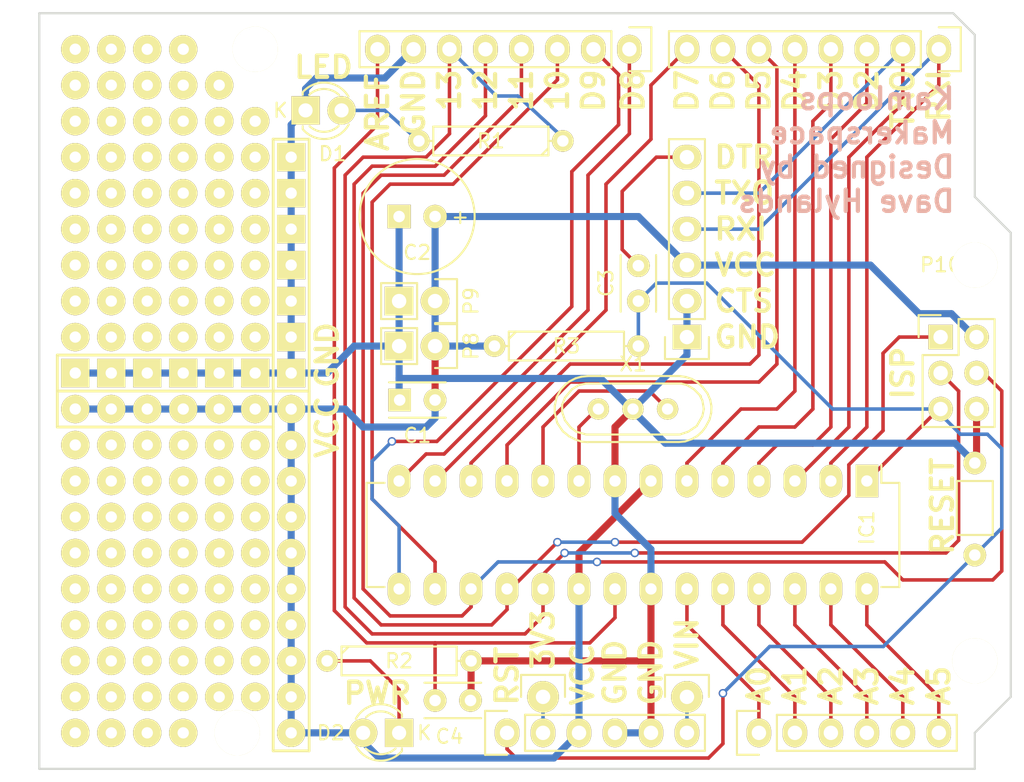
<source format=kicad_pcb>
(kicad_pcb (version 4) (host pcbnew 4.0.3+e1-6302~38~ubuntu16.04.1-stable)

  (general
    (links 95)
    (no_connects 0)
    (area 116.530475 54.370952 202.597143 113.225)
    (thickness 1.6)
    (drawings 60)
    (tracks 292)
    (zones 0)
    (modules 159)
    (nets 32)
  )

  (page A4)
  (layers
    (0 F.Cu signal)
    (31 B.Cu signal)
    (32 B.Adhes user)
    (33 F.Adhes user)
    (34 B.Paste user)
    (35 F.Paste user)
    (36 B.SilkS user)
    (37 F.SilkS user)
    (38 B.Mask user)
    (39 F.Mask user)
    (40 Dwgs.User user)
    (41 Cmts.User user)
    (42 Eco1.User user)
    (43 Eco2.User user)
    (44 Edge.Cuts user)
    (45 Margin user)
    (46 B.CrtYd user)
    (47 F.CrtYd user)
    (48 B.Fab user hide)
    (49 F.Fab user hide)
  )

  (setup
    (last_trace_width 0.25)
    (trace_clearance 0.2)
    (zone_clearance 0.508)
    (zone_45_only no)
    (trace_min 0.2)
    (segment_width 0.2)
    (edge_width 0.15)
    (via_size 0.6)
    (via_drill 0.4)
    (via_min_size 0.4)
    (via_min_drill 0.3)
    (uvia_size 0.3)
    (uvia_drill 0.1)
    (uvias_allowed no)
    (uvia_min_size 0.2)
    (uvia_min_drill 0.1)
    (pcb_text_width 0.3)
    (pcb_text_size 1.5 1.5)
    (mod_edge_width 0.15)
    (mod_text_size 1 1)
    (mod_text_width 0.15)
    (pad_size 1.6 1.6)
    (pad_drill 0.8128)
    (pad_to_mask_clearance 0.2)
    (aux_axis_origin 0 0)
    (grid_origin 127 110.49)
    (visible_elements FFFFFF7F)
    (pcbplotparams
      (layerselection 0x010f0_80000001)
      (usegerberextensions true)
      (excludeedgelayer true)
      (linewidth 0.100000)
      (plotframeref false)
      (viasonmask false)
      (mode 1)
      (useauxorigin false)
      (hpglpennumber 1)
      (hpglpenspeed 20)
      (hpglpendiameter 15)
      (hpglpenoverlay 2)
      (psnegative false)
      (psa4output false)
      (plotreference true)
      (plotvalue true)
      (plotinvisibletext false)
      (padsonsilk false)
      (subtractmaskfromsilk true)
      (outputformat 1)
      (mirror false)
      (drillshape 0)
      (scaleselection 1)
      (outputdirectory gerbers/))
  )

  (net 0 "")
  (net 1 VCC)
  (net 2 GND)
  (net 3 RESET)
  (net 4 DTR)
  (net 5 AREF)
  (net 6 "Net-(D1-Pad2)")
  (net 7 "Net-(D2-Pad1)")
  (net 8 /RXD)
  (net 9 /TXD)
  (net 10 /D2)
  (net 11 /D3)
  (net 12 /D4)
  (net 13 X1)
  (net 14 X2)
  (net 15 /D5)
  (net 16 /D6)
  (net 17 /D7)
  (net 18 /D8)
  (net 19 /D9)
  (net 20 /D10)
  (net 21 MOSI)
  (net 22 MISO)
  (net 23 LED)
  (net 24 /A0)
  (net 25 /A1)
  (net 26 /A2)
  (net 27 /A3)
  (net 28 /A4)
  (net 29 /A5)
  (net 30 /3V3)
  (net 31 /VIN)

  (net_class Default "This is the default net class."
    (clearance 0.2)
    (trace_width 0.25)
    (via_dia 0.6)
    (via_drill 0.4)
    (uvia_dia 0.3)
    (uvia_drill 0.1)
    (add_net /3V3)
    (add_net /A0)
    (add_net /A1)
    (add_net /A2)
    (add_net /A3)
    (add_net /A4)
    (add_net /A5)
    (add_net /D10)
    (add_net /D2)
    (add_net /D3)
    (add_net /D4)
    (add_net /D5)
    (add_net /D6)
    (add_net /D7)
    (add_net /D8)
    (add_net /D9)
    (add_net /RXD)
    (add_net /TXD)
    (add_net /VIN)
    (add_net AREF)
    (add_net DTR)
    (add_net LED)
    (add_net MISO)
    (add_net MOSI)
    (add_net "Net-(D1-Pad2)")
    (add_net "Net-(D2-Pad1)")
    (add_net RESET)
    (add_net X1)
    (add_net X2)
  )

  (net_class Power ""
    (clearance 0.2)
    (trace_width 0.5)
    (via_dia 0.6)
    (via_drill 0.4)
    (uvia_dia 0.3)
    (uvia_drill 0.1)
    (add_net GND)
    (add_net VCC)
  )

  (module Wire_Pads:SolderWirePad_single_0-8mmDrill (layer F.Cu) (tedit 57C1C980) (tstamp 57C1CA06)
    (at 144.78 67.31)
    (fp_text reference REF** (at 0 -2.54) (layer F.SilkS) hide
      (effects (font (size 1 1) (thickness 0.15)))
    )
    (fp_text value SolderWirePad_single_0-8mmDrill (at 0 2.54) (layer F.Fab) hide
      (effects (font (size 1 1) (thickness 0.15)))
    )
    (pad 1 thru_hole rect (at 0 0) (size 1.99898 1.99898) (drill 0.8001) (layers *.Cu *.Mask F.SilkS)
      (net 2 GND))
  )

  (module Wire_Pads:SolderWirePad_single_0-8mmDrill (layer F.Cu) (tedit 57C1C980) (tstamp 57C1CA02)
    (at 144.78 69.85)
    (fp_text reference REF** (at 0 -2.54) (layer F.SilkS) hide
      (effects (font (size 1 1) (thickness 0.15)))
    )
    (fp_text value SolderWirePad_single_0-8mmDrill (at 0 2.54) (layer F.Fab) hide
      (effects (font (size 1 1) (thickness 0.15)))
    )
    (pad 1 thru_hole rect (at 0 0) (size 1.99898 1.99898) (drill 0.8001) (layers *.Cu *.Mask F.SilkS)
      (net 2 GND))
  )

  (module Wire_Pads:SolderWirePad_single_0-8mmDrill (layer F.Cu) (tedit 57C1C980) (tstamp 57C1C9FE)
    (at 144.78 72.39)
    (fp_text reference REF** (at 0 -2.54) (layer F.SilkS) hide
      (effects (font (size 1 1) (thickness 0.15)))
    )
    (fp_text value SolderWirePad_single_0-8mmDrill (at 0 2.54) (layer F.Fab) hide
      (effects (font (size 1 1) (thickness 0.15)))
    )
    (pad 1 thru_hole rect (at 0 0) (size 1.99898 1.99898) (drill 0.8001) (layers *.Cu *.Mask F.SilkS)
      (net 2 GND))
  )

  (module Wire_Pads:SolderWirePad_single_0-8mmDrill (layer F.Cu) (tedit 57C1C980) (tstamp 57C1C9FA)
    (at 144.78 74.93)
    (fp_text reference REF** (at 0 -2.54) (layer F.SilkS) hide
      (effects (font (size 1 1) (thickness 0.15)))
    )
    (fp_text value SolderWirePad_single_0-8mmDrill (at 0 2.54) (layer F.Fab) hide
      (effects (font (size 1 1) (thickness 0.15)))
    )
    (pad 1 thru_hole rect (at 0 0) (size 1.99898 1.99898) (drill 0.8001) (layers *.Cu *.Mask F.SilkS)
      (net 2 GND))
  )

  (module Wire_Pads:SolderWirePad_single_0-8mmDrill (layer F.Cu) (tedit 57C1C980) (tstamp 57C1C9F6)
    (at 144.78 77.47)
    (fp_text reference REF** (at 0 -2.54) (layer F.SilkS) hide
      (effects (font (size 1 1) (thickness 0.15)))
    )
    (fp_text value SolderWirePad_single_0-8mmDrill (at 0 2.54) (layer F.Fab) hide
      (effects (font (size 1 1) (thickness 0.15)))
    )
    (pad 1 thru_hole rect (at 0 0) (size 1.99898 1.99898) (drill 0.8001) (layers *.Cu *.Mask F.SilkS)
      (net 2 GND))
  )

  (module Wire_Pads:SolderWirePad_single_0-8mmDrill (layer F.Cu) (tedit 57C1C980) (tstamp 57C1C9F2)
    (at 144.78 80.01)
    (fp_text reference REF** (at 0 -2.54) (layer F.SilkS) hide
      (effects (font (size 1 1) (thickness 0.15)))
    )
    (fp_text value SolderWirePad_single_0-8mmDrill (at 0 2.54) (layer F.Fab) hide
      (effects (font (size 1 1) (thickness 0.15)))
    )
    (pad 1 thru_hole rect (at 0 0) (size 1.99898 1.99898) (drill 0.8001) (layers *.Cu *.Mask F.SilkS)
      (net 2 GND))
  )

  (module Wire_Pads:SolderWirePad_single_0-8mmDrill (layer F.Cu) (tedit 57C1C977) (tstamp 57C1C9ED)
    (at 144.78 107.95)
    (fp_text reference REF** (at 0 -2.54) (layer F.SilkS) hide
      (effects (font (size 1 1) (thickness 0.15)))
    )
    (fp_text value SolderWirePad_single_0-8mmDrill (at 0 2.54) (layer F.Fab) hide
      (effects (font (size 1 1) (thickness 0.15)))
    )
    (pad 1 thru_hole circle (at 0 0) (size 1.99898 1.99898) (drill 0.8001) (layers *.Cu *.Mask F.SilkS)
      (net 1 VCC))
  )

  (module Wire_Pads:SolderWirePad_single_0-8mmDrill (layer F.Cu) (tedit 57C1C977) (tstamp 57C1C9E9)
    (at 144.78 105.41)
    (fp_text reference REF** (at 0 -2.54) (layer F.SilkS) hide
      (effects (font (size 1 1) (thickness 0.15)))
    )
    (fp_text value SolderWirePad_single_0-8mmDrill (at 0 2.54) (layer F.Fab) hide
      (effects (font (size 1 1) (thickness 0.15)))
    )
    (pad 1 thru_hole circle (at 0 0) (size 1.99898 1.99898) (drill 0.8001) (layers *.Cu *.Mask F.SilkS)
      (net 1 VCC))
  )

  (module Wire_Pads:SolderWirePad_single_0-8mmDrill (layer F.Cu) (tedit 57C1C977) (tstamp 57C1C9E5)
    (at 144.78 102.87)
    (fp_text reference REF** (at 0 -2.54) (layer F.SilkS) hide
      (effects (font (size 1 1) (thickness 0.15)))
    )
    (fp_text value SolderWirePad_single_0-8mmDrill (at 0 2.54) (layer F.Fab) hide
      (effects (font (size 1 1) (thickness 0.15)))
    )
    (pad 1 thru_hole circle (at 0 0) (size 1.99898 1.99898) (drill 0.8001) (layers *.Cu *.Mask F.SilkS)
      (net 1 VCC))
  )

  (module Wire_Pads:SolderWirePad_single_0-8mmDrill (layer F.Cu) (tedit 57C1C977) (tstamp 57C1C9E1)
    (at 144.78 100.33)
    (fp_text reference REF** (at 0 -2.54) (layer F.SilkS) hide
      (effects (font (size 1 1) (thickness 0.15)))
    )
    (fp_text value SolderWirePad_single_0-8mmDrill (at 0 2.54) (layer F.Fab) hide
      (effects (font (size 1 1) (thickness 0.15)))
    )
    (pad 1 thru_hole circle (at 0 0) (size 1.99898 1.99898) (drill 0.8001) (layers *.Cu *.Mask F.SilkS)
      (net 1 VCC))
  )

  (module Wire_Pads:SolderWirePad_single_0-8mmDrill (layer F.Cu) (tedit 57C1C977) (tstamp 57C1C9DD)
    (at 144.78 97.79)
    (fp_text reference REF** (at 0 -2.54) (layer F.SilkS) hide
      (effects (font (size 1 1) (thickness 0.15)))
    )
    (fp_text value SolderWirePad_single_0-8mmDrill (at 0 2.54) (layer F.Fab) hide
      (effects (font (size 1 1) (thickness 0.15)))
    )
    (pad 1 thru_hole circle (at 0 0) (size 1.99898 1.99898) (drill 0.8001) (layers *.Cu *.Mask F.SilkS)
      (net 1 VCC))
  )

  (module Wire_Pads:SolderWirePad_single_0-8mmDrill (layer F.Cu) (tedit 57C1C977) (tstamp 57C1C9D9)
    (at 144.78 95.25)
    (fp_text reference REF** (at 0 -2.54) (layer F.SilkS) hide
      (effects (font (size 1 1) (thickness 0.15)))
    )
    (fp_text value SolderWirePad_single_0-8mmDrill (at 0 2.54) (layer F.Fab) hide
      (effects (font (size 1 1) (thickness 0.15)))
    )
    (pad 1 thru_hole circle (at 0 0) (size 1.99898 1.99898) (drill 0.8001) (layers *.Cu *.Mask F.SilkS)
      (net 1 VCC))
  )

  (module Wire_Pads:SolderWirePad_single_0-8mmDrill (layer F.Cu) (tedit 57C1C977) (tstamp 57C1C9D5)
    (at 144.78 92.71)
    (fp_text reference REF** (at 0 -2.54) (layer F.SilkS) hide
      (effects (font (size 1 1) (thickness 0.15)))
    )
    (fp_text value SolderWirePad_single_0-8mmDrill (at 0 2.54) (layer F.Fab) hide
      (effects (font (size 1 1) (thickness 0.15)))
    )
    (pad 1 thru_hole circle (at 0 0) (size 1.99898 1.99898) (drill 0.8001) (layers *.Cu *.Mask F.SilkS)
      (net 1 VCC))
  )

  (module Wire_Pads:SolderWirePad_single_0-8mmDrill (layer F.Cu) (tedit 57C1C977) (tstamp 57C1C9D1)
    (at 144.78 90.17)
    (fp_text reference REF** (at 0 -2.54) (layer F.SilkS) hide
      (effects (font (size 1 1) (thickness 0.15)))
    )
    (fp_text value SolderWirePad_single_0-8mmDrill (at 0 2.54) (layer F.Fab) hide
      (effects (font (size 1 1) (thickness 0.15)))
    )
    (pad 1 thru_hole circle (at 0 0) (size 1.99898 1.99898) (drill 0.8001) (layers *.Cu *.Mask F.SilkS)
      (net 1 VCC))
  )

  (module Wire_Pads:SolderWirePad_single_0-8mmDrill (layer F.Cu) (tedit 57C1C977) (tstamp 57C1C9CD)
    (at 144.78 87.63)
    (fp_text reference REF** (at 0 -2.54) (layer F.SilkS) hide
      (effects (font (size 1 1) (thickness 0.15)))
    )
    (fp_text value SolderWirePad_single_0-8mmDrill (at 0 2.54) (layer F.Fab) hide
      (effects (font (size 1 1) (thickness 0.15)))
    )
    (pad 1 thru_hole circle (at 0 0) (size 1.99898 1.99898) (drill 0.8001) (layers *.Cu *.Mask F.SilkS)
      (net 1 VCC))
  )

  (module Wire_Pads:SolderWirePad_single_0-8mmDrill (layer F.Cu) (tedit 57C1C980) (tstamp 57C1C9C8)
    (at 144.78 82.55)
    (fp_text reference REF** (at 0 -2.54) (layer F.SilkS) hide
      (effects (font (size 1 1) (thickness 0.15)))
    )
    (fp_text value SolderWirePad_single_0-8mmDrill (at 0 2.54) (layer F.Fab) hide
      (effects (font (size 1 1) (thickness 0.15)))
    )
    (pad 1 thru_hole rect (at 0 0) (size 1.99898 1.99898) (drill 0.8001) (layers *.Cu *.Mask F.SilkS)
      (net 2 GND))
  )

  (module Wire_Pads:SolderWirePad_single_0-8mmDrill (layer F.Cu) (tedit 57C1C980) (tstamp 57C1C9C4)
    (at 142.24 82.55)
    (fp_text reference REF** (at 0 -2.54) (layer F.SilkS) hide
      (effects (font (size 1 1) (thickness 0.15)))
    )
    (fp_text value SolderWirePad_single_0-8mmDrill (at 0 2.54) (layer F.Fab) hide
      (effects (font (size 1 1) (thickness 0.15)))
    )
    (pad 1 thru_hole rect (at 0 0) (size 1.99898 1.99898) (drill 0.8001) (layers *.Cu *.Mask F.SilkS)
      (net 2 GND))
  )

  (module Wire_Pads:SolderWirePad_single_0-8mmDrill (layer F.Cu) (tedit 57C1C980) (tstamp 57C1C9C0)
    (at 139.7 82.55)
    (fp_text reference REF** (at 0 -2.54) (layer F.SilkS) hide
      (effects (font (size 1 1) (thickness 0.15)))
    )
    (fp_text value SolderWirePad_single_0-8mmDrill (at 0 2.54) (layer F.Fab) hide
      (effects (font (size 1 1) (thickness 0.15)))
    )
    (pad 1 thru_hole rect (at 0 0) (size 1.99898 1.99898) (drill 0.8001) (layers *.Cu *.Mask F.SilkS)
      (net 2 GND))
  )

  (module Wire_Pads:SolderWirePad_single_0-8mmDrill (layer F.Cu) (tedit 57C1C980) (tstamp 57C1C9BC)
    (at 137.16 82.55)
    (fp_text reference REF** (at 0 -2.54) (layer F.SilkS) hide
      (effects (font (size 1 1) (thickness 0.15)))
    )
    (fp_text value SolderWirePad_single_0-8mmDrill (at 0 2.54) (layer F.Fab) hide
      (effects (font (size 1 1) (thickness 0.15)))
    )
    (pad 1 thru_hole rect (at 0 0) (size 1.99898 1.99898) (drill 0.8001) (layers *.Cu *.Mask F.SilkS)
      (net 2 GND))
  )

  (module Wire_Pads:SolderWirePad_single_0-8mmDrill (layer F.Cu) (tedit 57C1C980) (tstamp 57C1C9B8)
    (at 134.62 82.55)
    (fp_text reference REF** (at 0 -2.54) (layer F.SilkS) hide
      (effects (font (size 1 1) (thickness 0.15)))
    )
    (fp_text value SolderWirePad_single_0-8mmDrill (at 0 2.54) (layer F.Fab) hide
      (effects (font (size 1 1) (thickness 0.15)))
    )
    (pad 1 thru_hole rect (at 0 0) (size 1.99898 1.99898) (drill 0.8001) (layers *.Cu *.Mask F.SilkS)
      (net 2 GND))
  )

  (module Wire_Pads:SolderWirePad_single_0-8mmDrill (layer F.Cu) (tedit 57C1C980) (tstamp 57C1C9B4)
    (at 132.08 82.55)
    (fp_text reference REF** (at 0 -2.54) (layer F.SilkS) hide
      (effects (font (size 1 1) (thickness 0.15)))
    )
    (fp_text value SolderWirePad_single_0-8mmDrill (at 0 2.54) (layer F.Fab) hide
      (effects (font (size 1 1) (thickness 0.15)))
    )
    (pad 1 thru_hole rect (at 0 0) (size 1.99898 1.99898) (drill 0.8001) (layers *.Cu *.Mask F.SilkS)
      (net 2 GND))
  )

  (module Wire_Pads:SolderWirePad_single_0-8mmDrill (layer F.Cu) (tedit 57C1C977) (tstamp 57C1C9AF)
    (at 144.78 85.09)
    (fp_text reference REF** (at 0 -2.54) (layer F.SilkS) hide
      (effects (font (size 1 1) (thickness 0.15)))
    )
    (fp_text value SolderWirePad_single_0-8mmDrill (at 0 2.54) (layer F.Fab) hide
      (effects (font (size 1 1) (thickness 0.15)))
    )
    (pad 1 thru_hole circle (at 0 0) (size 1.99898 1.99898) (drill 0.8001) (layers *.Cu *.Mask F.SilkS)
      (net 1 VCC))
  )

  (module Wire_Pads:SolderWirePad_single_0-8mmDrill (layer F.Cu) (tedit 57C1C977) (tstamp 57C1C9AB)
    (at 142.24 85.09)
    (fp_text reference REF** (at 0 -2.54) (layer F.SilkS) hide
      (effects (font (size 1 1) (thickness 0.15)))
    )
    (fp_text value SolderWirePad_single_0-8mmDrill (at 0 2.54) (layer F.Fab) hide
      (effects (font (size 1 1) (thickness 0.15)))
    )
    (pad 1 thru_hole circle (at 0 0) (size 1.99898 1.99898) (drill 0.8001) (layers *.Cu *.Mask F.SilkS)
      (net 1 VCC))
  )

  (module Wire_Pads:SolderWirePad_single_0-8mmDrill (layer F.Cu) (tedit 57C1C977) (tstamp 57C1C9A7)
    (at 139.7 85.09)
    (fp_text reference REF** (at 0 -2.54) (layer F.SilkS) hide
      (effects (font (size 1 1) (thickness 0.15)))
    )
    (fp_text value SolderWirePad_single_0-8mmDrill (at 0 2.54) (layer F.Fab) hide
      (effects (font (size 1 1) (thickness 0.15)))
    )
    (pad 1 thru_hole circle (at 0 0) (size 1.99898 1.99898) (drill 0.8001) (layers *.Cu *.Mask F.SilkS)
      (net 1 VCC))
  )

  (module Wire_Pads:SolderWirePad_single_0-8mmDrill (layer F.Cu) (tedit 57C1C977) (tstamp 57C1C9A3)
    (at 137.16 85.09)
    (fp_text reference REF** (at 0 -2.54) (layer F.SilkS) hide
      (effects (font (size 1 1) (thickness 0.15)))
    )
    (fp_text value SolderWirePad_single_0-8mmDrill (at 0 2.54) (layer F.Fab) hide
      (effects (font (size 1 1) (thickness 0.15)))
    )
    (pad 1 thru_hole circle (at 0 0) (size 1.99898 1.99898) (drill 0.8001) (layers *.Cu *.Mask F.SilkS)
      (net 1 VCC))
  )

  (module Wire_Pads:SolderWirePad_single_0-8mmDrill (layer F.Cu) (tedit 57C1C977) (tstamp 57C1C99F)
    (at 134.62 85.09)
    (fp_text reference REF** (at 0 -2.54) (layer F.SilkS) hide
      (effects (font (size 1 1) (thickness 0.15)))
    )
    (fp_text value SolderWirePad_single_0-8mmDrill (at 0 2.54) (layer F.Fab) hide
      (effects (font (size 1 1) (thickness 0.15)))
    )
    (pad 1 thru_hole circle (at 0 0) (size 1.99898 1.99898) (drill 0.8001) (layers *.Cu *.Mask F.SilkS)
      (net 1 VCC))
  )

  (module Wire_Pads:SolderWirePad_single_0-8mmDrill (layer F.Cu) (tedit 57C1C977) (tstamp 57C1C99B)
    (at 132.08 85.09)
    (fp_text reference REF** (at 0 -2.54) (layer F.SilkS) hide
      (effects (font (size 1 1) (thickness 0.15)))
    )
    (fp_text value SolderWirePad_single_0-8mmDrill (at 0 2.54) (layer F.Fab) hide
      (effects (font (size 1 1) (thickness 0.15)))
    )
    (pad 1 thru_hole circle (at 0 0) (size 1.99898 1.99898) (drill 0.8001) (layers *.Cu *.Mask F.SilkS)
      (net 1 VCC))
  )

  (module Wire_Pads:SolderWirePad_single_0-8mmDrill (layer F.Cu) (tedit 57C1C977) (tstamp 57C1C769)
    (at 129.54 85.09)
    (fp_text reference REF** (at 0 -2.54) (layer F.SilkS) hide
      (effects (font (size 1 1) (thickness 0.15)))
    )
    (fp_text value SolderWirePad_single_0-8mmDrill (at 0 2.54) (layer F.Fab) hide
      (effects (font (size 1 1) (thickness 0.15)))
    )
    (pad 1 thru_hole circle (at 0 0) (size 1.99898 1.99898) (drill 0.8001) (layers *.Cu *.Mask F.SilkS)
      (net 1 VCC))
  )

  (module Wire_Pads:SolderWirePad_single_0-8mmDrill (layer F.Cu) (tedit 57C20551) (tstamp 57C1C734)
    (at 129.54 82.55)
    (fp_text reference xREF** (at 0 -2.54) (layer F.SilkS) hide
      (effects (font (size 1 1) (thickness 0.15)))
    )
    (fp_text value SolderWirePad_single_0-8mmDrill (at 0 2.54) (layer F.Fab) hide
      (effects (font (size 1 1) (thickness 0.15)))
    )
    (pad 1 thru_hole rect (at 0 0) (size 1.99898 1.99898) (drill 0.8001) (layers *.Cu *.Mask F.SilkS)
      (net 2 GND))
  )

  (module Wire_Pads:SolderWirePad_single_0-8mmDrill (layer F.Cu) (tedit 57C1424A) (tstamp 57C15273)
    (at 139.7 62.23)
    (fp_text reference REF** (at 0 -2.54) (layer F.SilkS) hide
      (effects (font (size 1 1) (thickness 0.15)))
    )
    (fp_text value SolderWirePad_single_0-8mmDrill (at 0 2.54) (layer F.Fab) hide
      (effects (font (size 1 1) (thickness 0.15)))
    )
    (pad 1 thru_hole circle (at 0 0) (size 1.99898 1.99898) (drill 0.8001) (layers *.Cu *.Mask F.SilkS))
  )

  (module Wire_Pads:SolderWirePad_single_0-8mmDrill (layer F.Cu) (tedit 57C1424A) (tstamp 57C15255)
    (at 142.24 105.41)
    (fp_text reference REF** (at 0 -2.54) (layer F.SilkS) hide
      (effects (font (size 1 1) (thickness 0.15)))
    )
    (fp_text value SolderWirePad_single_0-8mmDrill (at 0 2.54) (layer F.Fab) hide
      (effects (font (size 1 1) (thickness 0.15)))
    )
    (pad 1 thru_hole circle (at 0 0) (size 1.99898 1.99898) (drill 0.8001) (layers *.Cu *.Mask F.SilkS))
  )

  (module Wire_Pads:SolderWirePad_single_0-8mmDrill (layer F.Cu) (tedit 57C1424A) (tstamp 57C15242)
    (at 139.7 105.41)
    (fp_text reference REF** (at 0 -2.54) (layer F.SilkS) hide
      (effects (font (size 1 1) (thickness 0.15)))
    )
    (fp_text value SolderWirePad_single_0-8mmDrill (at 0 2.54) (layer F.Fab) hide
      (effects (font (size 1 1) (thickness 0.15)))
    )
    (pad 1 thru_hole circle (at 0 0) (size 1.99898 1.99898) (drill 0.8001) (layers *.Cu *.Mask F.SilkS))
  )

  (module Wire_Pads:SolderWirePad_single_0-8mmDrill (layer F.Cu) (tedit 57C1424A) (tstamp 57C1522D)
    (at 137.16 107.95)
    (fp_text reference REF** (at 0 -2.54) (layer F.SilkS) hide
      (effects (font (size 1 1) (thickness 0.15)))
    )
    (fp_text value SolderWirePad_single_0-8mmDrill (at 0 2.54) (layer F.Fab) hide
      (effects (font (size 1 1) (thickness 0.15)))
    )
    (pad 1 thru_hole circle (at 0 0) (size 1.99898 1.99898) (drill 0.8001) (layers *.Cu *.Mask F.SilkS))
  )

  (module Wire_Pads:SolderWirePad_single_0-8mmDrill (layer F.Cu) (tedit 57C1424A) (tstamp 57C15125)
    (at 134.62 107.95)
    (fp_text reference REF** (at 0 -2.54) (layer F.SilkS) hide
      (effects (font (size 1 1) (thickness 0.15)))
    )
    (fp_text value SolderWirePad_single_0-8mmDrill (at 0 2.54) (layer F.Fab) hide
      (effects (font (size 1 1) (thickness 0.15)))
    )
    (pad 1 thru_hole circle (at 0 0) (size 1.99898 1.99898) (drill 0.8001) (layers *.Cu *.Mask F.SilkS))
  )

  (module Wire_Pads:SolderWirePad_single_0-8mmDrill (layer F.Cu) (tedit 57C1473B) (tstamp 57C14491)
    (at 137.16 107.95)
    (fp_text reference REF** (at 0 -2.54) (layer F.SilkS) hide
      (effects (font (size 1 1) (thickness 0.15)))
    )
    (fp_text value SolderWirePad_single_0-8mmDrill (at 0 2.54) (layer F.Fab) hide
      (effects (font (size 1 1) (thickness 0.15)))
    )
  )

  (module Wire_Pads:SolderWirePad_single_0-8mmDrill (layer F.Cu) (tedit 57C1424A) (tstamp 57C14489)
    (at 132.08 107.95)
    (fp_text reference REF** (at 0 -2.54) (layer F.SilkS) hide
      (effects (font (size 1 1) (thickness 0.15)))
    )
    (fp_text value SolderWirePad_single_0-8mmDrill (at 0 2.54) (layer F.Fab) hide
      (effects (font (size 1 1) (thickness 0.15)))
    )
    (pad 1 thru_hole circle (at 0 0) (size 1.99898 1.99898) (drill 0.8001) (layers *.Cu *.Mask F.SilkS))
  )

  (module Wire_Pads:SolderWirePad_single_0-8mmDrill (layer F.Cu) (tedit 57C1424A) (tstamp 57C14485)
    (at 129.54 107.95)
    (fp_text reference REF** (at 0 -2.54) (layer F.SilkS) hide
      (effects (font (size 1 1) (thickness 0.15)))
    )
    (fp_text value SolderWirePad_single_0-8mmDrill (at 0 2.54) (layer F.Fab) hide
      (effects (font (size 1 1) (thickness 0.15)))
    )
    (pad 1 thru_hole circle (at 0 0) (size 1.99898 1.99898) (drill 0.8001) (layers *.Cu *.Mask F.SilkS))
  )

  (module Wire_Pads:SolderWirePad_single_0-8mmDrill (layer F.Cu) (tedit 57C1424A) (tstamp 57C14479)
    (at 137.16 105.41)
    (fp_text reference REF** (at 0 -2.54) (layer F.SilkS) hide
      (effects (font (size 1 1) (thickness 0.15)))
    )
    (fp_text value SolderWirePad_single_0-8mmDrill (at 0 2.54) (layer F.Fab) hide
      (effects (font (size 1 1) (thickness 0.15)))
    )
    (pad 1 thru_hole circle (at 0 0) (size 1.99898 1.99898) (drill 0.8001) (layers *.Cu *.Mask F.SilkS))
  )

  (module Wire_Pads:SolderWirePad_single_0-8mmDrill (layer F.Cu) (tedit 57C1424A) (tstamp 57C14475)
    (at 134.62 105.41)
    (fp_text reference REF** (at 0 -2.54) (layer F.SilkS) hide
      (effects (font (size 1 1) (thickness 0.15)))
    )
    (fp_text value SolderWirePad_single_0-8mmDrill (at 0 2.54) (layer F.Fab) hide
      (effects (font (size 1 1) (thickness 0.15)))
    )
    (pad 1 thru_hole circle (at 0 0) (size 1.99898 1.99898) (drill 0.8001) (layers *.Cu *.Mask F.SilkS))
  )

  (module Wire_Pads:SolderWirePad_single_0-8mmDrill (layer F.Cu) (tedit 57C1424A) (tstamp 57C14471)
    (at 132.08 105.41)
    (fp_text reference REF** (at 0 -2.54) (layer F.SilkS) hide
      (effects (font (size 1 1) (thickness 0.15)))
    )
    (fp_text value SolderWirePad_single_0-8mmDrill (at 0 2.54) (layer F.Fab) hide
      (effects (font (size 1 1) (thickness 0.15)))
    )
    (pad 1 thru_hole circle (at 0 0) (size 1.99898 1.99898) (drill 0.8001) (layers *.Cu *.Mask F.SilkS))
  )

  (module Wire_Pads:SolderWirePad_single_0-8mmDrill (layer F.Cu) (tedit 57C1424A) (tstamp 57C1446D)
    (at 129.54 105.41)
    (fp_text reference REF** (at 0 -2.54) (layer F.SilkS) hide
      (effects (font (size 1 1) (thickness 0.15)))
    )
    (fp_text value SolderWirePad_single_0-8mmDrill (at 0 2.54) (layer F.Fab) hide
      (effects (font (size 1 1) (thickness 0.15)))
    )
    (pad 1 thru_hole circle (at 0 0) (size 1.99898 1.99898) (drill 0.8001) (layers *.Cu *.Mask F.SilkS))
  )

  (module Wire_Pads:SolderWirePad_single_0-8mmDrill (layer F.Cu) (tedit 57C1424A) (tstamp 57C14469)
    (at 142.24 102.87)
    (fp_text reference REF** (at 0 -2.54) (layer F.SilkS) hide
      (effects (font (size 1 1) (thickness 0.15)))
    )
    (fp_text value SolderWirePad_single_0-8mmDrill (at 0 2.54) (layer F.Fab) hide
      (effects (font (size 1 1) (thickness 0.15)))
    )
    (pad 1 thru_hole circle (at 0 0) (size 1.99898 1.99898) (drill 0.8001) (layers *.Cu *.Mask F.SilkS))
  )

  (module Wire_Pads:SolderWirePad_single_0-8mmDrill (layer F.Cu) (tedit 57C1424A) (tstamp 57C14465)
    (at 139.7 102.87)
    (fp_text reference REF** (at 0 -2.54) (layer F.SilkS) hide
      (effects (font (size 1 1) (thickness 0.15)))
    )
    (fp_text value SolderWirePad_single_0-8mmDrill (at 0 2.54) (layer F.Fab) hide
      (effects (font (size 1 1) (thickness 0.15)))
    )
    (pad 1 thru_hole circle (at 0 0) (size 1.99898 1.99898) (drill 0.8001) (layers *.Cu *.Mask F.SilkS))
  )

  (module Wire_Pads:SolderWirePad_single_0-8mmDrill (layer F.Cu) (tedit 57C1424A) (tstamp 57C14461)
    (at 137.16 102.87)
    (fp_text reference REF** (at 0 -2.54) (layer F.SilkS) hide
      (effects (font (size 1 1) (thickness 0.15)))
    )
    (fp_text value SolderWirePad_single_0-8mmDrill (at 0 2.54) (layer F.Fab) hide
      (effects (font (size 1 1) (thickness 0.15)))
    )
    (pad 1 thru_hole circle (at 0 0) (size 1.99898 1.99898) (drill 0.8001) (layers *.Cu *.Mask F.SilkS))
  )

  (module Wire_Pads:SolderWirePad_single_0-8mmDrill (layer F.Cu) (tedit 57C1424A) (tstamp 57C1445D)
    (at 134.62 102.87)
    (fp_text reference REF** (at 0 -2.54) (layer F.SilkS) hide
      (effects (font (size 1 1) (thickness 0.15)))
    )
    (fp_text value SolderWirePad_single_0-8mmDrill (at 0 2.54) (layer F.Fab) hide
      (effects (font (size 1 1) (thickness 0.15)))
    )
    (pad 1 thru_hole circle (at 0 0) (size 1.99898 1.99898) (drill 0.8001) (layers *.Cu *.Mask F.SilkS))
  )

  (module Wire_Pads:SolderWirePad_single_0-8mmDrill (layer F.Cu) (tedit 57C1424A) (tstamp 57C14459)
    (at 132.08 102.87)
    (fp_text reference REF** (at 0 -2.54) (layer F.SilkS) hide
      (effects (font (size 1 1) (thickness 0.15)))
    )
    (fp_text value SolderWirePad_single_0-8mmDrill (at 0 2.54) (layer F.Fab) hide
      (effects (font (size 1 1) (thickness 0.15)))
    )
    (pad 1 thru_hole circle (at 0 0) (size 1.99898 1.99898) (drill 0.8001) (layers *.Cu *.Mask F.SilkS))
  )

  (module Wire_Pads:SolderWirePad_single_0-8mmDrill (layer F.Cu) (tedit 57C1424A) (tstamp 57C14455)
    (at 129.54 102.87)
    (fp_text reference REF** (at 0 -2.54) (layer F.SilkS) hide
      (effects (font (size 1 1) (thickness 0.15)))
    )
    (fp_text value SolderWirePad_single_0-8mmDrill (at 0 2.54) (layer F.Fab) hide
      (effects (font (size 1 1) (thickness 0.15)))
    )
    (pad 1 thru_hole circle (at 0 0) (size 1.99898 1.99898) (drill 0.8001) (layers *.Cu *.Mask F.SilkS))
  )

  (module Wire_Pads:SolderWirePad_single_0-8mmDrill (layer F.Cu) (tedit 57C1424A) (tstamp 57C14451)
    (at 142.24 100.33)
    (fp_text reference REF** (at 0 -2.54) (layer F.SilkS) hide
      (effects (font (size 1 1) (thickness 0.15)))
    )
    (fp_text value SolderWirePad_single_0-8mmDrill (at 0 2.54) (layer F.Fab) hide
      (effects (font (size 1 1) (thickness 0.15)))
    )
    (pad 1 thru_hole circle (at 0 0) (size 1.99898 1.99898) (drill 0.8001) (layers *.Cu *.Mask F.SilkS))
  )

  (module Wire_Pads:SolderWirePad_single_0-8mmDrill (layer F.Cu) (tedit 57C1424A) (tstamp 57C1444D)
    (at 139.7 100.33)
    (fp_text reference REF** (at 0 -2.54) (layer F.SilkS) hide
      (effects (font (size 1 1) (thickness 0.15)))
    )
    (fp_text value SolderWirePad_single_0-8mmDrill (at 0 2.54) (layer F.Fab) hide
      (effects (font (size 1 1) (thickness 0.15)))
    )
    (pad 1 thru_hole circle (at 0 0) (size 1.99898 1.99898) (drill 0.8001) (layers *.Cu *.Mask F.SilkS))
  )

  (module Wire_Pads:SolderWirePad_single_0-8mmDrill (layer F.Cu) (tedit 57C1424A) (tstamp 57C14449)
    (at 137.16 100.33)
    (fp_text reference REF** (at 0 -2.54) (layer F.SilkS) hide
      (effects (font (size 1 1) (thickness 0.15)))
    )
    (fp_text value SolderWirePad_single_0-8mmDrill (at 0 2.54) (layer F.Fab) hide
      (effects (font (size 1 1) (thickness 0.15)))
    )
    (pad 1 thru_hole circle (at 0 0) (size 1.99898 1.99898) (drill 0.8001) (layers *.Cu *.Mask F.SilkS))
  )

  (module Wire_Pads:SolderWirePad_single_0-8mmDrill (layer F.Cu) (tedit 57C1424A) (tstamp 57C14445)
    (at 134.62 100.33)
    (fp_text reference REF** (at 0 -2.54) (layer F.SilkS) hide
      (effects (font (size 1 1) (thickness 0.15)))
    )
    (fp_text value SolderWirePad_single_0-8mmDrill (at 0 2.54) (layer F.Fab) hide
      (effects (font (size 1 1) (thickness 0.15)))
    )
    (pad 1 thru_hole circle (at 0 0) (size 1.99898 1.99898) (drill 0.8001) (layers *.Cu *.Mask F.SilkS))
  )

  (module Wire_Pads:SolderWirePad_single_0-8mmDrill (layer F.Cu) (tedit 57C1424A) (tstamp 57C14441)
    (at 132.08 100.33)
    (fp_text reference REF** (at 0 -2.54) (layer F.SilkS) hide
      (effects (font (size 1 1) (thickness 0.15)))
    )
    (fp_text value SolderWirePad_single_0-8mmDrill (at 0 2.54) (layer F.Fab) hide
      (effects (font (size 1 1) (thickness 0.15)))
    )
    (pad 1 thru_hole circle (at 0 0) (size 1.99898 1.99898) (drill 0.8001) (layers *.Cu *.Mask F.SilkS))
  )

  (module Wire_Pads:SolderWirePad_single_0-8mmDrill (layer F.Cu) (tedit 57C1424A) (tstamp 57C1443D)
    (at 129.54 100.33)
    (fp_text reference REF** (at 0 -2.54) (layer F.SilkS) hide
      (effects (font (size 1 1) (thickness 0.15)))
    )
    (fp_text value SolderWirePad_single_0-8mmDrill (at 0 2.54) (layer F.Fab) hide
      (effects (font (size 1 1) (thickness 0.15)))
    )
    (pad 1 thru_hole circle (at 0 0) (size 1.99898 1.99898) (drill 0.8001) (layers *.Cu *.Mask F.SilkS))
  )

  (module Wire_Pads:SolderWirePad_single_0-8mmDrill (layer F.Cu) (tedit 57C1424A) (tstamp 57C14439)
    (at 142.24 97.79)
    (fp_text reference REF** (at 0 -2.54) (layer F.SilkS) hide
      (effects (font (size 1 1) (thickness 0.15)))
    )
    (fp_text value SolderWirePad_single_0-8mmDrill (at 0 2.54) (layer F.Fab) hide
      (effects (font (size 1 1) (thickness 0.15)))
    )
    (pad 1 thru_hole circle (at 0 0) (size 1.99898 1.99898) (drill 0.8001) (layers *.Cu *.Mask F.SilkS))
  )

  (module Wire_Pads:SolderWirePad_single_0-8mmDrill (layer F.Cu) (tedit 57C1424A) (tstamp 57C14435)
    (at 139.7 97.79)
    (fp_text reference REF** (at 0 -2.54) (layer F.SilkS) hide
      (effects (font (size 1 1) (thickness 0.15)))
    )
    (fp_text value SolderWirePad_single_0-8mmDrill (at 0 2.54) (layer F.Fab) hide
      (effects (font (size 1 1) (thickness 0.15)))
    )
    (pad 1 thru_hole circle (at 0 0) (size 1.99898 1.99898) (drill 0.8001) (layers *.Cu *.Mask F.SilkS))
  )

  (module Wire_Pads:SolderWirePad_single_0-8mmDrill (layer F.Cu) (tedit 57C1424A) (tstamp 57C14431)
    (at 137.16 97.79)
    (fp_text reference REF** (at 0 -2.54) (layer F.SilkS) hide
      (effects (font (size 1 1) (thickness 0.15)))
    )
    (fp_text value SolderWirePad_single_0-8mmDrill (at 0 2.54) (layer F.Fab) hide
      (effects (font (size 1 1) (thickness 0.15)))
    )
    (pad 1 thru_hole circle (at 0 0) (size 1.99898 1.99898) (drill 0.8001) (layers *.Cu *.Mask F.SilkS))
  )

  (module Wire_Pads:SolderWirePad_single_0-8mmDrill (layer F.Cu) (tedit 57C1424A) (tstamp 57C1442D)
    (at 134.62 97.79)
    (fp_text reference REF** (at 0 -2.54) (layer F.SilkS) hide
      (effects (font (size 1 1) (thickness 0.15)))
    )
    (fp_text value SolderWirePad_single_0-8mmDrill (at 0 2.54) (layer F.Fab) hide
      (effects (font (size 1 1) (thickness 0.15)))
    )
    (pad 1 thru_hole circle (at 0 0) (size 1.99898 1.99898) (drill 0.8001) (layers *.Cu *.Mask F.SilkS))
  )

  (module Wire_Pads:SolderWirePad_single_0-8mmDrill (layer F.Cu) (tedit 57C1424A) (tstamp 57C14429)
    (at 132.08 97.79)
    (fp_text reference REF** (at 0 -2.54) (layer F.SilkS) hide
      (effects (font (size 1 1) (thickness 0.15)))
    )
    (fp_text value SolderWirePad_single_0-8mmDrill (at 0 2.54) (layer F.Fab) hide
      (effects (font (size 1 1) (thickness 0.15)))
    )
    (pad 1 thru_hole circle (at 0 0) (size 1.99898 1.99898) (drill 0.8001) (layers *.Cu *.Mask F.SilkS))
  )

  (module Wire_Pads:SolderWirePad_single_0-8mmDrill (layer F.Cu) (tedit 57C1424A) (tstamp 57C14425)
    (at 129.54 97.79)
    (fp_text reference REF** (at 0 -2.54) (layer F.SilkS) hide
      (effects (font (size 1 1) (thickness 0.15)))
    )
    (fp_text value SolderWirePad_single_0-8mmDrill (at 0 2.54) (layer F.Fab) hide
      (effects (font (size 1 1) (thickness 0.15)))
    )
    (pad 1 thru_hole circle (at 0 0) (size 1.99898 1.99898) (drill 0.8001) (layers *.Cu *.Mask F.SilkS))
  )

  (module Wire_Pads:SolderWirePad_single_0-8mmDrill (layer F.Cu) (tedit 57C1424A) (tstamp 57C14421)
    (at 142.24 95.25)
    (fp_text reference REF** (at 0 -2.54) (layer F.SilkS) hide
      (effects (font (size 1 1) (thickness 0.15)))
    )
    (fp_text value SolderWirePad_single_0-8mmDrill (at 0 2.54) (layer F.Fab) hide
      (effects (font (size 1 1) (thickness 0.15)))
    )
    (pad 1 thru_hole circle (at 0 0) (size 1.99898 1.99898) (drill 0.8001) (layers *.Cu *.Mask F.SilkS))
  )

  (module Wire_Pads:SolderWirePad_single_0-8mmDrill (layer F.Cu) (tedit 57C1424A) (tstamp 57C1441D)
    (at 139.7 95.25)
    (fp_text reference REF** (at 0 -2.54) (layer F.SilkS) hide
      (effects (font (size 1 1) (thickness 0.15)))
    )
    (fp_text value SolderWirePad_single_0-8mmDrill (at 0 2.54) (layer F.Fab) hide
      (effects (font (size 1 1) (thickness 0.15)))
    )
    (pad 1 thru_hole circle (at 0 0) (size 1.99898 1.99898) (drill 0.8001) (layers *.Cu *.Mask F.SilkS))
  )

  (module Wire_Pads:SolderWirePad_single_0-8mmDrill (layer F.Cu) (tedit 57C1424A) (tstamp 57C14419)
    (at 137.16 95.25)
    (fp_text reference REF** (at 0 -2.54) (layer F.SilkS) hide
      (effects (font (size 1 1) (thickness 0.15)))
    )
    (fp_text value SolderWirePad_single_0-8mmDrill (at 0 2.54) (layer F.Fab) hide
      (effects (font (size 1 1) (thickness 0.15)))
    )
    (pad 1 thru_hole circle (at 0 0) (size 1.99898 1.99898) (drill 0.8001) (layers *.Cu *.Mask F.SilkS))
  )

  (module Wire_Pads:SolderWirePad_single_0-8mmDrill (layer F.Cu) (tedit 57C1424A) (tstamp 57C14415)
    (at 134.62 95.25)
    (fp_text reference REF** (at 0 -2.54) (layer F.SilkS) hide
      (effects (font (size 1 1) (thickness 0.15)))
    )
    (fp_text value SolderWirePad_single_0-8mmDrill (at 0 2.54) (layer F.Fab) hide
      (effects (font (size 1 1) (thickness 0.15)))
    )
    (pad 1 thru_hole circle (at 0 0) (size 1.99898 1.99898) (drill 0.8001) (layers *.Cu *.Mask F.SilkS))
  )

  (module Wire_Pads:SolderWirePad_single_0-8mmDrill (layer F.Cu) (tedit 57C1424A) (tstamp 57C14411)
    (at 132.08 95.25)
    (fp_text reference REF** (at 0 -2.54) (layer F.SilkS) hide
      (effects (font (size 1 1) (thickness 0.15)))
    )
    (fp_text value SolderWirePad_single_0-8mmDrill (at 0 2.54) (layer F.Fab) hide
      (effects (font (size 1 1) (thickness 0.15)))
    )
    (pad 1 thru_hole circle (at 0 0) (size 1.99898 1.99898) (drill 0.8001) (layers *.Cu *.Mask F.SilkS))
  )

  (module Wire_Pads:SolderWirePad_single_0-8mmDrill (layer F.Cu) (tedit 57C1424A) (tstamp 57C1440D)
    (at 129.54 95.25)
    (fp_text reference REF** (at 0 -2.54) (layer F.SilkS) hide
      (effects (font (size 1 1) (thickness 0.15)))
    )
    (fp_text value SolderWirePad_single_0-8mmDrill (at 0 2.54) (layer F.Fab) hide
      (effects (font (size 1 1) (thickness 0.15)))
    )
    (pad 1 thru_hole circle (at 0 0) (size 1.99898 1.99898) (drill 0.8001) (layers *.Cu *.Mask F.SilkS))
  )

  (module Wire_Pads:SolderWirePad_single_0-8mmDrill (layer F.Cu) (tedit 57C1424A) (tstamp 57C14409)
    (at 142.24 92.71)
    (fp_text reference REF** (at 0 -2.54) (layer F.SilkS) hide
      (effects (font (size 1 1) (thickness 0.15)))
    )
    (fp_text value SolderWirePad_single_0-8mmDrill (at 0 2.54) (layer F.Fab) hide
      (effects (font (size 1 1) (thickness 0.15)))
    )
    (pad 1 thru_hole circle (at 0 0) (size 1.99898 1.99898) (drill 0.8001) (layers *.Cu *.Mask F.SilkS))
  )

  (module Wire_Pads:SolderWirePad_single_0-8mmDrill (layer F.Cu) (tedit 57C1424A) (tstamp 57C14405)
    (at 139.7 92.71)
    (fp_text reference REF** (at 0 -2.54) (layer F.SilkS) hide
      (effects (font (size 1 1) (thickness 0.15)))
    )
    (fp_text value SolderWirePad_single_0-8mmDrill (at 0 2.54) (layer F.Fab) hide
      (effects (font (size 1 1) (thickness 0.15)))
    )
    (pad 1 thru_hole circle (at 0 0) (size 1.99898 1.99898) (drill 0.8001) (layers *.Cu *.Mask F.SilkS))
  )

  (module Wire_Pads:SolderWirePad_single_0-8mmDrill (layer F.Cu) (tedit 57C1424A) (tstamp 57C14401)
    (at 137.16 92.71)
    (fp_text reference REF** (at 0 -2.54) (layer F.SilkS) hide
      (effects (font (size 1 1) (thickness 0.15)))
    )
    (fp_text value SolderWirePad_single_0-8mmDrill (at 0 2.54) (layer F.Fab) hide
      (effects (font (size 1 1) (thickness 0.15)))
    )
    (pad 1 thru_hole circle (at 0 0) (size 1.99898 1.99898) (drill 0.8001) (layers *.Cu *.Mask F.SilkS))
  )

  (module Wire_Pads:SolderWirePad_single_0-8mmDrill (layer F.Cu) (tedit 57C1424A) (tstamp 57C143FD)
    (at 134.62 92.71)
    (fp_text reference REF** (at 0 -2.54) (layer F.SilkS) hide
      (effects (font (size 1 1) (thickness 0.15)))
    )
    (fp_text value SolderWirePad_single_0-8mmDrill (at 0 2.54) (layer F.Fab) hide
      (effects (font (size 1 1) (thickness 0.15)))
    )
    (pad 1 thru_hole circle (at 0 0) (size 1.99898 1.99898) (drill 0.8001) (layers *.Cu *.Mask F.SilkS))
  )

  (module Wire_Pads:SolderWirePad_single_0-8mmDrill (layer F.Cu) (tedit 57C1424A) (tstamp 57C143F9)
    (at 132.08 92.71)
    (fp_text reference REF** (at 0 -2.54) (layer F.SilkS) hide
      (effects (font (size 1 1) (thickness 0.15)))
    )
    (fp_text value SolderWirePad_single_0-8mmDrill (at 0 2.54) (layer F.Fab) hide
      (effects (font (size 1 1) (thickness 0.15)))
    )
    (pad 1 thru_hole circle (at 0 0) (size 1.99898 1.99898) (drill 0.8001) (layers *.Cu *.Mask F.SilkS))
  )

  (module Wire_Pads:SolderWirePad_single_0-8mmDrill (layer F.Cu) (tedit 57C1424A) (tstamp 57C143F5)
    (at 129.54 92.71)
    (fp_text reference REF** (at 0 -2.54) (layer F.SilkS) hide
      (effects (font (size 1 1) (thickness 0.15)))
    )
    (fp_text value SolderWirePad_single_0-8mmDrill (at 0 2.54) (layer F.Fab) hide
      (effects (font (size 1 1) (thickness 0.15)))
    )
    (pad 1 thru_hole circle (at 0 0) (size 1.99898 1.99898) (drill 0.8001) (layers *.Cu *.Mask F.SilkS))
  )

  (module Wire_Pads:SolderWirePad_single_0-8mmDrill (layer F.Cu) (tedit 57C1424A) (tstamp 57C143F1)
    (at 142.24 90.17)
    (fp_text reference REF** (at 0 -2.54) (layer F.SilkS) hide
      (effects (font (size 1 1) (thickness 0.15)))
    )
    (fp_text value SolderWirePad_single_0-8mmDrill (at 0 2.54) (layer F.Fab) hide
      (effects (font (size 1 1) (thickness 0.15)))
    )
    (pad 1 thru_hole circle (at 0 0) (size 1.99898 1.99898) (drill 0.8001) (layers *.Cu *.Mask F.SilkS))
  )

  (module Wire_Pads:SolderWirePad_single_0-8mmDrill (layer F.Cu) (tedit 57C1424A) (tstamp 57C143ED)
    (at 139.7 90.17)
    (fp_text reference REF** (at 0 -2.54) (layer F.SilkS) hide
      (effects (font (size 1 1) (thickness 0.15)))
    )
    (fp_text value SolderWirePad_single_0-8mmDrill (at 0 2.54) (layer F.Fab) hide
      (effects (font (size 1 1) (thickness 0.15)))
    )
    (pad 1 thru_hole circle (at 0 0) (size 1.99898 1.99898) (drill 0.8001) (layers *.Cu *.Mask F.SilkS))
  )

  (module Wire_Pads:SolderWirePad_single_0-8mmDrill (layer F.Cu) (tedit 57C1424A) (tstamp 57C143E9)
    (at 137.16 90.17)
    (fp_text reference REF** (at 0 -2.54) (layer F.SilkS) hide
      (effects (font (size 1 1) (thickness 0.15)))
    )
    (fp_text value SolderWirePad_single_0-8mmDrill (at 0 2.54) (layer F.Fab) hide
      (effects (font (size 1 1) (thickness 0.15)))
    )
    (pad 1 thru_hole circle (at 0 0) (size 1.99898 1.99898) (drill 0.8001) (layers *.Cu *.Mask F.SilkS))
  )

  (module Wire_Pads:SolderWirePad_single_0-8mmDrill (layer F.Cu) (tedit 57C1424A) (tstamp 57C143E5)
    (at 134.62 90.17)
    (fp_text reference REF** (at 0 -2.54) (layer F.SilkS) hide
      (effects (font (size 1 1) (thickness 0.15)))
    )
    (fp_text value SolderWirePad_single_0-8mmDrill (at 0 2.54) (layer F.Fab) hide
      (effects (font (size 1 1) (thickness 0.15)))
    )
    (pad 1 thru_hole circle (at 0 0) (size 1.99898 1.99898) (drill 0.8001) (layers *.Cu *.Mask F.SilkS))
  )

  (module Wire_Pads:SolderWirePad_single_0-8mmDrill (layer F.Cu) (tedit 57C1424A) (tstamp 57C143E1)
    (at 132.08 90.17)
    (fp_text reference REF** (at 0 -2.54) (layer F.SilkS) hide
      (effects (font (size 1 1) (thickness 0.15)))
    )
    (fp_text value SolderWirePad_single_0-8mmDrill (at 0 2.54) (layer F.Fab) hide
      (effects (font (size 1 1) (thickness 0.15)))
    )
    (pad 1 thru_hole circle (at 0 0) (size 1.99898 1.99898) (drill 0.8001) (layers *.Cu *.Mask F.SilkS))
  )

  (module Wire_Pads:SolderWirePad_single_0-8mmDrill (layer F.Cu) (tedit 57C1424A) (tstamp 57C143DD)
    (at 129.54 90.17)
    (fp_text reference REF** (at 0 -2.54) (layer F.SilkS) hide
      (effects (font (size 1 1) (thickness 0.15)))
    )
    (fp_text value SolderWirePad_single_0-8mmDrill (at 0 2.54) (layer F.Fab) hide
      (effects (font (size 1 1) (thickness 0.15)))
    )
    (pad 1 thru_hole circle (at 0 0) (size 1.99898 1.99898) (drill 0.8001) (layers *.Cu *.Mask F.SilkS))
  )

  (module Wire_Pads:SolderWirePad_single_0-8mmDrill (layer F.Cu) (tedit 57C1424A) (tstamp 57C143D9)
    (at 142.24 87.63)
    (fp_text reference REF** (at 0 -2.54) (layer F.SilkS) hide
      (effects (font (size 1 1) (thickness 0.15)))
    )
    (fp_text value SolderWirePad_single_0-8mmDrill (at 0 2.54) (layer F.Fab) hide
      (effects (font (size 1 1) (thickness 0.15)))
    )
    (pad 1 thru_hole circle (at 0 0) (size 1.99898 1.99898) (drill 0.8001) (layers *.Cu *.Mask F.SilkS))
  )

  (module Wire_Pads:SolderWirePad_single_0-8mmDrill (layer F.Cu) (tedit 57C1424A) (tstamp 57C143D5)
    (at 139.7 87.63)
    (fp_text reference REF** (at 0 -2.54) (layer F.SilkS) hide
      (effects (font (size 1 1) (thickness 0.15)))
    )
    (fp_text value SolderWirePad_single_0-8mmDrill (at 0 2.54) (layer F.Fab) hide
      (effects (font (size 1 1) (thickness 0.15)))
    )
    (pad 1 thru_hole circle (at 0 0) (size 1.99898 1.99898) (drill 0.8001) (layers *.Cu *.Mask F.SilkS))
  )

  (module Wire_Pads:SolderWirePad_single_0-8mmDrill (layer F.Cu) (tedit 57C1424A) (tstamp 57C143D1)
    (at 137.16 87.63)
    (fp_text reference REF** (at 0 -2.54) (layer F.SilkS) hide
      (effects (font (size 1 1) (thickness 0.15)))
    )
    (fp_text value SolderWirePad_single_0-8mmDrill (at 0 2.54) (layer F.Fab) hide
      (effects (font (size 1 1) (thickness 0.15)))
    )
    (pad 1 thru_hole circle (at 0 0) (size 1.99898 1.99898) (drill 0.8001) (layers *.Cu *.Mask F.SilkS))
  )

  (module Wire_Pads:SolderWirePad_single_0-8mmDrill (layer F.Cu) (tedit 57C1424A) (tstamp 57C143CD)
    (at 134.62 87.63)
    (fp_text reference REF** (at 0 -2.54) (layer F.SilkS) hide
      (effects (font (size 1 1) (thickness 0.15)))
    )
    (fp_text value SolderWirePad_single_0-8mmDrill (at 0 2.54) (layer F.Fab) hide
      (effects (font (size 1 1) (thickness 0.15)))
    )
    (pad 1 thru_hole circle (at 0 0) (size 1.99898 1.99898) (drill 0.8001) (layers *.Cu *.Mask F.SilkS))
  )

  (module Wire_Pads:SolderWirePad_single_0-8mmDrill (layer F.Cu) (tedit 57C1424A) (tstamp 57C143C9)
    (at 132.08 87.63)
    (fp_text reference REF** (at 0 -2.54) (layer F.SilkS) hide
      (effects (font (size 1 1) (thickness 0.15)))
    )
    (fp_text value SolderWirePad_single_0-8mmDrill (at 0 2.54) (layer F.Fab) hide
      (effects (font (size 1 1) (thickness 0.15)))
    )
    (pad 1 thru_hole circle (at 0 0) (size 1.99898 1.99898) (drill 0.8001) (layers *.Cu *.Mask F.SilkS))
  )

  (module Wire_Pads:SolderWirePad_single_0-8mmDrill (layer F.Cu) (tedit 57C1424A) (tstamp 57C143C4)
    (at 129.54 87.63)
    (fp_text reference REF** (at 0 -2.54) (layer F.SilkS) hide
      (effects (font (size 1 1) (thickness 0.15)))
    )
    (fp_text value SolderWirePad_single_0-8mmDrill (at 0 2.54) (layer F.Fab) hide
      (effects (font (size 1 1) (thickness 0.15)))
    )
    (pad 1 thru_hole circle (at 0 0) (size 1.99898 1.99898) (drill 0.8001) (layers *.Cu *.Mask F.SilkS))
  )

  (module Wire_Pads:SolderWirePad_single_0-8mmDrill (layer F.Cu) (tedit 57C1424A) (tstamp 57C143BF)
    (at 142.24 80.01)
    (fp_text reference REF** (at 0 -2.54) (layer F.SilkS) hide
      (effects (font (size 1 1) (thickness 0.15)))
    )
    (fp_text value SolderWirePad_single_0-8mmDrill (at 0 2.54) (layer F.Fab) hide
      (effects (font (size 1 1) (thickness 0.15)))
    )
    (pad 1 thru_hole circle (at 0 0) (size 1.99898 1.99898) (drill 0.8001) (layers *.Cu *.Mask F.SilkS))
  )

  (module Wire_Pads:SolderWirePad_single_0-8mmDrill (layer F.Cu) (tedit 57C1424A) (tstamp 57C143BB)
    (at 139.7 80.01)
    (fp_text reference REF** (at 0 -2.54) (layer F.SilkS) hide
      (effects (font (size 1 1) (thickness 0.15)))
    )
    (fp_text value SolderWirePad_single_0-8mmDrill (at 0 2.54) (layer F.Fab) hide
      (effects (font (size 1 1) (thickness 0.15)))
    )
    (pad 1 thru_hole circle (at 0 0) (size 1.99898 1.99898) (drill 0.8001) (layers *.Cu *.Mask F.SilkS))
  )

  (module Wire_Pads:SolderWirePad_single_0-8mmDrill (layer F.Cu) (tedit 57C1424A) (tstamp 57C143B7)
    (at 137.16 80.01)
    (fp_text reference REF** (at 0 -2.54) (layer F.SilkS) hide
      (effects (font (size 1 1) (thickness 0.15)))
    )
    (fp_text value SolderWirePad_single_0-8mmDrill (at 0 2.54) (layer F.Fab) hide
      (effects (font (size 1 1) (thickness 0.15)))
    )
    (pad 1 thru_hole circle (at 0 0) (size 1.99898 1.99898) (drill 0.8001) (layers *.Cu *.Mask F.SilkS))
  )

  (module Wire_Pads:SolderWirePad_single_0-8mmDrill (layer F.Cu) (tedit 57C1424A) (tstamp 57C143B3)
    (at 134.62 80.01)
    (fp_text reference REF** (at 0 -2.54) (layer F.SilkS) hide
      (effects (font (size 1 1) (thickness 0.15)))
    )
    (fp_text value SolderWirePad_single_0-8mmDrill (at 0 2.54) (layer F.Fab) hide
      (effects (font (size 1 1) (thickness 0.15)))
    )
    (pad 1 thru_hole circle (at 0 0) (size 1.99898 1.99898) (drill 0.8001) (layers *.Cu *.Mask F.SilkS))
  )

  (module Wire_Pads:SolderWirePad_single_0-8mmDrill (layer F.Cu) (tedit 57C1424A) (tstamp 57C143AF)
    (at 132.08 80.01)
    (fp_text reference REF** (at 0 -2.54) (layer F.SilkS) hide
      (effects (font (size 1 1) (thickness 0.15)))
    )
    (fp_text value SolderWirePad_single_0-8mmDrill (at 0 2.54) (layer F.Fab) hide
      (effects (font (size 1 1) (thickness 0.15)))
    )
    (pad 1 thru_hole circle (at 0 0) (size 1.99898 1.99898) (drill 0.8001) (layers *.Cu *.Mask F.SilkS))
  )

  (module Wire_Pads:SolderWirePad_single_0-8mmDrill (layer F.Cu) (tedit 57C1424A) (tstamp 57C143AB)
    (at 129.54 80.01)
    (fp_text reference REF** (at 0 -2.54) (layer F.SilkS) hide
      (effects (font (size 1 1) (thickness 0.15)))
    )
    (fp_text value SolderWirePad_single_0-8mmDrill (at 0 2.54) (layer F.Fab) hide
      (effects (font (size 1 1) (thickness 0.15)))
    )
    (pad 1 thru_hole circle (at 0 0) (size 1.99898 1.99898) (drill 0.8001) (layers *.Cu *.Mask F.SilkS))
  )

  (module Wire_Pads:SolderWirePad_single_0-8mmDrill (layer F.Cu) (tedit 57C1424A) (tstamp 57C143A7)
    (at 142.24 77.47)
    (fp_text reference REF** (at 0 -2.54) (layer F.SilkS) hide
      (effects (font (size 1 1) (thickness 0.15)))
    )
    (fp_text value SolderWirePad_single_0-8mmDrill (at 0 2.54) (layer F.Fab) hide
      (effects (font (size 1 1) (thickness 0.15)))
    )
    (pad 1 thru_hole circle (at 0 0) (size 1.99898 1.99898) (drill 0.8001) (layers *.Cu *.Mask F.SilkS))
  )

  (module Wire_Pads:SolderWirePad_single_0-8mmDrill (layer F.Cu) (tedit 57C1424A) (tstamp 57C143A3)
    (at 139.7 77.47)
    (fp_text reference REF** (at 0 -2.54) (layer F.SilkS) hide
      (effects (font (size 1 1) (thickness 0.15)))
    )
    (fp_text value SolderWirePad_single_0-8mmDrill (at 0 2.54) (layer F.Fab) hide
      (effects (font (size 1 1) (thickness 0.15)))
    )
    (pad 1 thru_hole circle (at 0 0) (size 1.99898 1.99898) (drill 0.8001) (layers *.Cu *.Mask F.SilkS))
  )

  (module Wire_Pads:SolderWirePad_single_0-8mmDrill (layer F.Cu) (tedit 57C1424A) (tstamp 57C1439F)
    (at 137.16 77.47)
    (fp_text reference REF** (at 0 -2.54) (layer F.SilkS) hide
      (effects (font (size 1 1) (thickness 0.15)))
    )
    (fp_text value SolderWirePad_single_0-8mmDrill (at 0 2.54) (layer F.Fab) hide
      (effects (font (size 1 1) (thickness 0.15)))
    )
    (pad 1 thru_hole circle (at 0 0) (size 1.99898 1.99898) (drill 0.8001) (layers *.Cu *.Mask F.SilkS))
  )

  (module Wire_Pads:SolderWirePad_single_0-8mmDrill (layer F.Cu) (tedit 57C1424A) (tstamp 57C1439B)
    (at 134.62 77.47)
    (fp_text reference REF** (at 0 -2.54) (layer F.SilkS) hide
      (effects (font (size 1 1) (thickness 0.15)))
    )
    (fp_text value SolderWirePad_single_0-8mmDrill (at 0 2.54) (layer F.Fab) hide
      (effects (font (size 1 1) (thickness 0.15)))
    )
    (pad 1 thru_hole circle (at 0 0) (size 1.99898 1.99898) (drill 0.8001) (layers *.Cu *.Mask F.SilkS))
  )

  (module Wire_Pads:SolderWirePad_single_0-8mmDrill (layer F.Cu) (tedit 57C1424A) (tstamp 57C14397)
    (at 132.08 77.47)
    (fp_text reference REF** (at 0 -2.54) (layer F.SilkS) hide
      (effects (font (size 1 1) (thickness 0.15)))
    )
    (fp_text value SolderWirePad_single_0-8mmDrill (at 0 2.54) (layer F.Fab) hide
      (effects (font (size 1 1) (thickness 0.15)))
    )
    (pad 1 thru_hole circle (at 0 0) (size 1.99898 1.99898) (drill 0.8001) (layers *.Cu *.Mask F.SilkS))
  )

  (module Wire_Pads:SolderWirePad_single_0-8mmDrill (layer F.Cu) (tedit 57C1424A) (tstamp 57C14393)
    (at 129.54 77.47)
    (fp_text reference REF** (at 0 -2.54) (layer F.SilkS) hide
      (effects (font (size 1 1) (thickness 0.15)))
    )
    (fp_text value SolderWirePad_single_0-8mmDrill (at 0 2.54) (layer F.Fab) hide
      (effects (font (size 1 1) (thickness 0.15)))
    )
    (pad 1 thru_hole circle (at 0 0) (size 1.99898 1.99898) (drill 0.8001) (layers *.Cu *.Mask F.SilkS))
  )

  (module Wire_Pads:SolderWirePad_single_0-8mmDrill (layer F.Cu) (tedit 57C1424A) (tstamp 57C1438F)
    (at 142.24 74.93)
    (fp_text reference REF** (at 0 -2.54) (layer F.SilkS) hide
      (effects (font (size 1 1) (thickness 0.15)))
    )
    (fp_text value SolderWirePad_single_0-8mmDrill (at 0 2.54) (layer F.Fab) hide
      (effects (font (size 1 1) (thickness 0.15)))
    )
    (pad 1 thru_hole circle (at 0 0) (size 1.99898 1.99898) (drill 0.8001) (layers *.Cu *.Mask F.SilkS))
  )

  (module Wire_Pads:SolderWirePad_single_0-8mmDrill (layer F.Cu) (tedit 57C1424A) (tstamp 57C1438B)
    (at 139.7 74.93)
    (fp_text reference REF** (at 0 -2.54) (layer F.SilkS) hide
      (effects (font (size 1 1) (thickness 0.15)))
    )
    (fp_text value SolderWirePad_single_0-8mmDrill (at 0 2.54) (layer F.Fab) hide
      (effects (font (size 1 1) (thickness 0.15)))
    )
    (pad 1 thru_hole circle (at 0 0) (size 1.99898 1.99898) (drill 0.8001) (layers *.Cu *.Mask F.SilkS))
  )

  (module Wire_Pads:SolderWirePad_single_0-8mmDrill (layer F.Cu) (tedit 57C1424A) (tstamp 57C14387)
    (at 137.16 74.93)
    (fp_text reference REF** (at 0 -2.54) (layer F.SilkS) hide
      (effects (font (size 1 1) (thickness 0.15)))
    )
    (fp_text value SolderWirePad_single_0-8mmDrill (at 0 2.54) (layer F.Fab) hide
      (effects (font (size 1 1) (thickness 0.15)))
    )
    (pad 1 thru_hole circle (at 0 0) (size 1.99898 1.99898) (drill 0.8001) (layers *.Cu *.Mask F.SilkS))
  )

  (module Wire_Pads:SolderWirePad_single_0-8mmDrill (layer F.Cu) (tedit 57C1424A) (tstamp 57C14383)
    (at 134.62 74.93)
    (fp_text reference REF** (at 0 -2.54) (layer F.SilkS) hide
      (effects (font (size 1 1) (thickness 0.15)))
    )
    (fp_text value SolderWirePad_single_0-8mmDrill (at 0 2.54) (layer F.Fab) hide
      (effects (font (size 1 1) (thickness 0.15)))
    )
    (pad 1 thru_hole circle (at 0 0) (size 1.99898 1.99898) (drill 0.8001) (layers *.Cu *.Mask F.SilkS))
  )

  (module Wire_Pads:SolderWirePad_single_0-8mmDrill (layer F.Cu) (tedit 57C1424A) (tstamp 57C1437F)
    (at 132.08 74.93)
    (fp_text reference REF** (at 0 -2.54) (layer F.SilkS) hide
      (effects (font (size 1 1) (thickness 0.15)))
    )
    (fp_text value SolderWirePad_single_0-8mmDrill (at 0 2.54) (layer F.Fab) hide
      (effects (font (size 1 1) (thickness 0.15)))
    )
    (pad 1 thru_hole circle (at 0 0) (size 1.99898 1.99898) (drill 0.8001) (layers *.Cu *.Mask F.SilkS))
  )

  (module Wire_Pads:SolderWirePad_single_0-8mmDrill (layer F.Cu) (tedit 57C1424A) (tstamp 57C1437B)
    (at 129.54 74.93)
    (fp_text reference REF** (at 0 -2.54) (layer F.SilkS) hide
      (effects (font (size 1 1) (thickness 0.15)))
    )
    (fp_text value SolderWirePad_single_0-8mmDrill (at 0 2.54) (layer F.Fab) hide
      (effects (font (size 1 1) (thickness 0.15)))
    )
    (pad 1 thru_hole circle (at 0 0) (size 1.99898 1.99898) (drill 0.8001) (layers *.Cu *.Mask F.SilkS))
  )

  (module Wire_Pads:SolderWirePad_single_0-8mmDrill (layer F.Cu) (tedit 57C1424A) (tstamp 57C14377)
    (at 142.24 72.39)
    (fp_text reference REF** (at 0 -2.54) (layer F.SilkS) hide
      (effects (font (size 1 1) (thickness 0.15)))
    )
    (fp_text value SolderWirePad_single_0-8mmDrill (at 0 2.54) (layer F.Fab) hide
      (effects (font (size 1 1) (thickness 0.15)))
    )
    (pad 1 thru_hole circle (at 0 0) (size 1.99898 1.99898) (drill 0.8001) (layers *.Cu *.Mask F.SilkS))
  )

  (module Wire_Pads:SolderWirePad_single_0-8mmDrill (layer F.Cu) (tedit 57C1424A) (tstamp 57C14373)
    (at 139.7 72.39)
    (fp_text reference REF** (at 0 -2.54) (layer F.SilkS) hide
      (effects (font (size 1 1) (thickness 0.15)))
    )
    (fp_text value SolderWirePad_single_0-8mmDrill (at 0 2.54) (layer F.Fab) hide
      (effects (font (size 1 1) (thickness 0.15)))
    )
    (pad 1 thru_hole circle (at 0 0) (size 1.99898 1.99898) (drill 0.8001) (layers *.Cu *.Mask F.SilkS))
  )

  (module Wire_Pads:SolderWirePad_single_0-8mmDrill (layer F.Cu) (tedit 57C1424A) (tstamp 57C1436F)
    (at 137.16 72.39)
    (fp_text reference REF** (at 0 -2.54) (layer F.SilkS) hide
      (effects (font (size 1 1) (thickness 0.15)))
    )
    (fp_text value SolderWirePad_single_0-8mmDrill (at 0 2.54) (layer F.Fab) hide
      (effects (font (size 1 1) (thickness 0.15)))
    )
    (pad 1 thru_hole circle (at 0 0) (size 1.99898 1.99898) (drill 0.8001) (layers *.Cu *.Mask F.SilkS))
  )

  (module Wire_Pads:SolderWirePad_single_0-8mmDrill (layer F.Cu) (tedit 57C1424A) (tstamp 57C1436B)
    (at 134.62 72.39)
    (fp_text reference REF** (at 0 -2.54) (layer F.SilkS) hide
      (effects (font (size 1 1) (thickness 0.15)))
    )
    (fp_text value SolderWirePad_single_0-8mmDrill (at 0 2.54) (layer F.Fab) hide
      (effects (font (size 1 1) (thickness 0.15)))
    )
    (pad 1 thru_hole circle (at 0 0) (size 1.99898 1.99898) (drill 0.8001) (layers *.Cu *.Mask F.SilkS))
  )

  (module Wire_Pads:SolderWirePad_single_0-8mmDrill (layer F.Cu) (tedit 57C1424A) (tstamp 57C14367)
    (at 132.08 72.39)
    (fp_text reference REF** (at 0 -2.54) (layer F.SilkS) hide
      (effects (font (size 1 1) (thickness 0.15)))
    )
    (fp_text value SolderWirePad_single_0-8mmDrill (at 0 2.54) (layer F.Fab) hide
      (effects (font (size 1 1) (thickness 0.15)))
    )
    (pad 1 thru_hole circle (at 0 0) (size 1.99898 1.99898) (drill 0.8001) (layers *.Cu *.Mask F.SilkS))
  )

  (module Wire_Pads:SolderWirePad_single_0-8mmDrill (layer F.Cu) (tedit 57C1424A) (tstamp 57C14363)
    (at 129.54 72.39)
    (fp_text reference REF** (at 0 -2.54) (layer F.SilkS) hide
      (effects (font (size 1 1) (thickness 0.15)))
    )
    (fp_text value SolderWirePad_single_0-8mmDrill (at 0 2.54) (layer F.Fab) hide
      (effects (font (size 1 1) (thickness 0.15)))
    )
    (pad 1 thru_hole circle (at 0 0) (size 1.99898 1.99898) (drill 0.8001) (layers *.Cu *.Mask F.SilkS))
  )

  (module Wire_Pads:SolderWirePad_single_0-8mmDrill (layer F.Cu) (tedit 57C1424A) (tstamp 57C1435F)
    (at 142.24 69.85)
    (fp_text reference REF** (at 0 -2.54) (layer F.SilkS) hide
      (effects (font (size 1 1) (thickness 0.15)))
    )
    (fp_text value SolderWirePad_single_0-8mmDrill (at 0 2.54) (layer F.Fab) hide
      (effects (font (size 1 1) (thickness 0.15)))
    )
    (pad 1 thru_hole circle (at 0 0) (size 1.99898 1.99898) (drill 0.8001) (layers *.Cu *.Mask F.SilkS))
  )

  (module Wire_Pads:SolderWirePad_single_0-8mmDrill (layer F.Cu) (tedit 57C1424A) (tstamp 57C1435B)
    (at 139.7 69.85)
    (fp_text reference REF** (at 0 -2.54) (layer F.SilkS) hide
      (effects (font (size 1 1) (thickness 0.15)))
    )
    (fp_text value SolderWirePad_single_0-8mmDrill (at 0 2.54) (layer F.Fab) hide
      (effects (font (size 1 1) (thickness 0.15)))
    )
    (pad 1 thru_hole circle (at 0 0) (size 1.99898 1.99898) (drill 0.8001) (layers *.Cu *.Mask F.SilkS))
  )

  (module Wire_Pads:SolderWirePad_single_0-8mmDrill (layer F.Cu) (tedit 57C1424A) (tstamp 57C14357)
    (at 137.16 69.85)
    (fp_text reference REF** (at 0 -2.54) (layer F.SilkS) hide
      (effects (font (size 1 1) (thickness 0.15)))
    )
    (fp_text value SolderWirePad_single_0-8mmDrill (at 0 2.54) (layer F.Fab) hide
      (effects (font (size 1 1) (thickness 0.15)))
    )
    (pad 1 thru_hole circle (at 0 0) (size 1.99898 1.99898) (drill 0.8001) (layers *.Cu *.Mask F.SilkS))
  )

  (module Wire_Pads:SolderWirePad_single_0-8mmDrill (layer F.Cu) (tedit 57C1424A) (tstamp 57C14353)
    (at 134.62 69.85)
    (fp_text reference REF** (at 0 -2.54) (layer F.SilkS) hide
      (effects (font (size 1 1) (thickness 0.15)))
    )
    (fp_text value SolderWirePad_single_0-8mmDrill (at 0 2.54) (layer F.Fab) hide
      (effects (font (size 1 1) (thickness 0.15)))
    )
    (pad 1 thru_hole circle (at 0 0) (size 1.99898 1.99898) (drill 0.8001) (layers *.Cu *.Mask F.SilkS))
  )

  (module Wire_Pads:SolderWirePad_single_0-8mmDrill (layer F.Cu) (tedit 57C1424A) (tstamp 57C1434F)
    (at 132.08 69.85)
    (fp_text reference REF** (at 0 -2.54) (layer F.SilkS) hide
      (effects (font (size 1 1) (thickness 0.15)))
    )
    (fp_text value SolderWirePad_single_0-8mmDrill (at 0 2.54) (layer F.Fab) hide
      (effects (font (size 1 1) (thickness 0.15)))
    )
    (pad 1 thru_hole circle (at 0 0) (size 1.99898 1.99898) (drill 0.8001) (layers *.Cu *.Mask F.SilkS))
  )

  (module Wire_Pads:SolderWirePad_single_0-8mmDrill (layer F.Cu) (tedit 57C1424A) (tstamp 57C1434B)
    (at 129.54 69.85)
    (fp_text reference REF** (at 0 -2.54) (layer F.SilkS) hide
      (effects (font (size 1 1) (thickness 0.15)))
    )
    (fp_text value SolderWirePad_single_0-8mmDrill (at 0 2.54) (layer F.Fab) hide
      (effects (font (size 1 1) (thickness 0.15)))
    )
    (pad 1 thru_hole circle (at 0 0) (size 1.99898 1.99898) (drill 0.8001) (layers *.Cu *.Mask F.SilkS))
  )

  (module Wire_Pads:SolderWirePad_single_0-8mmDrill (layer F.Cu) (tedit 57C1424A) (tstamp 57C14347)
    (at 142.24 67.31)
    (fp_text reference REF** (at 0 -2.54) (layer F.SilkS) hide
      (effects (font (size 1 1) (thickness 0.15)))
    )
    (fp_text value SolderWirePad_single_0-8mmDrill (at 0 2.54) (layer F.Fab) hide
      (effects (font (size 1 1) (thickness 0.15)))
    )
    (pad 1 thru_hole circle (at 0 0) (size 1.99898 1.99898) (drill 0.8001) (layers *.Cu *.Mask F.SilkS))
  )

  (module Wire_Pads:SolderWirePad_single_0-8mmDrill (layer F.Cu) (tedit 57C1424A) (tstamp 57C14343)
    (at 139.7 67.31)
    (fp_text reference REF** (at 0 -2.54) (layer F.SilkS) hide
      (effects (font (size 1 1) (thickness 0.15)))
    )
    (fp_text value SolderWirePad_single_0-8mmDrill (at 0 2.54) (layer F.Fab) hide
      (effects (font (size 1 1) (thickness 0.15)))
    )
    (pad 1 thru_hole circle (at 0 0) (size 1.99898 1.99898) (drill 0.8001) (layers *.Cu *.Mask F.SilkS))
  )

  (module Wire_Pads:SolderWirePad_single_0-8mmDrill (layer F.Cu) (tedit 57C1424A) (tstamp 57C1433F)
    (at 137.16 67.31)
    (fp_text reference REF** (at 0 -2.54) (layer F.SilkS) hide
      (effects (font (size 1 1) (thickness 0.15)))
    )
    (fp_text value SolderWirePad_single_0-8mmDrill (at 0 2.54) (layer F.Fab) hide
      (effects (font (size 1 1) (thickness 0.15)))
    )
    (pad 1 thru_hole circle (at 0 0) (size 1.99898 1.99898) (drill 0.8001) (layers *.Cu *.Mask F.SilkS))
  )

  (module Wire_Pads:SolderWirePad_single_0-8mmDrill (layer F.Cu) (tedit 57C1424A) (tstamp 57C1433B)
    (at 134.62 67.31)
    (fp_text reference REF** (at 0 -2.54) (layer F.SilkS) hide
      (effects (font (size 1 1) (thickness 0.15)))
    )
    (fp_text value SolderWirePad_single_0-8mmDrill (at 0 2.54) (layer F.Fab) hide
      (effects (font (size 1 1) (thickness 0.15)))
    )
    (pad 1 thru_hole circle (at 0 0) (size 1.99898 1.99898) (drill 0.8001) (layers *.Cu *.Mask F.SilkS))
  )

  (module Wire_Pads:SolderWirePad_single_0-8mmDrill (layer F.Cu) (tedit 57C1424A) (tstamp 57C14337)
    (at 132.08 67.31)
    (fp_text reference REF** (at 0 -2.54) (layer F.SilkS) hide
      (effects (font (size 1 1) (thickness 0.15)))
    )
    (fp_text value SolderWirePad_single_0-8mmDrill (at 0 2.54) (layer F.Fab) hide
      (effects (font (size 1 1) (thickness 0.15)))
    )
    (pad 1 thru_hole circle (at 0 0) (size 1.99898 1.99898) (drill 0.8001) (layers *.Cu *.Mask F.SilkS))
  )

  (module Wire_Pads:SolderWirePad_single_0-8mmDrill (layer F.Cu) (tedit 57C1424A) (tstamp 57C14333)
    (at 129.54 67.31)
    (fp_text reference REF** (at 0 -2.54) (layer F.SilkS) hide
      (effects (font (size 1 1) (thickness 0.15)))
    )
    (fp_text value SolderWirePad_single_0-8mmDrill (at 0 2.54) (layer F.Fab) hide
      (effects (font (size 1 1) (thickness 0.15)))
    )
    (pad 1 thru_hole circle (at 0 0) (size 1.99898 1.99898) (drill 0.8001) (layers *.Cu *.Mask F.SilkS))
  )

  (module Wire_Pads:SolderWirePad_single_0-8mmDrill (layer F.Cu) (tedit 57C1424A) (tstamp 57C1432F)
    (at 142.24 64.77)
    (fp_text reference REF** (at 0 -2.54) (layer F.SilkS) hide
      (effects (font (size 1 1) (thickness 0.15)))
    )
    (fp_text value SolderWirePad_single_0-8mmDrill (at 0 2.54) (layer F.Fab) hide
      (effects (font (size 1 1) (thickness 0.15)))
    )
    (pad 1 thru_hole circle (at 0 0) (size 1.99898 1.99898) (drill 0.8001) (layers *.Cu *.Mask F.SilkS))
  )

  (module Wire_Pads:SolderWirePad_single_0-8mmDrill (layer F.Cu) (tedit 57C1424A) (tstamp 57C1432B)
    (at 139.7 64.77)
    (fp_text reference REF** (at 0 -2.54) (layer F.SilkS) hide
      (effects (font (size 1 1) (thickness 0.15)))
    )
    (fp_text value SolderWirePad_single_0-8mmDrill (at 0 2.54) (layer F.Fab) hide
      (effects (font (size 1 1) (thickness 0.15)))
    )
    (pad 1 thru_hole circle (at 0 0) (size 1.99898 1.99898) (drill 0.8001) (layers *.Cu *.Mask F.SilkS))
  )

  (module Wire_Pads:SolderWirePad_single_0-8mmDrill (layer F.Cu) (tedit 57C1424A) (tstamp 57C14327)
    (at 137.16 64.77)
    (fp_text reference REF** (at 0 -2.54) (layer F.SilkS) hide
      (effects (font (size 1 1) (thickness 0.15)))
    )
    (fp_text value SolderWirePad_single_0-8mmDrill (at 0 2.54) (layer F.Fab) hide
      (effects (font (size 1 1) (thickness 0.15)))
    )
    (pad 1 thru_hole circle (at 0 0) (size 1.99898 1.99898) (drill 0.8001) (layers *.Cu *.Mask F.SilkS))
  )

  (module Wire_Pads:SolderWirePad_single_0-8mmDrill (layer F.Cu) (tedit 57C1424A) (tstamp 57C14323)
    (at 134.62 64.77)
    (fp_text reference REF** (at 0 -2.54) (layer F.SilkS) hide
      (effects (font (size 1 1) (thickness 0.15)))
    )
    (fp_text value SolderWirePad_single_0-8mmDrill (at 0 2.54) (layer F.Fab) hide
      (effects (font (size 1 1) (thickness 0.15)))
    )
    (pad 1 thru_hole circle (at 0 0) (size 1.99898 1.99898) (drill 0.8001) (layers *.Cu *.Mask F.SilkS))
  )

  (module Wire_Pads:SolderWirePad_single_0-8mmDrill (layer F.Cu) (tedit 57C1424A) (tstamp 57C1431F)
    (at 132.08 64.77)
    (fp_text reference REF** (at 0 -2.54) (layer F.SilkS) hide
      (effects (font (size 1 1) (thickness 0.15)))
    )
    (fp_text value SolderWirePad_single_0-8mmDrill (at 0 2.54) (layer F.Fab) hide
      (effects (font (size 1 1) (thickness 0.15)))
    )
    (pad 1 thru_hole circle (at 0 0) (size 1.99898 1.99898) (drill 0.8001) (layers *.Cu *.Mask F.SilkS))
  )

  (module Wire_Pads:SolderWirePad_single_0-8mmDrill (layer F.Cu) (tedit 57C1424A) (tstamp 57C1431B)
    (at 129.54 64.77)
    (fp_text reference REF** (at 0 -2.54) (layer F.SilkS) hide
      (effects (font (size 1 1) (thickness 0.15)))
    )
    (fp_text value SolderWirePad_single_0-8mmDrill (at 0 2.54) (layer F.Fab) hide
      (effects (font (size 1 1) (thickness 0.15)))
    )
    (pad 1 thru_hole circle (at 0 0) (size 1.99898 1.99898) (drill 0.8001) (layers *.Cu *.Mask F.SilkS))
  )

  (module Wire_Pads:SolderWirePad_single_0-8mmDrill (layer F.Cu) (tedit 57C1424A) (tstamp 57C1430F)
    (at 137.16 62.23)
    (fp_text reference REF** (at 0 -2.54) (layer F.SilkS) hide
      (effects (font (size 1 1) (thickness 0.15)))
    )
    (fp_text value SolderWirePad_single_0-8mmDrill (at 0 2.54) (layer F.Fab) hide
      (effects (font (size 1 1) (thickness 0.15)))
    )
    (pad 1 thru_hole circle (at 0 0) (size 1.99898 1.99898) (drill 0.8001) (layers *.Cu *.Mask F.SilkS))
  )

  (module Wire_Pads:SolderWirePad_single_0-8mmDrill (layer F.Cu) (tedit 57C1424A) (tstamp 57C1430B)
    (at 134.62 62.23)
    (fp_text reference REF** (at 0 -2.54) (layer F.SilkS) hide
      (effects (font (size 1 1) (thickness 0.15)))
    )
    (fp_text value SolderWirePad_single_0-8mmDrill (at 0 2.54) (layer F.Fab) hide
      (effects (font (size 1 1) (thickness 0.15)))
    )
    (pad 1 thru_hole circle (at 0 0) (size 1.99898 1.99898) (drill 0.8001) (layers *.Cu *.Mask F.SilkS))
  )

  (module Wire_Pads:SolderWirePad_single_0-8mmDrill (layer F.Cu) (tedit 57C1424A) (tstamp 57C14307)
    (at 132.08 62.23)
    (fp_text reference REF** (at 0 -2.54) (layer F.SilkS) hide
      (effects (font (size 1 1) (thickness 0.15)))
    )
    (fp_text value SolderWirePad_single_0-8mmDrill (at 0 2.54) (layer F.Fab) hide
      (effects (font (size 1 1) (thickness 0.15)))
    )
    (pad 1 thru_hole circle (at 0 0) (size 1.99898 1.99898) (drill 0.8001) (layers *.Cu *.Mask F.SilkS))
  )

  (module Wire_Pads:SolderWirePad_single_0-8mmDrill (layer F.Cu) (tedit 57C1424A) (tstamp 57C14303)
    (at 129.54 62.23)
    (fp_text reference REF** (at 0 -2.54) (layer F.SilkS) hide
      (effects (font (size 1 1) (thickness 0.15)))
    )
    (fp_text value SolderWirePad_single_0-8mmDrill (at 0 2.54) (layer F.Fab) hide
      (effects (font (size 1 1) (thickness 0.15)))
    )
    (pad 1 thru_hole circle (at 0 0) (size 1.99898 1.99898) (drill 0.8001) (layers *.Cu *.Mask F.SilkS))
  )

  (module Wire_Pads:SolderWirePad_single_0-8mmDrill (layer F.Cu) (tedit 57C1424A) (tstamp 57C142F7)
    (at 137.16 59.69)
    (fp_text reference REF** (at 0 -2.54) (layer F.SilkS) hide
      (effects (font (size 1 1) (thickness 0.15)))
    )
    (fp_text value SolderWirePad_single_0-8mmDrill (at 0 2.54) (layer F.Fab) hide
      (effects (font (size 1 1) (thickness 0.15)))
    )
    (pad 1 thru_hole circle (at 0 0) (size 1.99898 1.99898) (drill 0.8001) (layers *.Cu *.Mask F.SilkS))
  )

  (module Wire_Pads:SolderWirePad_single_0-8mmDrill (layer F.Cu) (tedit 57C1424A) (tstamp 57C142F3)
    (at 134.62 59.69)
    (fp_text reference REF** (at 0 -2.54) (layer F.SilkS) hide
      (effects (font (size 1 1) (thickness 0.15)))
    )
    (fp_text value SolderWirePad_single_0-8mmDrill (at 0 2.54) (layer F.Fab) hide
      (effects (font (size 1 1) (thickness 0.15)))
    )
    (pad 1 thru_hole circle (at 0 0) (size 1.99898 1.99898) (drill 0.8001) (layers *.Cu *.Mask F.SilkS))
  )

  (module Wire_Pads:SolderWirePad_single_0-8mmDrill (layer F.Cu) (tedit 57C1424A) (tstamp 57C142EF)
    (at 132.08 59.69)
    (fp_text reference REF** (at 0 -2.54) (layer F.SilkS) hide
      (effects (font (size 1 1) (thickness 0.15)))
    )
    (fp_text value SolderWirePad_single_0-8mmDrill (at 0 2.54) (layer F.Fab) hide
      (effects (font (size 1 1) (thickness 0.15)))
    )
    (pad 1 thru_hole circle (at 0 0) (size 1.99898 1.99898) (drill 0.8001) (layers *.Cu *.Mask F.SilkS))
  )

  (module a-dh-libmod:C_Rect_L4_W2.5_P2.5_Mill (layer F.Cu) (tedit 57C203FE) (tstamp 57C0E60A)
    (at 154.94 84.455 180)
    (descr "Film Capacitor Length 4mm x Width 2.5mm, Pitch 2.5mm")
    (tags Capacitor)
    (path /57A659B3)
    (fp_text reference C1 (at 1.25 -2.5 180) (layer F.SilkS)
      (effects (font (size 1 1) (thickness 0.15)))
    )
    (fp_text value 0.1uF (at 1.25 2.5 180) (layer F.Fab)
      (effects (font (size 1 1) (thickness 0.15)))
    )
    (fp_line (start -1 -1.5) (end 3.5 -1.5) (layer F.CrtYd) (width 0.05))
    (fp_line (start 3.5 -1.5) (end 3.5 1.5) (layer F.CrtYd) (width 0.05))
    (fp_line (start 3.5 1.5) (end -1 1.5) (layer F.CrtYd) (width 0.05))
    (fp_line (start -1 1.5) (end -1 -1.5) (layer F.CrtYd) (width 0.05))
    (fp_line (start -0.75 -1.25) (end 3.25 -1.25) (layer F.SilkS) (width 0.15))
    (fp_line (start -0.75 1.25) (end 3.25 1.25) (layer F.SilkS) (width 0.15))
    (pad 1 thru_hole oval (at 0 0 180) (size 1.6 1.6) (drill 0.8128) (layers *.Cu *.Mask F.SilkS)
      (net 1 VCC))
    (pad 2 thru_hole rect (at 2.5 0 180) (size 1.6 1.6) (drill 0.8128) (layers *.Cu *.Mask F.SilkS)
      (net 2 GND))
  )

  (module Discret:C1V8 (layer F.Cu) (tedit 57C28D06) (tstamp 57C0E612)
    (at 153.67 71.501 180)
    (path /57A65A1E)
    (fp_text reference C2 (at 0 -2.54 180) (layer F.SilkS)
      (effects (font (size 1 1) (thickness 0.15)))
    )
    (fp_text value 10uF (at 0 -1.77546 180) (layer F.Fab)
      (effects (font (size 1 1) (thickness 0.15)))
    )
    (fp_text user + (at -3.04546 0 180) (layer F.SilkS)
      (effects (font (size 1 1) (thickness 0.15)))
    )
    (fp_circle (center 0 0) (end 4.064 0) (layer F.SilkS) (width 0.15))
    (pad 1 thru_hole oval (at -1.27 0 180) (size 1.651 1.651) (drill 0.8128) (layers *.Cu *.Mask F.SilkS)
      (net 1 VCC))
    (pad 2 thru_hole rect (at 1.27 0 180) (size 1.651 1.651) (drill 0.8128) (layers *.Cu *.Mask F.SilkS)
      (net 2 GND))
    (model Discret.3dshapes/C1V8.wrl
      (at (xyz 0 0 0))
      (scale (xyz 1 1 1))
      (rotate (xyz 0 0 0))
    )
  )

  (module a-dh-libmod:C_Rect_L4_W2.5_P2.5_Mill (layer F.Cu) (tedit 57C28D18) (tstamp 57C0E61E)
    (at 169.291 77.47 90)
    (descr "Film Capacitor Length 4mm x Width 2.5mm, Pitch 2.5mm")
    (tags Capacitor)
    (path /57A63D64)
    (fp_text reference C3 (at 1.27 -2.286 90) (layer F.SilkS)
      (effects (font (size 1 1) (thickness 0.15)))
    )
    (fp_text value 0.1uF (at 1.25 2.5 90) (layer F.Fab)
      (effects (font (size 1 1) (thickness 0.15)))
    )
    (fp_line (start -1 -1.5) (end 3.5 -1.5) (layer F.CrtYd) (width 0.05))
    (fp_line (start 3.5 -1.5) (end 3.5 1.5) (layer F.CrtYd) (width 0.05))
    (fp_line (start 3.5 1.5) (end -1 1.5) (layer F.CrtYd) (width 0.05))
    (fp_line (start -1 1.5) (end -1 -1.5) (layer F.CrtYd) (width 0.05))
    (fp_line (start -0.75 -1.25) (end 3.25 -1.25) (layer F.SilkS) (width 0.15))
    (fp_line (start -0.75 1.25) (end 3.25 1.25) (layer F.SilkS) (width 0.15))
    (pad 1 thru_hole oval (at 0 0 90) (size 1.6 1.6) (drill 0.8128) (layers *.Cu *.Mask F.SilkS)
      (net 3 RESET))
    (pad 2 thru_hole circle (at 2.5 0 90) (size 1.6 1.6) (drill 0.8128) (layers *.Cu *.Mask F.SilkS)
      (net 4 DTR))
  )

  (module a-dh-libmod:C_Rect_L4_W2.5_P2.5_Mill (layer F.Cu) (tedit 57C28CA5) (tstamp 57C0E62A)
    (at 154.94 105.664)
    (descr "Film Capacitor Length 4mm x Width 2.5mm, Pitch 2.5mm")
    (tags Capacitor)
    (path /57A79C1B)
    (fp_text reference C4 (at 1.016 2.54 180) (layer F.SilkS)
      (effects (font (size 1 1) (thickness 0.15)))
    )
    (fp_text value 0.1uF (at 1.25 2.5) (layer F.Fab)
      (effects (font (size 1 1) (thickness 0.15)))
    )
    (fp_line (start -1 -1.5) (end 3.5 -1.5) (layer F.CrtYd) (width 0.05))
    (fp_line (start 3.5 -1.5) (end 3.5 1.5) (layer F.CrtYd) (width 0.05))
    (fp_line (start 3.5 1.5) (end -1 1.5) (layer F.CrtYd) (width 0.05))
    (fp_line (start -1 1.5) (end -1 -1.5) (layer F.CrtYd) (width 0.05))
    (fp_line (start -0.75 -1.25) (end 3.25 -1.25) (layer F.SilkS) (width 0.15))
    (fp_line (start -0.75 1.25) (end 3.25 1.25) (layer F.SilkS) (width 0.15))
    (pad 1 thru_hole oval (at 0 0) (size 1.6 1.6) (drill 0.8128) (layers *.Cu *.Mask F.SilkS)
      (net 5 AREF))
    (pad 2 thru_hole circle (at 2.5 0) (size 1.6 1.6) (drill 0.8128) (layers *.Cu *.Mask F.SilkS)
      (net 2 GND))
  )

  (module LEDs:LED-3MM (layer F.Cu) (tedit 57C2037C) (tstamp 57C0E63B)
    (at 145.796 64.008)
    (descr "LED 3mm round vertical")
    (tags "LED  3mm round vertical")
    (path /57A65748)
    (fp_text reference D1 (at 1.91 3.06) (layer F.SilkS)
      (effects (font (size 1 1) (thickness 0.15)))
    )
    (fp_text value LED (at 1.3 -2.9) (layer F.Fab) hide
      (effects (font (size 1 1) (thickness 0.15)))
    )
    (fp_line (start -1.2 2.3) (end 3.8 2.3) (layer F.CrtYd) (width 0.05))
    (fp_line (start 3.8 2.3) (end 3.8 -2.2) (layer F.CrtYd) (width 0.05))
    (fp_line (start 3.8 -2.2) (end -1.2 -2.2) (layer F.CrtYd) (width 0.05))
    (fp_line (start -1.2 -2.2) (end -1.2 2.3) (layer F.CrtYd) (width 0.05))
    (fp_line (start -0.199 1.314) (end -0.199 1.114) (layer F.SilkS) (width 0.15))
    (fp_line (start -0.199 -1.28) (end -0.199 -1.1) (layer F.SilkS) (width 0.15))
    (fp_arc (start 1.301 0.034) (end -0.199 -1.286) (angle 108.5) (layer F.SilkS) (width 0.15))
    (fp_arc (start 1.301 0.034) (end 0.25 -1.1) (angle 85.7) (layer F.SilkS) (width 0.15))
    (fp_arc (start 1.311 0.034) (end 3.051 0.994) (angle 110) (layer F.SilkS) (width 0.15))
    (fp_arc (start 1.301 0.034) (end 2.335 1.094) (angle 87.5) (layer F.SilkS) (width 0.15))
    (fp_text user K (at -1.778 0) (layer F.SilkS)
      (effects (font (size 1 1) (thickness 0.15)))
    )
    (pad 1 thru_hole rect (at 0 0 90) (size 2 2) (drill 1.00076) (layers *.Cu *.Mask F.SilkS)
      (net 2 GND))
    (pad 2 thru_hole circle (at 2.54 0) (size 2 2) (drill 1.00076) (layers *.Cu *.Mask F.SilkS)
      (net 6 "Net-(D1-Pad2)"))
    (model LEDs.3dshapes/LED-3MM.wrl
      (at (xyz 0.05 0 0))
      (scale (xyz 1 1 1))
      (rotate (xyz 0 0 90))
    )
  )

  (module LEDs:LED-3MM (layer F.Cu) (tedit 57C2061A) (tstamp 57C0E64C)
    (at 152.4 107.95 180)
    (descr "LED 3mm round vertical")
    (tags "LED  3mm round vertical")
    (path /57A657DD)
    (fp_text reference D2 (at 4.826 0 180) (layer F.SilkS)
      (effects (font (size 1 1) (thickness 0.15)))
    )
    (fp_text value POWER (at 1.3 -2.9 180) (layer F.Fab)
      (effects (font (size 1 1) (thickness 0.15)))
    )
    (fp_line (start -1.2 2.3) (end 3.8 2.3) (layer F.CrtYd) (width 0.05))
    (fp_line (start 3.8 2.3) (end 3.8 -2.2) (layer F.CrtYd) (width 0.05))
    (fp_line (start 3.8 -2.2) (end -1.2 -2.2) (layer F.CrtYd) (width 0.05))
    (fp_line (start -1.2 -2.2) (end -1.2 2.3) (layer F.CrtYd) (width 0.05))
    (fp_line (start -0.199 1.314) (end -0.199 1.114) (layer F.SilkS) (width 0.15))
    (fp_line (start -0.199 -1.28) (end -0.199 -1.1) (layer F.SilkS) (width 0.15))
    (fp_arc (start 1.301 0.034) (end -0.199 -1.286) (angle 108.5) (layer F.SilkS) (width 0.15))
    (fp_arc (start 1.301 0.034) (end 0.25 -1.1) (angle 85.7) (layer F.SilkS) (width 0.15))
    (fp_arc (start 1.311 0.034) (end 3.051 0.994) (angle 110) (layer F.SilkS) (width 0.15))
    (fp_arc (start 1.301 0.034) (end 2.335 1.094) (angle 87.5) (layer F.SilkS) (width 0.15))
    (fp_text user K (at -1.778 0 180) (layer F.SilkS)
      (effects (font (size 1 1) (thickness 0.15)))
    )
    (pad 1 thru_hole rect (at 0 0 270) (size 2 2) (drill 1.00076) (layers *.Cu *.Mask F.SilkS)
      (net 7 "Net-(D2-Pad1)"))
    (pad 2 thru_hole circle (at 2.54 0 180) (size 2 2) (drill 1.00076) (layers *.Cu *.Mask F.SilkS)
      (net 1 VCC))
    (model LEDs.3dshapes/LED-3MM.wrl
      (at (xyz 0.05 0 0))
      (scale (xyz 1 1 1))
      (rotate (xyz 0 0 90))
    )
  )

  (module Housings_DIP:DIP-28_W7.62mm_LongPads (layer F.Cu) (tedit 57C21984) (tstamp 57C0E677)
    (at 185.42 90.17 270)
    (descr "28-lead dip package, row spacing 7.62 mm (300 mils), longer pads")
    (tags "dil dip 2.54 300")
    (path /57A61CE7)
    (fp_text reference IC1 (at 3.302 0 270) (layer F.SilkS)
      (effects (font (size 1 1) (thickness 0.15)))
    )
    (fp_text value ATMEGA328-P (at 3.81 -1.778 270) (layer F.Fab)
      (effects (font (size 1 1) (thickness 0.15)))
    )
    (fp_line (start -1.4 -2.45) (end -1.4 35.5) (layer F.CrtYd) (width 0.05))
    (fp_line (start 9 -2.45) (end 9 35.5) (layer F.CrtYd) (width 0.05))
    (fp_line (start -1.4 -2.45) (end 9 -2.45) (layer F.CrtYd) (width 0.05))
    (fp_line (start -1.4 35.5) (end 9 35.5) (layer F.CrtYd) (width 0.05))
    (fp_line (start 0.135 -2.295) (end 0.135 -1.025) (layer F.SilkS) (width 0.15))
    (fp_line (start 7.485 -2.295) (end 7.485 -1.025) (layer F.SilkS) (width 0.15))
    (fp_line (start 7.485 35.315) (end 7.485 34.045) (layer F.SilkS) (width 0.15))
    (fp_line (start 0.135 35.315) (end 0.135 34.045) (layer F.SilkS) (width 0.15))
    (fp_line (start 0.135 -2.295) (end 7.485 -2.295) (layer F.SilkS) (width 0.15))
    (fp_line (start 0.135 35.315) (end 7.485 35.315) (layer F.SilkS) (width 0.15))
    (fp_line (start 0.135 -1.025) (end -1.15 -1.025) (layer F.SilkS) (width 0.15))
    (pad 1 thru_hole rect (at 0 0 270) (size 2.3 1.6) (drill 0.8) (layers *.Cu *.Mask F.SilkS)
      (net 3 RESET))
    (pad 2 thru_hole oval (at 0 2.54 270) (size 2.3 1.6) (drill 0.8) (layers *.Cu *.Mask F.SilkS)
      (net 8 /RXD))
    (pad 3 thru_hole oval (at 0 5.08 270) (size 2.3 1.6) (drill 0.8) (layers *.Cu *.Mask F.SilkS)
      (net 9 /TXD))
    (pad 4 thru_hole oval (at 0 7.62 270) (size 2.3 1.6) (drill 0.8) (layers *.Cu *.Mask F.SilkS)
      (net 10 /D2))
    (pad 5 thru_hole oval (at 0 10.16 270) (size 2.3 1.6) (drill 0.8) (layers *.Cu *.Mask F.SilkS)
      (net 11 /D3))
    (pad 6 thru_hole oval (at 0 12.7 270) (size 2.3 1.6) (drill 0.8) (layers *.Cu *.Mask F.SilkS)
      (net 12 /D4))
    (pad 7 thru_hole oval (at 0 15.24 270) (size 2.3 1.6) (drill 0.8) (layers *.Cu *.Mask F.SilkS)
      (net 1 VCC))
    (pad 8 thru_hole oval (at 0 17.78 270) (size 2.3 1.6) (drill 0.8) (layers *.Cu *.Mask F.SilkS)
      (net 2 GND))
    (pad 9 thru_hole oval (at 0 20.32 270) (size 2.3 1.6) (drill 0.8) (layers *.Cu *.Mask F.SilkS)
      (net 13 X1))
    (pad 10 thru_hole oval (at 0 22.86 270) (size 2.3 1.6) (drill 0.8) (layers *.Cu *.Mask F.SilkS)
      (net 14 X2))
    (pad 11 thru_hole oval (at 0 25.4 270) (size 2.3 1.6) (drill 0.8) (layers *.Cu *.Mask F.SilkS)
      (net 15 /D5))
    (pad 12 thru_hole oval (at 0 27.94 270) (size 2.3 1.6) (drill 0.8) (layers *.Cu *.Mask F.SilkS)
      (net 16 /D6))
    (pad 13 thru_hole oval (at 0 30.48 270) (size 2.3 1.6) (drill 0.8) (layers *.Cu *.Mask F.SilkS)
      (net 17 /D7))
    (pad 14 thru_hole oval (at 0 33.02 270) (size 2.3 1.6) (drill 0.8) (layers *.Cu *.Mask F.SilkS)
      (net 18 /D8))
    (pad 15 thru_hole oval (at 7.62 33.02 270) (size 2.3 1.6) (drill 0.8) (layers *.Cu *.Mask F.SilkS)
      (net 19 /D9))
    (pad 16 thru_hole oval (at 7.62 30.48 270) (size 2.3 1.6) (drill 0.8) (layers *.Cu *.Mask F.SilkS)
      (net 20 /D10))
    (pad 17 thru_hole oval (at 7.62 27.94 270) (size 2.3 1.6) (drill 0.8) (layers *.Cu *.Mask F.SilkS)
      (net 21 MOSI))
    (pad 18 thru_hole oval (at 7.62 25.4 270) (size 2.3 1.6) (drill 0.8) (layers *.Cu *.Mask F.SilkS)
      (net 22 MISO))
    (pad 19 thru_hole oval (at 7.62 22.86 270) (size 2.3 1.6) (drill 0.8) (layers *.Cu *.Mask F.SilkS)
      (net 23 LED))
    (pad 20 thru_hole oval (at 7.62 20.32 270) (size 2.3 1.6) (drill 0.8) (layers *.Cu *.Mask F.SilkS)
      (net 1 VCC))
    (pad 21 thru_hole oval (at 7.62 17.78 270) (size 2.3 1.6) (drill 0.8) (layers *.Cu *.Mask F.SilkS)
      (net 5 AREF))
    (pad 22 thru_hole oval (at 7.62 15.24 270) (size 2.3 1.6) (drill 0.8) (layers *.Cu *.Mask F.SilkS)
      (net 2 GND))
    (pad 23 thru_hole oval (at 7.62 12.7 270) (size 2.3 1.6) (drill 0.8) (layers *.Cu *.Mask F.SilkS)
      (net 24 /A0))
    (pad 24 thru_hole oval (at 7.62 10.16 270) (size 2.3 1.6) (drill 0.8) (layers *.Cu *.Mask F.SilkS)
      (net 25 /A1))
    (pad 25 thru_hole oval (at 7.62 7.62 270) (size 2.3 1.6) (drill 0.8) (layers *.Cu *.Mask F.SilkS)
      (net 26 /A2))
    (pad 26 thru_hole oval (at 7.62 5.08 270) (size 2.3 1.6) (drill 0.8) (layers *.Cu *.Mask F.SilkS)
      (net 27 /A3))
    (pad 27 thru_hole oval (at 7.62 2.54 270) (size 2.3 1.6) (drill 0.8) (layers *.Cu *.Mask F.SilkS)
      (net 28 /A4))
    (pad 28 thru_hole oval (at 7.62 0 270) (size 2.3 1.6) (drill 0.8) (layers *.Cu *.Mask F.SilkS)
      (net 29 /A5))
    (model Housings_DIP.3dshapes/DIP-28_W7.62mm_LongPads.wrl
      (at (xyz 0 0 0))
      (scale (xyz 1 1 1))
      (rotate (xyz 0 0 0))
    )
  )

  (module Pin_Headers:Pin_Header_Straight_1x06 locked (layer F.Cu) (tedit 57C28CBB) (tstamp 57C0E68C)
    (at 160.02 107.95 90)
    (descr "Through hole pin header")
    (tags "pin header")
    (path /57A6292B)
    (fp_text reference P1 (at 0 -5.1 90) (layer F.SilkS) hide
      (effects (font (size 1 1) (thickness 0.15)))
    )
    (fp_text value POWER (at 0 -3.1 90) (layer F.Fab) hide
      (effects (font (size 1 1) (thickness 0.15)))
    )
    (fp_line (start -1.75 -1.75) (end -1.75 14.45) (layer F.CrtYd) (width 0.05))
    (fp_line (start 1.75 -1.75) (end 1.75 14.45) (layer F.CrtYd) (width 0.05))
    (fp_line (start -1.75 -1.75) (end 1.75 -1.75) (layer F.CrtYd) (width 0.05))
    (fp_line (start -1.75 14.45) (end 1.75 14.45) (layer F.CrtYd) (width 0.05))
    (fp_line (start 1.27 1.27) (end 1.27 13.97) (layer F.SilkS) (width 0.15))
    (fp_line (start 1.27 13.97) (end -1.27 13.97) (layer F.SilkS) (width 0.15))
    (fp_line (start -1.27 13.97) (end -1.27 1.27) (layer F.SilkS) (width 0.15))
    (fp_line (start 1.55 -1.55) (end 1.55 0) (layer F.SilkS) (width 0.15))
    (fp_line (start 1.27 1.27) (end -1.27 1.27) (layer F.SilkS) (width 0.15))
    (fp_line (start -1.55 0) (end -1.55 -1.55) (layer F.SilkS) (width 0.15))
    (fp_line (start -1.55 -1.55) (end 1.55 -1.55) (layer F.SilkS) (width 0.15))
    (pad 1 thru_hole oval (at 0 0 90) (size 2.032 1.7272) (drill 1.016) (layers *.Cu *.Mask F.SilkS)
      (net 3 RESET))
    (pad 2 thru_hole oval (at 0 2.54 90) (size 2.032 1.7272) (drill 1.016) (layers *.Cu *.Mask F.SilkS)
      (net 30 /3V3))
    (pad 3 thru_hole oval (at 0 5.08 90) (size 2.032 1.7272) (drill 1.016) (layers *.Cu *.Mask F.SilkS)
      (net 1 VCC))
    (pad 4 thru_hole oval (at 0 7.62 90) (size 2.032 1.7272) (drill 1.016) (layers *.Cu *.Mask F.SilkS)
      (net 2 GND))
    (pad 5 thru_hole oval (at 0 10.16 90) (size 2.032 1.7272) (drill 1.016) (layers *.Cu *.Mask F.SilkS)
      (net 2 GND))
    (pad 6 thru_hole oval (at 0 12.7 90) (size 2.032 1.7272) (drill 1.016) (layers *.Cu *.Mask F.SilkS)
      (net 31 /VIN))
    (model Pin_Headers.3dshapes/Pin_Header_Straight_1x06.wrl
      (at (xyz 0 -0.25 0))
      (scale (xyz 1 1 1))
      (rotate (xyz 0 0 90))
    )
  )

  (module Pin_Headers:Pin_Header_Straight_1x06 locked (layer F.Cu) (tedit 57C28CC3) (tstamp 57C0E6A1)
    (at 177.8 107.95 90)
    (descr "Through hole pin header")
    (tags "pin header")
    (path /57A61DAF)
    (fp_text reference P2 (at 0 -5.1 90) (layer F.SilkS) hide
      (effects (font (size 1 1) (thickness 0.15)))
    )
    (fp_text value ANALOG (at 0 -3.1 90) (layer F.Fab)
      (effects (font (size 1 1) (thickness 0.15)))
    )
    (fp_line (start -1.75 -1.75) (end -1.75 14.45) (layer F.CrtYd) (width 0.05))
    (fp_line (start 1.75 -1.75) (end 1.75 14.45) (layer F.CrtYd) (width 0.05))
    (fp_line (start -1.75 -1.75) (end 1.75 -1.75) (layer F.CrtYd) (width 0.05))
    (fp_line (start -1.75 14.45) (end 1.75 14.45) (layer F.CrtYd) (width 0.05))
    (fp_line (start 1.27 1.27) (end 1.27 13.97) (layer F.SilkS) (width 0.15))
    (fp_line (start 1.27 13.97) (end -1.27 13.97) (layer F.SilkS) (width 0.15))
    (fp_line (start -1.27 13.97) (end -1.27 1.27) (layer F.SilkS) (width 0.15))
    (fp_line (start 1.55 -1.55) (end 1.55 0) (layer F.SilkS) (width 0.15))
    (fp_line (start 1.27 1.27) (end -1.27 1.27) (layer F.SilkS) (width 0.15))
    (fp_line (start -1.55 0) (end -1.55 -1.55) (layer F.SilkS) (width 0.15))
    (fp_line (start -1.55 -1.55) (end 1.55 -1.55) (layer F.SilkS) (width 0.15))
    (pad 1 thru_hole oval (at 0 0 90) (size 2.032 1.7272) (drill 1.016) (layers *.Cu *.Mask F.SilkS)
      (net 24 /A0))
    (pad 2 thru_hole oval (at 0 2.54 90) (size 2.032 1.7272) (drill 1.016) (layers *.Cu *.Mask F.SilkS)
      (net 25 /A1))
    (pad 3 thru_hole oval (at 0 5.08 90) (size 2.032 1.7272) (drill 1.016) (layers *.Cu *.Mask F.SilkS)
      (net 26 /A2))
    (pad 4 thru_hole oval (at 0 7.62 90) (size 2.032 1.7272) (drill 1.016) (layers *.Cu *.Mask F.SilkS)
      (net 27 /A3))
    (pad 5 thru_hole oval (at 0 10.16 90) (size 2.032 1.7272) (drill 1.016) (layers *.Cu *.Mask F.SilkS)
      (net 28 /A4))
    (pad 6 thru_hole oval (at 0 12.7 90) (size 2.032 1.7272) (drill 1.016) (layers *.Cu *.Mask F.SilkS)
      (net 29 /A5))
    (model Pin_Headers.3dshapes/Pin_Header_Straight_1x06.wrl
      (at (xyz 0 -0.25 0))
      (scale (xyz 1 1 1))
      (rotate (xyz 0 0 90))
    )
  )

  (module Pin_Headers:Pin_Header_Straight_1x06 (layer F.Cu) (tedit 57C1D252) (tstamp 57C0E6B6)
    (at 172.72 80.01 180)
    (descr "Through hole pin header")
    (tags "pin header")
    (path /57A61D54)
    (fp_text reference P3 (at -2.54 -0.635 180) (layer F.SilkS) hide
      (effects (font (size 1 1) (thickness 0.15)))
    )
    (fp_text value SERIAL (at 0 -3.1 180) (layer F.Fab)
      (effects (font (size 1 1) (thickness 0.15)))
    )
    (fp_line (start -1.75 -1.75) (end -1.75 14.45) (layer F.CrtYd) (width 0.05))
    (fp_line (start 1.75 -1.75) (end 1.75 14.45) (layer F.CrtYd) (width 0.05))
    (fp_line (start -1.75 -1.75) (end 1.75 -1.75) (layer F.CrtYd) (width 0.05))
    (fp_line (start -1.75 14.45) (end 1.75 14.45) (layer F.CrtYd) (width 0.05))
    (fp_line (start 1.27 1.27) (end 1.27 13.97) (layer F.SilkS) (width 0.15))
    (fp_line (start 1.27 13.97) (end -1.27 13.97) (layer F.SilkS) (width 0.15))
    (fp_line (start -1.27 13.97) (end -1.27 1.27) (layer F.SilkS) (width 0.15))
    (fp_line (start 1.55 -1.55) (end 1.55 0) (layer F.SilkS) (width 0.15))
    (fp_line (start 1.27 1.27) (end -1.27 1.27) (layer F.SilkS) (width 0.15))
    (fp_line (start -1.55 0) (end -1.55 -1.55) (layer F.SilkS) (width 0.15))
    (fp_line (start -1.55 -1.55) (end 1.55 -1.55) (layer F.SilkS) (width 0.15))
    (pad 1 thru_hole rect (at 0 0 180) (size 2.032 1.7272) (drill 1.016) (layers *.Cu *.Mask F.SilkS)
      (net 2 GND))
    (pad 2 thru_hole oval (at 0 2.54 180) (size 2.032 1.7272) (drill 1.016) (layers *.Cu *.Mask F.SilkS)
      (net 2 GND))
    (pad 3 thru_hole oval (at 0 5.08 180) (size 2.032 1.7272) (drill 1.016) (layers *.Cu *.Mask F.SilkS)
      (net 1 VCC))
    (pad 4 thru_hole oval (at 0 7.62 180) (size 2.032 1.7272) (drill 1.016) (layers *.Cu *.Mask F.SilkS)
      (net 8 /RXD))
    (pad 5 thru_hole oval (at 0 10.16 180) (size 2.032 1.7272) (drill 1.016) (layers *.Cu *.Mask F.SilkS)
      (net 9 /TXD))
    (pad 6 thru_hole oval (at 0 12.7 180) (size 2.032 1.7272) (drill 1.016) (layers *.Cu *.Mask F.SilkS)
      (net 4 DTR))
    (model Pin_Headers.3dshapes/Pin_Header_Straight_1x06.wrl
      (at (xyz 0 -0.25 0))
      (scale (xyz 1 1 1))
      (rotate (xyz 0 0 90))
    )
  )

  (module Pin_Headers:Pin_Header_Straight_1x08 (layer F.Cu) (tedit 57C28CDA) (tstamp 57C0E6CD)
    (at 190.5 59.69 270)
    (descr "Through hole pin header")
    (tags "pin header")
    (path /57A61E67)
    (fp_text reference P4 (at 2.54 0 270) (layer F.SilkS) hide
      (effects (font (size 1 1) (thickness 0.15)))
    )
    (fp_text value "DIGITAL 0-7" (at 0 -3.1 270) (layer F.Fab)
      (effects (font (size 1 1) (thickness 0.15)))
    )
    (fp_line (start -1.75 -1.75) (end -1.75 19.55) (layer F.CrtYd) (width 0.05))
    (fp_line (start 1.75 -1.75) (end 1.75 19.55) (layer F.CrtYd) (width 0.05))
    (fp_line (start -1.75 -1.75) (end 1.75 -1.75) (layer F.CrtYd) (width 0.05))
    (fp_line (start -1.75 19.55) (end 1.75 19.55) (layer F.CrtYd) (width 0.05))
    (fp_line (start 1.27 1.27) (end 1.27 19.05) (layer F.SilkS) (width 0.15))
    (fp_line (start 1.27 19.05) (end -1.27 19.05) (layer F.SilkS) (width 0.15))
    (fp_line (start -1.27 19.05) (end -1.27 1.27) (layer F.SilkS) (width 0.15))
    (fp_line (start 1.55 -1.55) (end 1.55 0) (layer F.SilkS) (width 0.15))
    (fp_line (start 1.27 1.27) (end -1.27 1.27) (layer F.SilkS) (width 0.15))
    (fp_line (start -1.55 0) (end -1.55 -1.55) (layer F.SilkS) (width 0.15))
    (fp_line (start -1.55 -1.55) (end 1.55 -1.55) (layer F.SilkS) (width 0.15))
    (pad 1 thru_hole oval (at 0 0 270) (size 2.032 1.7272) (drill 1.016) (layers *.Cu *.Mask F.SilkS)
      (net 8 /RXD))
    (pad 2 thru_hole oval (at 0 2.54 270) (size 2.032 1.7272) (drill 1.016) (layers *.Cu *.Mask F.SilkS)
      (net 9 /TXD))
    (pad 3 thru_hole oval (at 0 5.08 270) (size 2.032 1.7272) (drill 1.016) (layers *.Cu *.Mask F.SilkS)
      (net 10 /D2))
    (pad 4 thru_hole oval (at 0 7.62 270) (size 2.032 1.7272) (drill 1.016) (layers *.Cu *.Mask F.SilkS)
      (net 11 /D3))
    (pad 5 thru_hole oval (at 0 10.16 270) (size 2.032 1.7272) (drill 1.016) (layers *.Cu *.Mask F.SilkS)
      (net 12 /D4))
    (pad 6 thru_hole oval (at 0 12.7 270) (size 2.032 1.7272) (drill 1.016) (layers *.Cu *.Mask F.SilkS)
      (net 15 /D5))
    (pad 7 thru_hole oval (at 0 15.24 270) (size 2.032 1.7272) (drill 1.016) (layers *.Cu *.Mask F.SilkS)
      (net 16 /D6))
    (pad 8 thru_hole oval (at 0 17.78 270) (size 2.032 1.7272) (drill 1.016) (layers *.Cu *.Mask F.SilkS)
      (net 17 /D7))
    (model Pin_Headers.3dshapes/Pin_Header_Straight_1x08.wrl
      (at (xyz 0 -0.35 0))
      (scale (xyz 1 1 1))
      (rotate (xyz 0 0 90))
    )
  )

  (module Pin_Headers:Pin_Header_Straight_1x08 (layer F.Cu) (tedit 57C28CE3) (tstamp 57C0E6E4)
    (at 168.656 59.69 270)
    (descr "Through hole pin header")
    (tags "pin header")
    (path /57A61E1E)
    (fp_text reference P5 (at 2.54 -0.254 270) (layer F.SilkS) hide
      (effects (font (size 1 1) (thickness 0.15)))
    )
    (fp_text value "DIGITAL 8-13" (at 0 -3.1 270) (layer F.Fab)
      (effects (font (size 1 1) (thickness 0.15)))
    )
    (fp_line (start -1.75 -1.75) (end -1.75 19.55) (layer F.CrtYd) (width 0.05))
    (fp_line (start 1.75 -1.75) (end 1.75 19.55) (layer F.CrtYd) (width 0.05))
    (fp_line (start -1.75 -1.75) (end 1.75 -1.75) (layer F.CrtYd) (width 0.05))
    (fp_line (start -1.75 19.55) (end 1.75 19.55) (layer F.CrtYd) (width 0.05))
    (fp_line (start 1.27 1.27) (end 1.27 19.05) (layer F.SilkS) (width 0.15))
    (fp_line (start 1.27 19.05) (end -1.27 19.05) (layer F.SilkS) (width 0.15))
    (fp_line (start -1.27 19.05) (end -1.27 1.27) (layer F.SilkS) (width 0.15))
    (fp_line (start 1.55 -1.55) (end 1.55 0) (layer F.SilkS) (width 0.15))
    (fp_line (start 1.27 1.27) (end -1.27 1.27) (layer F.SilkS) (width 0.15))
    (fp_line (start -1.55 0) (end -1.55 -1.55) (layer F.SilkS) (width 0.15))
    (fp_line (start -1.55 -1.55) (end 1.55 -1.55) (layer F.SilkS) (width 0.15))
    (pad 1 thru_hole oval (at 0 0 270) (size 2.032 1.7272) (drill 1.016) (layers *.Cu *.Mask F.SilkS)
      (net 18 /D8))
    (pad 2 thru_hole oval (at 0 2.54 270) (size 2.032 1.7272) (drill 1.016) (layers *.Cu *.Mask F.SilkS)
      (net 19 /D9))
    (pad 3 thru_hole oval (at 0 5.08 270) (size 2.032 1.7272) (drill 1.016) (layers *.Cu *.Mask F.SilkS)
      (net 20 /D10))
    (pad 4 thru_hole oval (at 0 7.62 270) (size 2.032 1.7272) (drill 1.016) (layers *.Cu *.Mask F.SilkS)
      (net 21 MOSI))
    (pad 5 thru_hole oval (at 0 10.16 270) (size 2.032 1.7272) (drill 1.016) (layers *.Cu *.Mask F.SilkS)
      (net 22 MISO))
    (pad 6 thru_hole oval (at 0 12.7 270) (size 2.032 1.7272) (drill 1.016) (layers *.Cu *.Mask F.SilkS)
      (net 23 LED))
    (pad 7 thru_hole oval (at 0 15.24 270) (size 2.032 1.7272) (drill 1.016) (layers *.Cu *.Mask F.SilkS)
      (net 2 GND))
    (pad 8 thru_hole oval (at 0 17.78 270) (size 2.032 1.7272) (drill 1.016) (layers *.Cu *.Mask F.SilkS)
      (net 5 AREF))
    (model Pin_Headers.3dshapes/Pin_Header_Straight_1x08.wrl
      (at (xyz 0 -0.35 0))
      (scale (xyz 1 1 1))
      (rotate (xyz 0 0 90))
    )
  )

  (module Pin_Headers:Pin_Header_Straight_1x01 (layer F.Cu) (tedit 57C28C91) (tstamp 57C0E6F1)
    (at 162.56 105.41)
    (descr "Through hole pin header")
    (tags "pin header")
    (path /57A63AD0)
    (fp_text reference P6 (at 0 -5.1) (layer F.SilkS) hide
      (effects (font (size 1 1) (thickness 0.15)))
    )
    (fp_text value 3V3 (at 0 -3.1) (layer F.Fab) hide
      (effects (font (size 1 1) (thickness 0.15)))
    )
    (fp_line (start 1.55 -1.55) (end 1.55 0) (layer F.SilkS) (width 0.15))
    (fp_line (start -1.75 -1.75) (end -1.75 1.75) (layer F.CrtYd) (width 0.05))
    (fp_line (start 1.75 -1.75) (end 1.75 1.75) (layer F.CrtYd) (width 0.05))
    (fp_line (start -1.75 -1.75) (end 1.75 -1.75) (layer F.CrtYd) (width 0.05))
    (fp_line (start -1.75 1.75) (end 1.75 1.75) (layer F.CrtYd) (width 0.05))
    (fp_line (start -1.55 0) (end -1.55 -1.55) (layer F.SilkS) (width 0.15))
    (fp_line (start -1.55 -1.55) (end 1.55 -1.55) (layer F.SilkS) (width 0.15))
    (fp_line (start -1.27 1.27) (end 1.27 1.27) (layer F.SilkS) (width 0.15))
    (pad 1 thru_hole oval (at 0 0) (size 2.2352 2.2352) (drill 1.016) (layers *.Cu *.Mask F.SilkS)
      (net 30 /3V3))
    (model Pin_Headers.3dshapes/Pin_Header_Straight_1x01.wrl
      (at (xyz 0 0 0))
      (scale (xyz 1 1 1))
      (rotate (xyz 0 0 90))
    )
  )

  (module Pin_Headers:Pin_Header_Straight_1x01 (layer F.Cu) (tedit 57C28C8A) (tstamp 57C0E6FE)
    (at 172.72 105.41)
    (descr "Through hole pin header")
    (tags "pin header")
    (path /57A639F2)
    (fp_text reference P7 (at 0.254 -2.54) (layer F.SilkS) hide
      (effects (font (size 1 1) (thickness 0.15)))
    )
    (fp_text value VIN (at 0 -3.1) (layer F.Fab) hide
      (effects (font (size 1 1) (thickness 0.15)))
    )
    (fp_line (start 1.55 -1.55) (end 1.55 0) (layer F.SilkS) (width 0.15))
    (fp_line (start -1.75 -1.75) (end -1.75 1.75) (layer F.CrtYd) (width 0.05))
    (fp_line (start 1.75 -1.75) (end 1.75 1.75) (layer F.CrtYd) (width 0.05))
    (fp_line (start -1.75 -1.75) (end 1.75 -1.75) (layer F.CrtYd) (width 0.05))
    (fp_line (start -1.75 1.75) (end 1.75 1.75) (layer F.CrtYd) (width 0.05))
    (fp_line (start -1.55 0) (end -1.55 -1.55) (layer F.SilkS) (width 0.15))
    (fp_line (start -1.55 -1.55) (end 1.55 -1.55) (layer F.SilkS) (width 0.15))
    (fp_line (start -1.27 1.27) (end 1.27 1.27) (layer F.SilkS) (width 0.15))
    (pad 1 thru_hole oval (at 0 0) (size 2.2352 2.2352) (drill 1.016) (layers *.Cu *.Mask F.SilkS)
      (net 31 /VIN))
    (model Pin_Headers.3dshapes/Pin_Header_Straight_1x01.wrl
      (at (xyz 0 0 0))
      (scale (xyz 1 1 1))
      (rotate (xyz 0 0 90))
    )
  )

  (module Pin_Headers:Pin_Header_Straight_1x02 (layer F.Cu) (tedit 57C20412) (tstamp 57C0E70F)
    (at 154.94 80.645 270)
    (descr "Through hole pin header")
    (tags "pin header")
    (path /57A70A56)
    (fp_text reference P8 (at 0 -2.54 270) (layer F.SilkS)
      (effects (font (size 1 1) (thickness 0.15)))
    )
    (fp_text value CONN_01X02 (at 0 -3.1 270) (layer F.Fab) hide
      (effects (font (size 1 1) (thickness 0.15)))
    )
    (fp_line (start 1.27 1.27) (end 1.27 3.81) (layer F.SilkS) (width 0.15))
    (fp_line (start 1.55 -1.55) (end 1.55 0) (layer F.SilkS) (width 0.15))
    (fp_line (start -1.75 -1.75) (end -1.75 4.3) (layer F.CrtYd) (width 0.05))
    (fp_line (start 1.75 -1.75) (end 1.75 4.3) (layer F.CrtYd) (width 0.05))
    (fp_line (start -1.75 -1.75) (end 1.75 -1.75) (layer F.CrtYd) (width 0.05))
    (fp_line (start -1.75 4.3) (end 1.75 4.3) (layer F.CrtYd) (width 0.05))
    (fp_line (start 1.27 1.27) (end -1.27 1.27) (layer F.SilkS) (width 0.15))
    (fp_line (start -1.55 0) (end -1.55 -1.55) (layer F.SilkS) (width 0.15))
    (fp_line (start -1.55 -1.55) (end 1.55 -1.55) (layer F.SilkS) (width 0.15))
    (fp_line (start -1.27 1.27) (end -1.27 3.81) (layer F.SilkS) (width 0.15))
    (fp_line (start -1.27 3.81) (end 1.27 3.81) (layer F.SilkS) (width 0.15))
    (pad 1 thru_hole oval (at 0 0 270) (size 2.032 2.032) (drill 1.016) (layers *.Cu *.Mask F.SilkS)
      (net 1 VCC))
    (pad 2 thru_hole rect (at 0 2.54 270) (size 2.032 2.032) (drill 1.016) (layers *.Cu *.Mask F.SilkS)
      (net 2 GND))
    (model Pin_Headers.3dshapes/Pin_Header_Straight_1x02.wrl
      (at (xyz 0 -0.05 0))
      (scale (xyz 1 1 1))
      (rotate (xyz 0 0 90))
    )
  )

  (module Pin_Headers:Pin_Header_Straight_1x02 (layer F.Cu) (tedit 57C203D2) (tstamp 57C0E720)
    (at 154.94 77.47 270)
    (descr "Through hole pin header")
    (tags "pin header")
    (path /57A70A5C)
    (fp_text reference P9 (at 0 -2.54 270) (layer F.SilkS)
      (effects (font (size 1 1) (thickness 0.15)))
    )
    (fp_text value CONN_01X02 (at 0 -3.1 270) (layer F.Fab) hide
      (effects (font (size 1 1) (thickness 0.15)))
    )
    (fp_line (start 1.27 1.27) (end 1.27 3.81) (layer F.SilkS) (width 0.15))
    (fp_line (start 1.55 -1.55) (end 1.55 0) (layer F.SilkS) (width 0.15))
    (fp_line (start -1.75 -1.75) (end -1.75 4.3) (layer F.CrtYd) (width 0.05))
    (fp_line (start 1.75 -1.75) (end 1.75 4.3) (layer F.CrtYd) (width 0.05))
    (fp_line (start -1.75 -1.75) (end 1.75 -1.75) (layer F.CrtYd) (width 0.05))
    (fp_line (start -1.75 4.3) (end 1.75 4.3) (layer F.CrtYd) (width 0.05))
    (fp_line (start 1.27 1.27) (end -1.27 1.27) (layer F.SilkS) (width 0.15))
    (fp_line (start -1.55 0) (end -1.55 -1.55) (layer F.SilkS) (width 0.15))
    (fp_line (start -1.55 -1.55) (end 1.55 -1.55) (layer F.SilkS) (width 0.15))
    (fp_line (start -1.27 1.27) (end -1.27 3.81) (layer F.SilkS) (width 0.15))
    (fp_line (start -1.27 3.81) (end 1.27 3.81) (layer F.SilkS) (width 0.15))
    (pad 1 thru_hole oval (at 0 0 270) (size 2.032 2.032) (drill 1.016) (layers *.Cu *.Mask F.SilkS)
      (net 1 VCC))
    (pad 2 thru_hole rect (at 0 2.54 270) (size 2.032 2.032) (drill 1.016) (layers *.Cu *.Mask F.SilkS)
      (net 2 GND))
    (model Pin_Headers.3dshapes/Pin_Header_Straight_1x02.wrl
      (at (xyz 0 -0.05 0))
      (scale (xyz 1 1 1))
      (rotate (xyz 0 0 90))
    )
  )

  (module Pin_Headers:Pin_Header_Straight_2x03 (layer F.Cu) (tedit 54EA0A4B) (tstamp 57C0E737)
    (at 190.627 80.01)
    (descr "Through hole pin header")
    (tags "pin header")
    (path /57C0DB37)
    (fp_text reference P10 (at 0 -5.1) (layer F.SilkS)
      (effects (font (size 1 1) (thickness 0.15)))
    )
    (fp_text value ISP (at 0 -3.1) (layer F.Fab)
      (effects (font (size 1 1) (thickness 0.15)))
    )
    (fp_line (start -1.27 1.27) (end -1.27 6.35) (layer F.SilkS) (width 0.15))
    (fp_line (start -1.55 -1.55) (end 0 -1.55) (layer F.SilkS) (width 0.15))
    (fp_line (start -1.75 -1.75) (end -1.75 6.85) (layer F.CrtYd) (width 0.05))
    (fp_line (start 4.3 -1.75) (end 4.3 6.85) (layer F.CrtYd) (width 0.05))
    (fp_line (start -1.75 -1.75) (end 4.3 -1.75) (layer F.CrtYd) (width 0.05))
    (fp_line (start -1.75 6.85) (end 4.3 6.85) (layer F.CrtYd) (width 0.05))
    (fp_line (start 1.27 -1.27) (end 1.27 1.27) (layer F.SilkS) (width 0.15))
    (fp_line (start 1.27 1.27) (end -1.27 1.27) (layer F.SilkS) (width 0.15))
    (fp_line (start -1.27 6.35) (end 3.81 6.35) (layer F.SilkS) (width 0.15))
    (fp_line (start 3.81 6.35) (end 3.81 1.27) (layer F.SilkS) (width 0.15))
    (fp_line (start -1.55 -1.55) (end -1.55 0) (layer F.SilkS) (width 0.15))
    (fp_line (start 3.81 -1.27) (end 1.27 -1.27) (layer F.SilkS) (width 0.15))
    (fp_line (start 3.81 1.27) (end 3.81 -1.27) (layer F.SilkS) (width 0.15))
    (pad 1 thru_hole rect (at 0 0) (size 1.7272 1.7272) (drill 1.016) (layers *.Cu *.Mask F.SilkS)
      (net 22 MISO))
    (pad 2 thru_hole oval (at 2.54 0) (size 1.7272 1.7272) (drill 1.016) (layers *.Cu *.Mask F.SilkS)
      (net 1 VCC))
    (pad 3 thru_hole oval (at 0 2.54) (size 1.7272 1.7272) (drill 1.016) (layers *.Cu *.Mask F.SilkS)
      (net 23 LED))
    (pad 4 thru_hole oval (at 2.54 2.54) (size 1.7272 1.7272) (drill 1.016) (layers *.Cu *.Mask F.SilkS)
      (net 21 MOSI))
    (pad 5 thru_hole oval (at 0 5.08) (size 1.7272 1.7272) (drill 1.016) (layers *.Cu *.Mask F.SilkS)
      (net 3 RESET))
    (pad 6 thru_hole oval (at 2.54 5.08) (size 1.7272 1.7272) (drill 1.016) (layers *.Cu *.Mask F.SilkS)
      (net 2 GND))
    (model Pin_Headers.3dshapes/Pin_Header_Straight_2x03.wrl
      (at (xyz 0.05 -0.1 0))
      (scale (xyz 1 1 1))
      (rotate (xyz 0 0 90))
    )
  )

  (module Discret:R4 (layer F.Cu) (tedit 0) (tstamp 57C0E7A1)
    (at 158.877 66.167 180)
    (descr "Resitance 4 pas")
    (tags R)
    (path /57A65932)
    (fp_text reference R1 (at 0 0 180) (layer F.SilkS)
      (effects (font (size 1 1) (thickness 0.15)))
    )
    (fp_text value 1k (at 0 0 180) (layer F.Fab)
      (effects (font (size 1 1) (thickness 0.15)))
    )
    (fp_line (start -5.08 0) (end -4.064 0) (layer F.SilkS) (width 0.15))
    (fp_line (start -4.064 0) (end -4.064 -1.016) (layer F.SilkS) (width 0.15))
    (fp_line (start -4.064 -1.016) (end 4.064 -1.016) (layer F.SilkS) (width 0.15))
    (fp_line (start 4.064 -1.016) (end 4.064 1.016) (layer F.SilkS) (width 0.15))
    (fp_line (start 4.064 1.016) (end -4.064 1.016) (layer F.SilkS) (width 0.15))
    (fp_line (start -4.064 1.016) (end -4.064 0) (layer F.SilkS) (width 0.15))
    (fp_line (start -4.064 -0.508) (end -3.556 -1.016) (layer F.SilkS) (width 0.15))
    (fp_line (start 5.08 0) (end 4.064 0) (layer F.SilkS) (width 0.15))
    (pad 1 thru_hole circle (at -5.08 0 180) (size 1.524 1.524) (drill 0.8128) (layers *.Cu *.Mask F.SilkS)
      (net 23 LED))
    (pad 2 thru_hole circle (at 5.08 0 180) (size 1.524 1.524) (drill 0.8128) (layers *.Cu *.Mask F.SilkS)
      (net 6 "Net-(D1-Pad2)"))
    (model Discret.3dshapes/R4.wrl
      (at (xyz 0 0 0))
      (scale (xyz 0.4 0.4 0.4))
      (rotate (xyz 0 0 0))
    )
  )

  (module Discret:R4 (layer F.Cu) (tedit 0) (tstamp 57C0E7AF)
    (at 152.4 102.87)
    (descr "Resitance 4 pas")
    (tags R)
    (path /57A658AF)
    (fp_text reference R2 (at 0 0) (layer F.SilkS)
      (effects (font (size 1 1) (thickness 0.15)))
    )
    (fp_text value 1k (at 0 0) (layer F.Fab)
      (effects (font (size 1 1) (thickness 0.15)))
    )
    (fp_line (start -5.08 0) (end -4.064 0) (layer F.SilkS) (width 0.15))
    (fp_line (start -4.064 0) (end -4.064 -1.016) (layer F.SilkS) (width 0.15))
    (fp_line (start -4.064 -1.016) (end 4.064 -1.016) (layer F.SilkS) (width 0.15))
    (fp_line (start 4.064 -1.016) (end 4.064 1.016) (layer F.SilkS) (width 0.15))
    (fp_line (start 4.064 1.016) (end -4.064 1.016) (layer F.SilkS) (width 0.15))
    (fp_line (start -4.064 1.016) (end -4.064 0) (layer F.SilkS) (width 0.15))
    (fp_line (start -4.064 -0.508) (end -3.556 -1.016) (layer F.SilkS) (width 0.15))
    (fp_line (start 5.08 0) (end 4.064 0) (layer F.SilkS) (width 0.15))
    (pad 1 thru_hole circle (at -5.08 0) (size 1.524 1.524) (drill 0.8128) (layers *.Cu *.Mask F.SilkS)
      (net 7 "Net-(D2-Pad1)"))
    (pad 2 thru_hole circle (at 5.08 0) (size 1.524 1.524) (drill 0.8128) (layers *.Cu *.Mask F.SilkS)
      (net 2 GND))
    (model Discret.3dshapes/R4.wrl
      (at (xyz 0 0 0))
      (scale (xyz 0.4 0.4 0.4))
      (rotate (xyz 0 0 0))
    )
  )

  (module Discret:R4 (layer F.Cu) (tedit 0) (tstamp 57C0E7BD)
    (at 164.211 80.645)
    (descr "Resitance 4 pas")
    (tags R)
    (path /57A65810)
    (fp_text reference R3 (at 0 0) (layer F.SilkS)
      (effects (font (size 1 1) (thickness 0.15)))
    )
    (fp_text value 10k (at 0 0) (layer F.Fab)
      (effects (font (size 1 1) (thickness 0.15)))
    )
    (fp_line (start -5.08 0) (end -4.064 0) (layer F.SilkS) (width 0.15))
    (fp_line (start -4.064 0) (end -4.064 -1.016) (layer F.SilkS) (width 0.15))
    (fp_line (start -4.064 -1.016) (end 4.064 -1.016) (layer F.SilkS) (width 0.15))
    (fp_line (start 4.064 -1.016) (end 4.064 1.016) (layer F.SilkS) (width 0.15))
    (fp_line (start 4.064 1.016) (end -4.064 1.016) (layer F.SilkS) (width 0.15))
    (fp_line (start -4.064 1.016) (end -4.064 0) (layer F.SilkS) (width 0.15))
    (fp_line (start -4.064 -0.508) (end -3.556 -1.016) (layer F.SilkS) (width 0.15))
    (fp_line (start 5.08 0) (end 4.064 0) (layer F.SilkS) (width 0.15))
    (pad 1 thru_hole circle (at -5.08 0) (size 1.524 1.524) (drill 0.8128) (layers *.Cu *.Mask F.SilkS)
      (net 1 VCC))
    (pad 2 thru_hole circle (at 5.08 0) (size 1.524 1.524) (drill 0.8128) (layers *.Cu *.Mask F.SilkS)
      (net 3 RESET))
    (model Discret.3dshapes/R4.wrl
      (at (xyz 0 0 0))
      (scale (xyz 0.4 0.4 0.4))
      (rotate (xyz 0 0 0))
    )
  )

  (module a-dh-libmod:SW_PUSH-2pin-6.5mm (layer F.Cu) (tedit 57C20283) (tstamp 57C0E7C7)
    (at 195.58 88.9 270)
    (path /57A61C9A)
    (fp_text reference SW1 (at 3.81 5.08 270) (layer F.SilkS) hide
      (effects (font (size 1 1) (thickness 0.15)))
    )
    (fp_text value SW_PUSH (at 3.81 0 270) (layer F.Fab) hide
      (effects (font (size 1 1) (thickness 0.15)))
    )
    (fp_line (start 1.27 3.81) (end 5.08 3.81) (layer F.SilkS) (width 0.15))
    (fp_line (start 5.08 3.81) (end 5.08 1.27) (layer F.SilkS) (width 0.15))
    (fp_line (start 5.08 1.27) (end 1.27 1.27) (layer F.SilkS) (width 0.15))
    (fp_line (start 1.27 1.27) (end 1.27 3.81) (layer F.SilkS) (width 0.15))
    (pad 1 thru_hole circle (at 0 2.54 270) (size 1.6 1.6) (drill 0.8128) (layers *.Cu *.Mask F.SilkS)
      (net 2 GND))
    (pad 2 thru_hole circle (at 6.5 2.54 270) (size 1.6 1.6) (drill 0.8128) (layers *.Cu *.Mask F.SilkS)
      (net 3 RESET))
  )

  (module a-dh-libmod:Resonator (layer F.Cu) (tedit 57C1CB85) (tstamp 57C0E801)
    (at 168.91 85.09)
    (descr "Crystal Quarz HC49/U vertical stehend 3 Pin")
    (tags "Crystal Quarz HC49/U vertical stehend 3 Pin")
    (path /57A655EB)
    (fp_text reference X1 (at 0 -3.175) (layer F.SilkS)
      (effects (font (size 1 1) (thickness 0.15)))
    )
    (fp_text value "16 MHz" (at 0 3.81) (layer F.Fab)
      (effects (font (size 1 1) (thickness 0.15)))
    )
    (fp_line (start 4.699 -1.00076) (end 4.89966 -0.59944) (layer F.SilkS) (width 0.15))
    (fp_line (start 4.89966 -0.59944) (end 5.00126 0) (layer F.SilkS) (width 0.15))
    (fp_line (start 5.00126 0) (end 4.89966 0.50038) (layer F.SilkS) (width 0.15))
    (fp_line (start 4.89966 0.50038) (end 4.50088 1.19888) (layer F.SilkS) (width 0.15))
    (fp_line (start 4.50088 1.19888) (end 3.8989 1.6002) (layer F.SilkS) (width 0.15))
    (fp_line (start 3.8989 1.6002) (end 3.29946 1.80086) (layer F.SilkS) (width 0.15))
    (fp_line (start 3.29946 1.80086) (end -3.29946 1.80086) (layer F.SilkS) (width 0.15))
    (fp_line (start -3.29946 1.80086) (end -4.0005 1.6002) (layer F.SilkS) (width 0.15))
    (fp_line (start -4.0005 1.6002) (end -4.39928 1.30048) (layer F.SilkS) (width 0.15))
    (fp_line (start -4.39928 1.30048) (end -4.8006 0.8001) (layer F.SilkS) (width 0.15))
    (fp_line (start -4.8006 0.8001) (end -5.00126 0.20066) (layer F.SilkS) (width 0.15))
    (fp_line (start -5.00126 0.20066) (end -5.00126 -0.29972) (layer F.SilkS) (width 0.15))
    (fp_line (start -5.00126 -0.29972) (end -4.8006 -0.8001) (layer F.SilkS) (width 0.15))
    (fp_line (start -4.8006 -0.8001) (end -4.30022 -1.39954) (layer F.SilkS) (width 0.15))
    (fp_line (start -4.30022 -1.39954) (end -3.79984 -1.69926) (layer F.SilkS) (width 0.15))
    (fp_line (start -3.79984 -1.69926) (end -3.29946 -1.80086) (layer F.SilkS) (width 0.15))
    (fp_line (start -3.2004 -1.80086) (end 3.40106 -1.80086) (layer F.SilkS) (width 0.15))
    (fp_line (start 3.40106 -1.80086) (end 3.79984 -1.69926) (layer F.SilkS) (width 0.15))
    (fp_line (start 3.79984 -1.69926) (end 4.30022 -1.39954) (layer F.SilkS) (width 0.15))
    (fp_line (start 4.30022 -1.39954) (end 4.8006 -0.89916) (layer F.SilkS) (width 0.15))
    (fp_line (start -3.19024 -2.32918) (end -3.64998 -2.28092) (layer F.SilkS) (width 0.15))
    (fp_line (start -3.64998 -2.28092) (end -4.04876 -2.16916) (layer F.SilkS) (width 0.15))
    (fp_line (start -4.04876 -2.16916) (end -4.48056 -1.95072) (layer F.SilkS) (width 0.15))
    (fp_line (start -4.48056 -1.95072) (end -4.77012 -1.71958) (layer F.SilkS) (width 0.15))
    (fp_line (start -4.77012 -1.71958) (end -5.10032 -1.36906) (layer F.SilkS) (width 0.15))
    (fp_line (start -5.10032 -1.36906) (end -5.38988 -0.83058) (layer F.SilkS) (width 0.15))
    (fp_line (start -5.38988 -0.83058) (end -5.51942 -0.23114) (layer F.SilkS) (width 0.15))
    (fp_line (start -5.51942 -0.23114) (end -5.51942 0.2794) (layer F.SilkS) (width 0.15))
    (fp_line (start -5.51942 0.2794) (end -5.34924 0.98044) (layer F.SilkS) (width 0.15))
    (fp_line (start -5.34924 0.98044) (end -4.95046 1.56972) (layer F.SilkS) (width 0.15))
    (fp_line (start -4.95046 1.56972) (end -4.49072 1.94056) (layer F.SilkS) (width 0.15))
    (fp_line (start -4.49072 1.94056) (end -4.06908 2.14884) (layer F.SilkS) (width 0.15))
    (fp_line (start -4.06908 2.14884) (end -3.6195 2.30886) (layer F.SilkS) (width 0.15))
    (fp_line (start -3.6195 2.30886) (end -3.18008 2.33934) (layer F.SilkS) (width 0.15))
    (fp_line (start 4.16052 2.1209) (end 4.53898 1.89992) (layer F.SilkS) (width 0.15))
    (fp_line (start 4.53898 1.89992) (end 4.85902 1.62052) (layer F.SilkS) (width 0.15))
    (fp_line (start 4.85902 1.62052) (end 5.11048 1.29032) (layer F.SilkS) (width 0.15))
    (fp_line (start 5.11048 1.29032) (end 5.4102 0.73914) (layer F.SilkS) (width 0.15))
    (fp_line (start 5.4102 0.73914) (end 5.51942 0.26924) (layer F.SilkS) (width 0.15))
    (fp_line (start 5.51942 0.26924) (end 5.53974 -0.1905) (layer F.SilkS) (width 0.15))
    (fp_line (start 5.53974 -0.1905) (end 5.45084 -0.65024) (layer F.SilkS) (width 0.15))
    (fp_line (start 5.45084 -0.65024) (end 5.26034 -1.09982) (layer F.SilkS) (width 0.15))
    (fp_line (start 5.26034 -1.09982) (end 4.89966 -1.56972) (layer F.SilkS) (width 0.15))
    (fp_line (start 4.89966 -1.56972) (end 4.54914 -1.88976) (layer F.SilkS) (width 0.15))
    (fp_line (start 4.54914 -1.88976) (end 4.16052 -2.1209) (layer F.SilkS) (width 0.15))
    (fp_line (start 4.16052 -2.1209) (end 3.73126 -2.2606) (layer F.SilkS) (width 0.15))
    (fp_line (start 3.73126 -2.2606) (end 3.2893 -2.32918) (layer F.SilkS) (width 0.15))
    (fp_line (start -3.2004 2.32918) (end 3.2512 2.32918) (layer F.SilkS) (width 0.15))
    (fp_line (start 3.2512 2.32918) (end 3.6703 2.29108) (layer F.SilkS) (width 0.15))
    (fp_line (start 3.6703 2.29108) (end 4.16052 2.1209) (layer F.SilkS) (width 0.15))
    (fp_line (start -3.2004 -2.32918) (end 3.2512 -2.32918) (layer F.SilkS) (width 0.15))
    (pad 1 thru_hole circle (at -2.44094 0) (size 1.50114 1.50114) (drill 0.8001) (layers *.Cu *.Mask F.SilkS)
      (net 13 X1))
    (pad 3 thru_hole circle (at 2.44094 0) (size 1.50114 1.50114) (drill 0.8001) (layers *.Cu *.Mask F.SilkS)
      (net 14 X2))
    (pad 2 thru_hole circle (at 0 0) (size 1.50114 1.50114) (drill 0.8001) (layers *.Cu *.Mask F.SilkS)
      (net 2 GND))
  )

  (module Mounting_Holes:MountingHole_3.2mm_M3 (layer F.Cu) (tedit 57C141D4) (tstamp 57C13B8D)
    (at 193.04 74.93)
    (descr "Mounting Hole 3.2mm, no annular, M3")
    (tags "mounting hole 3.2mm no annular m3")
    (fp_text reference REF** (at 0 -4.2) (layer F.SilkS) hide
      (effects (font (size 1 1) (thickness 0.15)))
    )
    (fp_text value MountingHole_3.2mm_M3 (at 0 4.2) (layer F.Fab) hide
      (effects (font (size 1 1) (thickness 0.15)))
    )
    (fp_circle (center 0 0) (end 3.2 0) (layer Cmts.User) (width 0.15))
    (fp_circle (center 0 0) (end 3.45 0) (layer F.CrtYd) (width 0.05))
    (pad 1 np_thru_hole circle (at 0 0) (size 3.2 3.2) (drill 3.2) (layers *.Cu *.Mask F.SilkS))
  )

  (module Mounting_Holes:MountingHole_3.2mm_M3 (layer F.Cu) (tedit 57C141E9) (tstamp 57C13BA9)
    (at 193.04 102.87)
    (descr "Mounting Hole 3.2mm, no annular, M3")
    (tags "mounting hole 3.2mm no annular m3")
    (fp_text reference REF** (at 0 -4.2) (layer F.SilkS) hide
      (effects (font (size 1 1) (thickness 0.15)))
    )
    (fp_text value MountingHole_3.2mm_M3 (at 0 4.2) (layer F.Fab) hide
      (effects (font (size 1 1) (thickness 0.15)))
    )
    (fp_circle (center 0 0) (end 3.2 0) (layer Cmts.User) (width 0.15))
    (fp_circle (center 0 0) (end 3.45 0) (layer F.CrtYd) (width 0.05))
    (pad 1 np_thru_hole circle (at 0 0) (size 3.2 3.2) (drill 3.2) (layers *.Cu *.Mask F.SilkS))
  )

  (module Mounting_Holes:MountingHole_3.2mm_M3 (layer F.Cu) (tedit 57C141C6) (tstamp 57C13C87)
    (at 140.97 107.95)
    (descr "Mounting Hole 3.2mm, no annular, M3")
    (tags "mounting hole 3.2mm no annular m3")
    (fp_text reference REF** (at 0 -4.2) (layer F.SilkS) hide
      (effects (font (size 1 1) (thickness 0.15)))
    )
    (fp_text value MountingHole_3.2mm_M3 (at 0 4.2) (layer F.Fab) hide
      (effects (font (size 1 1) (thickness 0.15)))
    )
    (fp_circle (center 0 0) (end 3.2 0) (layer Cmts.User) (width 0.15))
    (fp_circle (center 0 0) (end 3.45 0) (layer F.CrtYd) (width 0.05))
    (pad 1 np_thru_hole circle (at 0 0) (size 3.2 3.2) (drill 3.2) (layers *.Cu *.Mask F.SilkS))
  )

  (module Mounting_Holes:MountingHole_3.2mm_M3 (layer F.Cu) (tedit 57C141B8) (tstamp 57C13C9D)
    (at 142.24 59.69)
    (descr "Mounting Hole 3.2mm, no annular, M3")
    (tags "mounting hole 3.2mm no annular m3")
    (fp_text reference REF** (at 0 -4.2) (layer F.SilkS) hide
      (effects (font (size 1 1) (thickness 0.15)))
    )
    (fp_text value MountingHole_3.2mm_M3 (at 0 4.2) (layer F.Fab) hide
      (effects (font (size 1 1) (thickness 0.15)))
    )
    (fp_circle (center 0 0) (end 3.2 0) (layer Cmts.User) (width 0.15))
    (fp_circle (center 0 0) (end 3.45 0) (layer F.CrtYd) (width 0.05))
    (pad 1 np_thru_hole circle (at 0 0) (size 3.2 3.2) (drill 3.2) (layers *.Cu *.Mask F.SilkS))
  )

  (module Wire_Pads:SolderWirePad_single_0-8mmDrill (layer F.Cu) (tedit 57C1424A) (tstamp 57C1423D)
    (at 129.54 59.69)
    (fp_text reference REF** (at 0 -2.54) (layer F.SilkS) hide
      (effects (font (size 1 1) (thickness 0.15)))
    )
    (fp_text value SolderWirePad_single_0-8mmDrill (at 0 2.54) (layer F.Fab) hide
      (effects (font (size 1 1) (thickness 0.15)))
    )
    (pad 1 thru_hole circle (at 0 0) (size 1.99898 1.99898) (drill 0.8001) (layers *.Cu *.Mask F.SilkS))
  )

  (gr_text "Kamloops\nMakerspace\nDesigned by\nDave Hylands" (at 191.77 66.802) (layer B.SilkS)
    (effects (font (size 1.5 1.5) (thickness 0.3)) (justify left mirror))
  )
  (gr_text GND (at 167.64 106.172 90) (layer F.SilkS)
    (effects (font (size 1.5 1.5) (thickness 0.3)) (justify left))
  )
  (gr_text LED (at 147.066 60.96) (layer F.SilkS)
    (effects (font (size 1.5 1.5) (thickness 0.3)))
  )
  (gr_text ISP (at 187.96 82.55 90) (layer F.SilkS)
    (effects (font (size 1.5 1.5) (thickness 0.3)))
  )
  (gr_text RESET (at 190.754 91.948 90) (layer F.SilkS)
    (effects (font (size 1.5 1.5) (thickness 0.3)))
  )
  (gr_text PWR (at 150.876 105.156) (layer F.SilkS)
    (effects (font (size 1.5 1.5) (thickness 0.3)))
  )
  (gr_text RST (at 160.02 106.172 90) (layer F.SilkS)
    (effects (font (size 1.5 1.5) (thickness 0.3)) (justify left))
  )
  (gr_text GND (at 170.18 106.172 90) (layer F.SilkS)
    (effects (font (size 1.5 1.5) (thickness 0.3)) (justify left))
  )
  (gr_text VCC (at 165.354 106.172 90) (layer F.SilkS)
    (effects (font (size 1.5 1.5) (thickness 0.3)) (justify left))
  )
  (gr_text 3V3 (at 162.56 103.632 90) (layer F.SilkS)
    (effects (font (size 1.5 1.5) (thickness 0.3)) (justify left))
  )
  (gr_text VIN (at 172.72 103.632 90) (layer F.SilkS)
    (effects (font (size 1.5 1.5) (thickness 0.3)) (justify left))
  )
  (gr_text A0 (at 177.8 106.172 90) (layer F.SilkS)
    (effects (font (size 1.5 1.5) (thickness 0.3)) (justify left))
  )
  (gr_text A1 (at 180.34 106.172 90) (layer F.SilkS)
    (effects (font (size 1.5 1.5) (thickness 0.3)) (justify left))
  )
  (gr_text A2 (at 182.88 106.172 90) (layer F.SilkS)
    (effects (font (size 1.5 1.5) (thickness 0.3)) (justify left))
  )
  (gr_text A3 (at 185.42 106.172 90) (layer F.SilkS)
    (effects (font (size 1.5 1.5) (thickness 0.3)) (justify left))
  )
  (gr_text A4 (at 187.96 106.172 90) (layer F.SilkS)
    (effects (font (size 1.5 1.5) (thickness 0.3)) (justify left))
  )
  (gr_text A5 (at 190.5 106.172 90) (layer F.SilkS)
    (effects (font (size 1.5 1.5) (thickness 0.3)) (justify left))
  )
  (gr_text GND (at 174.498 80.01) (layer F.SilkS)
    (effects (font (size 1.5 1.5) (thickness 0.3)) (justify left))
  )
  (gr_text CTS (at 174.498 77.47) (layer F.SilkS)
    (effects (font (size 1.5 1.5) (thickness 0.3)) (justify left))
  )
  (gr_text VCC (at 174.498 74.93) (layer F.SilkS)
    (effects (font (size 1.5 1.5) (thickness 0.3)) (justify left))
  )
  (gr_text RXI (at 174.498 72.39) (layer F.SilkS)
    (effects (font (size 1.5 1.5) (thickness 0.3)) (justify left))
  )
  (gr_text TXO (at 174.498 69.85) (layer F.SilkS)
    (effects (font (size 1.5 1.5) (thickness 0.3)) (justify left))
  )
  (gr_text DTR (at 174.498 67.31) (layer F.SilkS)
    (effects (font (size 1.5 1.5) (thickness 0.3)) (justify left))
  )
  (gr_line (start 143.51 66.04) (end 146.05 66.04) (angle 90) (layer F.SilkS) (width 0.2))
  (gr_text AREF (at 150.876 61.214 90) (layer F.SilkS)
    (effects (font (size 1.5 1.5) (thickness 0.3)) (justify right))
  )
  (gr_text GND (at 153.416 60.96 90) (layer F.SilkS)
    (effects (font (size 1.5 1.5) (thickness 0.3)) (justify right))
  )
  (gr_text 13 (at 155.956 60.96 90) (layer F.SilkS)
    (effects (font (size 1.5 1.5) (thickness 0.3)) (justify right))
  )
  (gr_text 12 (at 158.496 60.96 90) (layer F.SilkS)
    (effects (font (size 1.5 1.5) (thickness 0.3)) (justify right))
  )
  (gr_text 11 (at 161.036 60.96 90) (layer F.SilkS)
    (effects (font (size 1.5 1.5) (thickness 0.3)) (justify right))
  )
  (gr_text 10 (at 163.576 60.96 90) (layer F.SilkS)
    (effects (font (size 1.5 1.5) (thickness 0.3)) (justify right))
  )
  (gr_text D9 (at 166.116 60.96 90) (layer F.SilkS)
    (effects (font (size 1.5 1.5) (thickness 0.3)) (justify right))
  )
  (gr_text D8 (at 168.91 60.96 90) (layer F.SilkS)
    (effects (font (size 1.5 1.5) (thickness 0.3)) (justify right))
  )
  (gr_text D7 (at 172.72 60.96 90) (layer F.SilkS)
    (effects (font (size 1.5 1.5) (thickness 0.3)) (justify right))
  )
  (gr_text D6 (at 175.26 60.96 90) (layer F.SilkS)
    (effects (font (size 1.5 1.5) (thickness 0.3)) (justify right))
  )
  (gr_text D5 (at 177.8 60.96 90) (layer F.SilkS)
    (effects (font (size 1.5 1.5) (thickness 0.3)) (justify right))
  )
  (gr_text D4 (at 180.34 60.96 90) (layer F.SilkS)
    (effects (font (size 1.5 1.5) (thickness 0.3)) (justify right))
  )
  (gr_text D3 (at 182.88 60.96 90) (layer F.SilkS)
    (effects (font (size 1.5 1.5) (thickness 0.3)) (justify right))
  )
  (gr_text D2 (at 185.42 60.96 90) (layer F.SilkS)
    (effects (font (size 1.5 1.5) (thickness 0.3)) (justify right))
  )
  (gr_text TXO (at 187.96 60.96 90) (layer F.SilkS)
    (effects (font (size 1.5 1.5) (thickness 0.3)) (justify right))
  )
  (gr_text RXI (at 190.5 60.96 90) (layer F.SilkS)
    (effects (font (size 1.5 1.5) (thickness 0.3)) (justify right))
  )
  (gr_line (start 146.05 109.22) (end 146.05 83.82) (angle 90) (layer F.SilkS) (width 0.2))
  (gr_line (start 143.51 109.22) (end 146.05 109.22) (angle 90) (layer F.SilkS) (width 0.2))
  (gr_line (start 143.51 86.36) (end 143.51 109.22) (angle 90) (layer F.SilkS) (width 0.2))
  (gr_line (start 128.27 86.36) (end 143.51 86.36) (angle 90) (layer F.SilkS) (width 0.2))
  (gr_line (start 128.27 81.28) (end 128.27 86.36) (angle 90) (layer F.SilkS) (width 0.2))
  (gr_line (start 143.51 81.28) (end 128.27 81.28) (angle 90) (layer F.SilkS) (width 0.2))
  (gr_line (start 143.51 66.04) (end 143.51 86.36) (angle 90) (layer F.SilkS) (width 0.2))
  (gr_line (start 146.05 88.9) (end 146.05 66.04) (angle 90) (layer F.SilkS) (width 0.2))
  (gr_line (start 128.27 83.82) (end 146.05 83.82) (angle 90) (layer F.SilkS) (width 0.2))
  (gr_text VCC (at 147.32 86.36 90) (layer F.SilkS)
    (effects (font (size 1.5 1.5) (thickness 0.3)))
  )
  (gr_text GND (at 147.32 81.28 90) (layer F.SilkS)
    (effects (font (size 1.5 1.5) (thickness 0.3)))
  )
  (gr_line (start 127 57.15) (end 127 110.49) (angle 90) (layer Edge.Cuts) (width 0.15))
  (gr_line (start 191.516 57.15) (end 127 57.15) (angle 90) (layer Edge.Cuts) (width 0.15))
  (gr_line (start 193.04 58.674) (end 191.516 57.15) (angle 90) (layer Edge.Cuts) (width 0.15))
  (gr_line (start 193.04 70.104) (end 193.04 58.674) (angle 90) (layer Edge.Cuts) (width 0.15))
  (gr_line (start 195.58 72.644) (end 193.04 70.104) (angle 90) (layer Edge.Cuts) (width 0.15))
  (gr_line (start 195.58 105.41) (end 195.58 72.644) (angle 90) (layer Edge.Cuts) (width 0.15))
  (gr_line (start 193.04 107.95) (end 195.58 105.41) (angle 90) (layer Edge.Cuts) (width 0.15))
  (gr_line (start 193.04 110.49) (end 193.04 107.95) (angle 90) (layer Edge.Cuts) (width 0.15))
  (gr_line (start 127 110.49) (end 193.04 110.49) (angle 90) (layer Edge.Cuts) (width 0.15))

  (segment (start 154.94 71.501) (end 169.291 71.501) (width 0.5) (layer B.Cu) (net 1))
  (segment (start 169.291 71.501) (end 172.72 74.93) (width 0.5) (layer B.Cu) (net 1) (tstamp 57C21BC7))
  (segment (start 193.167 80.01) (end 193.04 80.01) (width 0.5) (layer B.Cu) (net 1))
  (segment (start 193.04 80.01) (end 191.389 78.359) (width 0.5) (layer B.Cu) (net 1) (tstamp 57C217DC))
  (segment (start 185.674 74.93) (end 172.72 74.93) (width 0.5) (layer B.Cu) (net 1) (tstamp 57C217F6))
  (segment (start 189.103 78.359) (end 185.674 74.93) (width 0.5) (layer B.Cu) (net 1) (tstamp 57C217EE))
  (segment (start 191.389 78.359) (end 189.103 78.359) (width 0.5) (layer B.Cu) (net 1) (tstamp 57C217E4))
  (segment (start 165.1 97.79) (end 165.1 95.25) (width 0.5) (layer F.Cu) (net 1))
  (segment (start 165.1 95.25) (end 170.18 90.17) (width 0.5) (layer F.Cu) (net 1) (tstamp 57C2158E))
  (segment (start 154.94 80.645) (end 159.131 80.645) (width 0.5) (layer B.Cu) (net 1))
  (segment (start 154.94 84.455) (end 154.94 85.725) (width 0.5) (layer B.Cu) (net 1))
  (segment (start 148.59 85.09) (end 144.78 85.09) (width 0.5) (layer B.Cu) (net 1) (tstamp 57C1CA7E))
  (segment (start 149.86 86.36) (end 148.59 85.09) (width 0.5) (layer B.Cu) (net 1) (tstamp 57C1CA7A))
  (segment (start 154.305 86.36) (end 149.86 86.36) (width 0.5) (layer B.Cu) (net 1) (tstamp 57C1CA77))
  (segment (start 154.94 85.725) (end 154.305 86.36) (width 0.5) (layer B.Cu) (net 1) (tstamp 57C1CA71))
  (segment (start 142.24 85.09) (end 144.78 85.09) (width 0.5) (layer B.Cu) (net 1))
  (segment (start 144.78 85.09) (end 144.78 87.63) (width 0.5) (layer B.Cu) (net 1) (tstamp 57C1CA16))
  (segment (start 144.78 87.63) (end 144.78 90.17) (width 0.5) (layer B.Cu) (net 1) (tstamp 57C1CA17))
  (segment (start 144.78 90.17) (end 144.78 92.71) (width 0.5) (layer B.Cu) (net 1) (tstamp 57C1CA18))
  (segment (start 144.78 92.71) (end 144.78 95.25) (width 0.5) (layer B.Cu) (net 1) (tstamp 57C1CA19))
  (segment (start 144.78 95.25) (end 144.78 97.79) (width 0.5) (layer B.Cu) (net 1) (tstamp 57C1CA1A))
  (segment (start 144.78 97.79) (end 144.78 100.33) (width 0.5) (layer B.Cu) (net 1) (tstamp 57C1CA1B))
  (segment (start 144.78 100.33) (end 144.78 102.87) (width 0.5) (layer B.Cu) (net 1) (tstamp 57C1CA1C))
  (segment (start 144.78 102.87) (end 144.78 105.41) (width 0.5) (layer B.Cu) (net 1) (tstamp 57C1CA1D))
  (segment (start 144.78 105.41) (end 144.78 107.95) (width 0.5) (layer B.Cu) (net 1) (tstamp 57C1CA1E))
  (segment (start 144.78 107.95) (end 149.86 107.95) (width 0.5) (layer B.Cu) (net 1) (tstamp 57C1CA1F))
  (segment (start 129.54 85.09) (end 132.08 85.09) (width 0.5) (layer B.Cu) (net 1))
  (segment (start 132.08 85.09) (end 134.62 85.09) (width 0.5) (layer B.Cu) (net 1) (tstamp 57C14885))
  (segment (start 134.62 85.09) (end 137.16 85.09) (width 0.5) (layer B.Cu) (net 1) (tstamp 57C14887))
  (segment (start 137.16 85.09) (end 139.7 85.09) (width 0.5) (layer B.Cu) (net 1) (tstamp 57C14888))
  (segment (start 139.7 85.09) (end 142.24 85.09) (width 0.5) (layer B.Cu) (net 1) (tstamp 57C14889))
  (segment (start 154.94 80.645) (end 154.94 84.455) (width 0.5) (layer F.Cu) (net 1))
  (segment (start 154.94 77.47) (end 154.94 80.645) (width 0.5) (layer B.Cu) (net 1))
  (segment (start 154.94 77.47) (end 154.94 71.501) (width 0.5) (layer B.Cu) (net 1) (tstamp 57C14D8C) (status 20))
  (segment (start 149.86 107.95) (end 149.86 108.585) (width 0.5) (layer B.Cu) (net 1))
  (segment (start 149.86 108.585) (end 151.003 109.728) (width 0.5) (layer B.Cu) (net 1) (tstamp 57C14CFA))
  (segment (start 163.322 109.728) (end 165.1 107.95) (width 0.5) (layer B.Cu) (net 1) (tstamp 57C14D08))
  (segment (start 151.003 109.728) (end 163.322 109.728) (width 0.5) (layer B.Cu) (net 1) (tstamp 57C14CFF))
  (segment (start 165.1 97.79) (end 165.1 107.95) (width 0.5) (layer B.Cu) (net 1))
  (segment (start 172.72 80.01) (end 172.72 81.28) (width 0.5) (layer B.Cu) (net 2))
  (segment (start 172.72 81.28) (end 168.91 85.09) (width 0.5) (layer B.Cu) (net 2) (tstamp 57C217B2))
  (segment (start 172.593 80.137) (end 172.72 80.01) (width 0.5) (layer B.Cu) (net 2) (tstamp 57C21782))
  (segment (start 168.91 85.09) (end 168.783 85.09) (width 0.5) (layer B.Cu) (net 2))
  (segment (start 168.783 85.09) (end 166.624 82.931) (width 0.5) (layer B.Cu) (net 2) (tstamp 57C2175D))
  (segment (start 166.624 82.931) (end 152.4 82.931) (width 0.5) (layer B.Cu) (net 2) (tstamp 57C2176D))
  (segment (start 152.4 80.645) (end 152.4 82.931) (width 0.5) (layer B.Cu) (net 2))
  (segment (start 152.4 82.931) (end 152.4 84.415) (width 0.5) (layer B.Cu) (net 2) (tstamp 57C21775))
  (segment (start 152.4 84.415) (end 152.44 84.455) (width 0.5) (layer B.Cu) (net 2) (tstamp 57C21726))
  (segment (start 172.72 80.01) (end 172.72 77.47) (width 0.5) (layer B.Cu) (net 2))
  (segment (start 145.796 64.008) (end 145.796 62.484) (width 0.5) (layer B.Cu) (net 2))
  (segment (start 151.384 61.722) (end 153.416 59.69) (width 0.5) (layer B.Cu) (net 2) (tstamp 57C20771))
  (segment (start 146.558 61.722) (end 151.384 61.722) (width 0.5) (layer B.Cu) (net 2) (tstamp 57C2076C))
  (segment (start 145.796 62.484) (end 146.558 61.722) (width 0.5) (layer B.Cu) (net 2) (tstamp 57C20762))
  (segment (start 144.78 67.31) (end 144.78 65.024) (width 0.5) (layer B.Cu) (net 2))
  (segment (start 144.78 65.024) (end 145.796 64.008) (width 0.5) (layer B.Cu) (net 2) (tstamp 57C20757))
  (segment (start 157.48 102.87) (end 170.18 102.87) (width 0.5) (layer F.Cu) (net 2))
  (segment (start 157.48 102.87) (end 157.48 105.624) (width 0.5) (layer F.Cu) (net 2))
  (segment (start 157.48 105.624) (end 157.44 105.664) (width 0.5) (layer F.Cu) (net 2) (tstamp 57C206E8))
  (segment (start 170.18 97.79) (end 170.18 102.87) (width 0.5) (layer F.Cu) (net 2))
  (segment (start 170.18 102.87) (end 170.18 107.95) (width 0.5) (layer F.Cu) (net 2) (tstamp 57C206F3))
  (segment (start 144.78 82.55) (end 147.32 82.55) (width 0.5) (layer B.Cu) (net 2))
  (segment (start 149.225 80.645) (end 152.4 80.645) (width 0.5) (layer B.Cu) (net 2) (tstamp 57C1CA59))
  (segment (start 147.32 82.55) (end 149.225 80.645) (width 0.5) (layer B.Cu) (net 2) (tstamp 57C1CA52))
  (segment (start 142.24 82.55) (end 144.78 82.55) (width 0.5) (layer B.Cu) (net 2))
  (segment (start 144.78 82.55) (end 144.78 80.01) (width 0.5) (layer B.Cu) (net 2) (tstamp 57C1CA22))
  (segment (start 144.78 80.01) (end 144.78 77.47) (width 0.5) (layer B.Cu) (net 2) (tstamp 57C1CA23))
  (segment (start 144.78 77.47) (end 144.78 74.93) (width 0.5) (layer B.Cu) (net 2) (tstamp 57C1CA24))
  (segment (start 144.78 74.93) (end 144.78 72.39) (width 0.5) (layer B.Cu) (net 2) (tstamp 57C1CA25))
  (segment (start 144.78 72.39) (end 144.78 69.85) (width 0.5) (layer B.Cu) (net 2) (tstamp 57C1CA26))
  (segment (start 144.78 69.85) (end 144.78 67.31) (width 0.5) (layer B.Cu) (net 2) (tstamp 57C1CA27))
  (segment (start 142.24 82.55) (end 139.7 82.55) (width 0.5) (layer B.Cu) (net 2) (tstamp 57C1487C))
  (segment (start 139.7 82.55) (end 137.16 82.55) (width 0.5) (layer B.Cu) (net 2) (tstamp 57C1487D))
  (segment (start 137.16 82.55) (end 134.62 82.55) (width 0.5) (layer B.Cu) (net 2) (tstamp 57C1487F))
  (segment (start 134.62 82.55) (end 132.08 82.55) (width 0.5) (layer B.Cu) (net 2) (tstamp 57C14880))
  (segment (start 132.08 82.55) (end 129.54 82.55) (width 0.5) (layer B.Cu) (net 2) (tstamp 57C14881))
  (segment (start 167.64 90.17) (end 167.64 92.456) (width 0.5) (layer B.Cu) (net 2))
  (segment (start 170.18 94.996) (end 170.18 97.79) (width 0.5) (layer B.Cu) (net 2) (tstamp 57C14E30))
  (segment (start 167.64 92.456) (end 170.18 94.996) (width 0.5) (layer B.Cu) (net 2) (tstamp 57C14E2B))
  (segment (start 168.91 85.09) (end 168.91 85.217) (width 0.5) (layer B.Cu) (net 2))
  (segment (start 168.91 85.217) (end 171.196 87.503) (width 0.5) (layer B.Cu) (net 2) (tstamp 57C14E0E))
  (segment (start 191.643 87.503) (end 193.04 88.9) (width 0.5) (layer B.Cu) (net 2) (tstamp 57C14E1C))
  (segment (start 171.196 87.503) (end 191.643 87.503) (width 0.5) (layer B.Cu) (net 2) (tstamp 57C14E16))
  (segment (start 152.44 80.685) (end 152.4 80.645) (width 0.5) (layer B.Cu) (net 2) (tstamp 57C14DDE))
  (segment (start 152.4 71.501) (end 152.4 77.47) (width 0.5) (layer B.Cu) (net 2) (status 10))
  (segment (start 152.4 77.47) (end 152.4 80.645) (width 0.5) (layer B.Cu) (net 2))
  (segment (start 167.64 107.95) (end 170.18 107.95) (width 0.5) (layer B.Cu) (net 2) (tstamp 57C14CCE))
  (segment (start 193.167 85.09) (end 193.167 88.773) (width 0.5) (layer F.Cu) (net 2))
  (segment (start 193.167 88.773) (end 193.04 88.9) (width 0.5) (layer F.Cu) (net 2) (tstamp 57C14AE4))
  (segment (start 167.64 90.17) (end 167.64 86.36) (width 0.5) (layer F.Cu) (net 2))
  (segment (start 167.64 86.36) (end 168.91 85.09) (width 0.5) (layer F.Cu) (net 2) (tstamp 57C14725))
  (segment (start 169.291 80.645) (end 169.291 77.47) (width 0.25) (layer B.Cu) (net 3))
  (segment (start 169.291 77.47) (end 170.561 76.2) (width 0.25) (layer B.Cu) (net 3) (tstamp 57C21441))
  (segment (start 170.561 76.2) (end 174.117 76.2) (width 0.25) (layer B.Cu) (net 3) (tstamp 57C21445))
  (segment (start 174.117 76.2) (end 183.007 85.09) (width 0.25) (layer B.Cu) (net 3) (tstamp 57C21450))
  (segment (start 183.007 85.09) (end 190.627 85.09) (width 0.25) (layer B.Cu) (net 3) (tstamp 57C21464))
  (segment (start 160.02 107.95) (end 160.02 109.093) (width 0.25) (layer F.Cu) (net 3))
  (segment (start 186.586 101.854) (end 193.04 95.4) (width 0.25) (layer B.Cu) (net 3) (tstamp 57C14FFD))
  (segment (start 178.562 101.854) (end 186.586 101.854) (width 0.25) (layer B.Cu) (net 3) (tstamp 57C14FF7))
  (segment (start 175.26 105.156) (end 178.562 101.854) (width 0.25) (layer B.Cu) (net 3) (tstamp 57C14FF6))
  (via (at 175.26 105.156) (size 0.6) (drill 0.4) (layers F.Cu B.Cu) (net 3))
  (segment (start 175.26 108.712) (end 175.26 105.156) (width 0.25) (layer F.Cu) (net 3) (tstamp 57C14FEE))
  (segment (start 174.244 109.728) (end 175.26 108.712) (width 0.25) (layer F.Cu) (net 3) (tstamp 57C14FEB))
  (segment (start 160.655 109.728) (end 174.244 109.728) (width 0.25) (layer F.Cu) (net 3) (tstamp 57C14FE1))
  (segment (start 160.02 109.093) (end 160.655 109.728) (width 0.25) (layer F.Cu) (net 3) (tstamp 57C14FDC))
  (segment (start 190.627 85.09) (end 190.5 85.09) (width 0.25) (layer F.Cu) (net 3))
  (segment (start 190.5 85.09) (end 185.42 90.17) (width 0.25) (layer F.Cu) (net 3) (tstamp 57C14C96))
  (segment (start 190.627 85.09) (end 190.627 85.471) (width 0.25) (layer B.Cu) (net 3))
  (segment (start 190.627 85.471) (end 192.024 86.868) (width 0.25) (layer B.Cu) (net 3) (tstamp 57C14BC9))
  (segment (start 192.024 86.868) (end 193.929 86.868) (width 0.25) (layer B.Cu) (net 3) (tstamp 57C14BD5))
  (segment (start 193.929 86.868) (end 194.945 87.884) (width 0.25) (layer B.Cu) (net 3) (tstamp 57C14BDB))
  (segment (start 194.945 87.884) (end 194.945 93.495) (width 0.25) (layer B.Cu) (net 3) (tstamp 57C14BDE))
  (segment (start 194.945 93.495) (end 193.04 95.4) (width 0.25) (layer B.Cu) (net 3) (tstamp 57C14BE6))
  (segment (start 172.72 67.31) (end 170.561 67.31) (width 0.25) (layer F.Cu) (net 4))
  (segment (start 168.148 73.827) (end 169.291 74.97) (width 0.25) (layer F.Cu) (net 4) (tstamp 57C214C1) (status 800000))
  (segment (start 168.148 69.723) (end 168.148 73.827) (width 0.25) (layer F.Cu) (net 4) (tstamp 57C214BD))
  (segment (start 170.561 67.31) (end 168.148 69.723) (width 0.25) (layer F.Cu) (net 4) (tstamp 57C214B4))
  (segment (start 154.94 105.664) (end 154.94 101.6) (width 0.25) (layer F.Cu) (net 5))
  (segment (start 167.64 97.79) (end 167.64 99.822) (width 0.25) (layer F.Cu) (net 5))
  (segment (start 150.876 65.024) (end 150.876 59.69) (width 0.25) (layer F.Cu) (net 5) (tstamp 57C2073F))
  (segment (start 147.828 68.072) (end 150.876 65.024) (width 0.25) (layer F.Cu) (net 5) (tstamp 57C20736))
  (segment (start 147.828 99.314) (end 147.828 68.072) (width 0.25) (layer F.Cu) (net 5) (tstamp 57C20727))
  (segment (start 150.114 101.6) (end 147.828 99.314) (width 0.25) (layer F.Cu) (net 5) (tstamp 57C2071F))
  (segment (start 165.862 101.6) (end 154.94 101.6) (width 0.25) (layer F.Cu) (net 5) (tstamp 57C20711))
  (segment (start 154.94 101.6) (end 150.114 101.6) (width 0.25) (layer F.Cu) (net 5) (tstamp 57C207CA))
  (segment (start 167.64 99.822) (end 165.862 101.6) (width 0.25) (layer F.Cu) (net 5) (tstamp 57C20707))
  (segment (start 148.336 64.008) (end 151.384 64.008) (width 0.25) (layer B.Cu) (net 6))
  (segment (start 151.384 64.008) (end 153.797 66.167) (width 0.25) (layer B.Cu) (net 6) (tstamp 57C20778) (status 20))
  (segment (start 152.4 107.95) (end 152.4 104.902) (width 0.25) (layer F.Cu) (net 7))
  (segment (start 150.368 102.87) (end 147.32 102.87) (width 0.25) (layer F.Cu) (net 7) (tstamp 57C207D3))
  (segment (start 152.4 104.902) (end 150.368 102.87) (width 0.25) (layer F.Cu) (net 7) (tstamp 57C207CE))
  (segment (start 172.72 72.39) (end 177.8 72.39) (width 0.25) (layer B.Cu) (net 8))
  (segment (start 177.8 72.39) (end 190.5 59.69) (width 0.25) (layer B.Cu) (net 8) (tstamp 57C21814))
  (segment (start 182.88 90.17) (end 182.88 88.9) (width 0.25) (layer F.Cu) (net 8))
  (segment (start 190.5 62.23) (end 190.5 59.69) (width 0.25) (layer F.Cu) (net 8) (tstamp 57C145FB))
  (segment (start 185.42 67.31) (end 190.5 62.23) (width 0.25) (layer F.Cu) (net 8) (tstamp 57C145F9))
  (segment (start 185.42 86.36) (end 185.42 67.31) (width 0.25) (layer F.Cu) (net 8) (tstamp 57C145F7))
  (segment (start 182.88 88.9) (end 185.42 86.36) (width 0.25) (layer F.Cu) (net 8) (tstamp 57C145F5))
  (segment (start 172.72 69.85) (end 177.8 69.85) (width 0.25) (layer B.Cu) (net 9))
  (segment (start 177.8 69.85) (end 187.96 59.69) (width 0.25) (layer B.Cu) (net 9) (tstamp 57C21805))
  (segment (start 180.34 90.17) (end 184.15 86.36) (width 0.25) (layer F.Cu) (net 9))
  (segment (start 187.96 63.5) (end 187.96 59.69) (width 0.25) (layer F.Cu) (net 9) (tstamp 57C14602))
  (segment (start 184.15 67.31) (end 187.96 63.5) (width 0.25) (layer F.Cu) (net 9) (tstamp 57C14600))
  (segment (start 184.15 86.36) (end 184.15 67.31) (width 0.25) (layer F.Cu) (net 9) (tstamp 57C145FF))
  (segment (start 177.8 90.17) (end 177.8 88.9) (width 0.25) (layer F.Cu) (net 10))
  (segment (start 185.42 63.5) (end 185.42 59.69) (width 0.25) (layer F.Cu) (net 10) (tstamp 57C14610))
  (segment (start 182.88 66.04) (end 185.42 63.5) (width 0.25) (layer F.Cu) (net 10) (tstamp 57C1460E))
  (segment (start 182.88 86.36) (end 182.88 66.04) (width 0.25) (layer F.Cu) (net 10) (tstamp 57C1460C))
  (segment (start 181.61 87.63) (end 182.88 86.36) (width 0.25) (layer F.Cu) (net 10) (tstamp 57C1460A))
  (segment (start 179.07 87.63) (end 181.61 87.63) (width 0.25) (layer F.Cu) (net 10) (tstamp 57C14608))
  (segment (start 177.8 88.9) (end 179.07 87.63) (width 0.25) (layer F.Cu) (net 10) (tstamp 57C14606))
  (segment (start 175.26 90.17) (end 175.26 88.9) (width 0.25) (layer F.Cu) (net 11))
  (segment (start 182.88 63.5) (end 182.88 59.69) (width 0.25) (layer F.Cu) (net 11) (tstamp 57C1461E))
  (segment (start 181.61 64.77) (end 182.88 63.5) (width 0.25) (layer F.Cu) (net 11) (tstamp 57C1461C))
  (segment (start 181.61 85.09) (end 181.61 64.77) (width 0.25) (layer F.Cu) (net 11) (tstamp 57C1461A))
  (segment (start 180.34 86.36) (end 181.61 85.09) (width 0.25) (layer F.Cu) (net 11) (tstamp 57C14618))
  (segment (start 177.8 86.36) (end 180.34 86.36) (width 0.25) (layer F.Cu) (net 11) (tstamp 57C14616))
  (segment (start 175.26 88.9) (end 177.8 86.36) (width 0.25) (layer F.Cu) (net 11) (tstamp 57C14614))
  (segment (start 172.72 90.17) (end 172.72 88.9) (width 0.25) (layer F.Cu) (net 12))
  (segment (start 180.34 83.82) (end 180.34 59.69) (width 0.25) (layer F.Cu) (net 12) (tstamp 57C14628))
  (segment (start 179.07 85.09) (end 180.34 83.82) (width 0.25) (layer F.Cu) (net 12) (tstamp 57C14626))
  (segment (start 176.53 85.09) (end 179.07 85.09) (width 0.25) (layer F.Cu) (net 12) (tstamp 57C14624))
  (segment (start 172.72 88.9) (end 176.53 85.09) (width 0.25) (layer F.Cu) (net 12) (tstamp 57C14622))
  (segment (start 165.1 90.17) (end 165.1 86.36) (width 0.25) (layer F.Cu) (net 13))
  (segment (start 165.1 86.36) (end 166.37 85.09) (width 0.25) (layer F.Cu) (net 13) (tstamp 57C14719))
  (segment (start 166.37 85.09) (end 166.46906 85.09) (width 0.25) (layer F.Cu) (net 13) (tstamp 57C1471A))
  (segment (start 162.56 90.17) (end 162.56 86.36) (width 0.25) (layer F.Cu) (net 14))
  (segment (start 170.08094 83.82) (end 171.35094 85.09) (width 0.25) (layer F.Cu) (net 14) (tstamp 57C14721))
  (segment (start 165.1 83.82) (end 170.08094 83.82) (width 0.25) (layer F.Cu) (net 14) (tstamp 57C1471F))
  (segment (start 162.56 86.36) (end 165.1 83.82) (width 0.25) (layer F.Cu) (net 14) (tstamp 57C1471D))
  (segment (start 160.02 90.17) (end 160.02 87.63) (width 0.25) (layer F.Cu) (net 15))
  (segment (start 179.07 60.96) (end 177.8 59.69) (width 0.25) (layer F.Cu) (net 15) (tstamp 57C14792))
  (segment (start 179.07 81.915) (end 179.07 60.96) (width 0.25) (layer F.Cu) (net 15) (tstamp 57C14790))
  (segment (start 177.8 83.185) (end 179.07 81.915) (width 0.25) (layer F.Cu) (net 15) (tstamp 57C1478E))
  (segment (start 164.465 83.185) (end 177.8 83.185) (width 0.25) (layer F.Cu) (net 15) (tstamp 57C1478C))
  (segment (start 160.02 87.63) (end 164.465 83.185) (width 0.25) (layer F.Cu) (net 15) (tstamp 57C1478A))
  (segment (start 157.48 90.17) (end 157.48 88.9) (width 0.25) (layer F.Cu) (net 16))
  (segment (start 177.8 62.23) (end 175.26 59.69) (width 0.25) (layer F.Cu) (net 16) (tstamp 57C1479C))
  (segment (start 177.8 81.28) (end 177.8 62.23) (width 0.25) (layer F.Cu) (net 16) (tstamp 57C1479B))
  (segment (start 177.165 81.915) (end 177.8 81.28) (width 0.25) (layer F.Cu) (net 16) (tstamp 57C1479A))
  (segment (start 164.465 81.915) (end 177.165 81.915) (width 0.25) (layer F.Cu) (net 16) (tstamp 57C14798))
  (segment (start 157.48 88.9) (end 164.465 81.915) (width 0.25) (layer F.Cu) (net 16) (tstamp 57C14796))
  (segment (start 154.94 90.17) (end 167.005 78.105) (width 0.25) (layer F.Cu) (net 17))
  (segment (start 170.18 62.23) (end 172.72 59.69) (width 0.25) (layer F.Cu) (net 17) (tstamp 57C147A7))
  (segment (start 170.18 66.04) (end 170.18 62.23) (width 0.25) (layer F.Cu) (net 17) (tstamp 57C147A5))
  (segment (start 167.005 69.215) (end 170.18 66.04) (width 0.25) (layer F.Cu) (net 17) (tstamp 57C147A1))
  (segment (start 167.005 78.105) (end 167.005 69.215) (width 0.25) (layer F.Cu) (net 17) (tstamp 57C147A0))
  (segment (start 152.4 90.17) (end 154.305 88.265) (width 0.25) (layer F.Cu) (net 18))
  (segment (start 168.656 65.659) (end 168.656 59.69) (width 0.25) (layer F.Cu) (net 18) (tstamp 57C14A75))
  (segment (start 165.735 68.58) (end 168.656 65.659) (width 0.25) (layer F.Cu) (net 18) (tstamp 57C14A70))
  (segment (start 165.735 78.105) (end 165.735 68.58) (width 0.25) (layer F.Cu) (net 18) (tstamp 57C14A65))
  (segment (start 155.575 88.265) (end 165.735 78.105) (width 0.25) (layer F.Cu) (net 18) (tstamp 57C14A63))
  (segment (start 154.305 88.265) (end 155.575 88.265) (width 0.25) (layer F.Cu) (net 18) (tstamp 57C14A5F))
  (segment (start 152.4 97.79) (end 152.4 93.345) (width 0.25) (layer B.Cu) (net 19))
  (segment (start 167.894 61.468) (end 166.116 59.69) (width 0.25) (layer F.Cu) (net 19) (tstamp 57C1508A))
  (segment (start 167.894 65.024) (end 167.894 61.468) (width 0.25) (layer F.Cu) (net 19) (tstamp 57C15084))
  (segment (start 164.592 68.326) (end 167.894 65.024) (width 0.25) (layer F.Cu) (net 19) (tstamp 57C1507F))
  (segment (start 164.592 77.851) (end 164.592 68.326) (width 0.25) (layer F.Cu) (net 19) (tstamp 57C1506E))
  (segment (start 155.067 87.376) (end 164.592 77.851) (width 0.25) (layer F.Cu) (net 19) (tstamp 57C15068))
  (segment (start 151.892 87.376) (end 155.067 87.376) (width 0.25) (layer F.Cu) (net 19) (tstamp 57C15067))
  (via (at 151.892 87.376) (size 0.6) (drill 0.4) (layers F.Cu B.Cu) (net 19))
  (segment (start 150.495 88.773) (end 151.892 87.376) (width 0.25) (layer B.Cu) (net 19) (tstamp 57C15063))
  (segment (start 150.495 91.44) (end 150.495 88.773) (width 0.25) (layer B.Cu) (net 19) (tstamp 57C1505C))
  (segment (start 152.4 93.345) (end 150.495 91.44) (width 0.25) (layer B.Cu) (net 19) (tstamp 57C15051))
  (segment (start 154.94 97.79) (end 154.94 95.885) (width 0.25) (layer F.Cu) (net 20))
  (segment (start 163.576 61.849) (end 163.576 59.69) (width 0.25) (layer F.Cu) (net 20) (tstamp 57C14A44))
  (segment (start 156.21 69.215) (end 163.576 61.849) (width 0.25) (layer F.Cu) (net 20) (tstamp 57C14A38))
  (segment (start 151.765 69.215) (end 156.21 69.215) (width 0.25) (layer F.Cu) (net 20) (tstamp 57C14A32))
  (segment (start 150.495 70.485) (end 151.765 69.215) (width 0.25) (layer F.Cu) (net 20) (tstamp 57C14A30))
  (segment (start 150.495 91.44) (end 150.495 70.485) (width 0.25) (layer F.Cu) (net 20) (tstamp 57C14A1E))
  (segment (start 154.94 95.885) (end 150.495 91.44) (width 0.25) (layer F.Cu) (net 20) (tstamp 57C14A1B))
  (segment (start 186.69 95.885) (end 166.37 95.885) (width 0.25) (layer F.Cu) (net 21))
  (segment (start 187.96 97.155) (end 186.69 95.885) (width 0.25) (layer F.Cu) (net 21) (tstamp 57C14ACD))
  (segment (start 194.31 97.155) (end 187.96 97.155) (width 0.25) (layer F.Cu) (net 21) (tstamp 57C14ACB))
  (segment (start 194.945 96.52) (end 194.31 97.155) (width 0.25) (layer F.Cu) (net 21) (tstamp 57C14AC9))
  (segment (start 194.945 83.82) (end 194.945 96.52) (width 0.25) (layer F.Cu) (net 21) (tstamp 57C14ABB))
  (segment (start 193.675 82.55) (end 194.945 83.82) (width 0.25) (layer F.Cu) (net 21) (tstamp 57C14AB6))
  (segment (start 159.385 95.885) (end 157.48 97.79) (width 0.25) (layer B.Cu) (net 21) (tstamp 57C21651))
  (segment (start 166.37 95.885) (end 159.385 95.885) (width 0.25) (layer B.Cu) (net 21) (tstamp 57C21650))
  (via (at 166.37 95.885) (size 0.6) (drill 0.4) (layers F.Cu B.Cu) (net 21))
  (segment (start 193.167 82.55) (end 193.675 82.55) (width 0.25) (layer F.Cu) (net 21))
  (segment (start 157.48 97.79) (end 157.48 99.06) (width 0.25) (layer F.Cu) (net 21))
  (segment (start 157.48 99.06) (end 156.845 99.695) (width 0.25) (layer F.Cu) (net 21) (tstamp 57C149D0))
  (segment (start 156.845 99.695) (end 151.765 99.695) (width 0.25) (layer F.Cu) (net 21) (tstamp 57C149D3))
  (segment (start 151.765 99.695) (end 149.86 97.79) (width 0.25) (layer F.Cu) (net 21) (tstamp 57C149D5))
  (segment (start 149.86 97.79) (end 149.86 69.85) (width 0.25) (layer F.Cu) (net 21) (tstamp 57C149DA))
  (segment (start 149.86 69.85) (end 151.13 68.58) (width 0.25) (layer F.Cu) (net 21) (tstamp 57C149EC))
  (segment (start 151.13 68.58) (end 155.575 68.58) (width 0.25) (layer F.Cu) (net 21) (tstamp 57C149EF))
  (segment (start 155.575 68.58) (end 161.036 63.119) (width 0.25) (layer F.Cu) (net 21) (tstamp 57C149F1))
  (segment (start 161.036 63.119) (end 161.036 59.69) (width 0.25) (layer F.Cu) (net 21) (tstamp 57C149FC))
  (segment (start 190.627 80.01) (end 187.706 80.01) (width 0.25) (layer F.Cu) (net 22))
  (segment (start 163.576 94.488) (end 160.274 97.79) (width 0.25) (layer F.Cu) (net 22) (tstamp 57C216E3))
  (via (at 163.576 94.488) (size 0.6) (drill 0.4) (layers F.Cu B.Cu) (net 22))
  (segment (start 167.64 94.488) (end 163.576 94.488) (width 0.25) (layer B.Cu) (net 22) (tstamp 57C216D2))
  (via (at 167.64 94.488) (size 0.6) (drill 0.4) (layers F.Cu B.Cu) (net 22))
  (segment (start 180.848 94.488) (end 167.64 94.488) (width 0.25) (layer F.Cu) (net 22) (tstamp 57C216C6))
  (segment (start 184.15 91.186) (end 180.848 94.488) (width 0.25) (layer F.Cu) (net 22) (tstamp 57C216C4))
  (segment (start 184.15 89.027) (end 184.15 91.186) (width 0.25) (layer F.Cu) (net 22) (tstamp 57C216BE))
  (segment (start 186.563 86.614) (end 184.15 89.027) (width 0.25) (layer F.Cu) (net 22) (tstamp 57C216B9))
  (segment (start 186.563 81.153) (end 186.563 86.614) (width 0.25) (layer F.Cu) (net 22) (tstamp 57C216B2))
  (segment (start 187.706 80.01) (end 186.563 81.153) (width 0.25) (layer F.Cu) (net 22) (tstamp 57C216AD))
  (segment (start 160.274 97.79) (end 160.02 97.79) (width 0.25) (layer F.Cu) (net 22) (tstamp 57C216E4))
  (segment (start 160.02 97.79) (end 160.02 99.244998) (width 0.25) (layer F.Cu) (net 22))
  (segment (start 158.496 64.389) (end 158.496 59.69) (width 0.25) (layer F.Cu) (net 22) (tstamp 57C149C7))
  (segment (start 154.94 67.945) (end 158.496 64.389) (width 0.25) (layer F.Cu) (net 22) (tstamp 57C149BD))
  (segment (start 150.495 67.945) (end 154.94 67.945) (width 0.25) (layer F.Cu) (net 22) (tstamp 57C149BB))
  (segment (start 149.225 69.215) (end 150.495 67.945) (width 0.25) (layer F.Cu) (net 22) (tstamp 57C149B9))
  (segment (start 149.225 98.425) (end 149.225 69.215) (width 0.25) (layer F.Cu) (net 22) (tstamp 57C149AF))
  (segment (start 151.13 100.33) (end 149.225 98.425) (width 0.25) (layer F.Cu) (net 22) (tstamp 57C149AD))
  (segment (start 158.934998 100.33) (end 151.13 100.33) (width 0.25) (layer F.Cu) (net 22) (tstamp 57C149AB))
  (segment (start 160.02 99.244998) (end 158.934998 100.33) (width 0.25) (layer F.Cu) (net 22) (tstamp 57C149A6))
  (segment (start 162.56 97.79) (end 162.56 96.774) (width 0.25) (layer F.Cu) (net 23))
  (segment (start 162.56 96.774) (end 164.084 95.25) (width 0.25) (layer F.Cu) (net 23) (tstamp 57C21687))
  (segment (start 164.084 95.25) (end 169.037 95.25) (width 0.25) (layer B.Cu) (net 23) (tstamp 57C215AA))
  (segment (start 190.627 82.55) (end 191.897 83.82) (width 0.25) (layer F.Cu) (net 23))
  (via (at 169.037 95.25) (size 0.6) (drill 0.4) (layers F.Cu B.Cu) (net 23))
  (segment (start 191.008 95.25) (end 169.037 95.25) (width 0.25) (layer F.Cu) (net 23) (tstamp 57C14B6C))
  (segment (start 191.897 94.361) (end 191.008 95.25) (width 0.25) (layer F.Cu) (net 23) (tstamp 57C14B4A))
  (segment (start 191.897 83.82) (end 191.897 94.361) (width 0.25) (layer F.Cu) (net 23) (tstamp 57C14B45))
  (via (at 164.084 95.25) (size 0.6) (drill 0.4) (layers F.Cu B.Cu) (net 23))
  (segment (start 155.956 59.69) (end 155.956 65.659) (width 0.25) (layer F.Cu) (net 23))
  (segment (start 162.56 99.695) (end 161.29 100.965) (width 0.25) (layer F.Cu) (net 23) (tstamp 57C14974))
  (segment (start 162.56 99.695) (end 162.56 97.79) (width 0.25) (layer F.Cu) (net 23))
  (segment (start 161.29 100.965) (end 150.495 100.965) (width 0.25) (layer F.Cu) (net 23) (tstamp 57C14977))
  (segment (start 150.495 100.965) (end 148.59 99.06) (width 0.25) (layer F.Cu) (net 23) (tstamp 57C1497B))
  (segment (start 148.59 99.06) (end 148.59 68.58) (width 0.25) (layer F.Cu) (net 23) (tstamp 57C1497D))
  (segment (start 148.59 68.58) (end 149.86 67.31) (width 0.25) (layer F.Cu) (net 23) (tstamp 57C14988))
  (segment (start 149.86 67.31) (end 154.305 67.31) (width 0.25) (layer F.Cu) (net 23) (tstamp 57C1498B))
  (segment (start 155.956 65.659) (end 154.305 67.31) (width 0.25) (layer F.Cu) (net 23) (tstamp 57C21212))
  (segment (start 155.956 59.69) (end 159.258 62.992) (width 0.25) (layer B.Cu) (net 23))
  (segment (start 160.782 62.992) (end 163.957 65.913) (width 0.25) (layer B.Cu) (net 23) (tstamp 57C20786) (status 20))
  (segment (start 159.258 62.992) (end 160.782 62.992) (width 0.25) (layer B.Cu) (net 23) (tstamp 57C2077F))
  (segment (start 163.957 65.913) (end 163.957 66.167) (width 0.25) (layer B.Cu) (net 23) (tstamp 57C20789) (status 30))
  (segment (start 172.72 97.79) (end 172.72 100.33) (width 0.25) (layer F.Cu) (net 24))
  (segment (start 177.8 105.41) (end 177.8 107.95) (width 0.25) (layer F.Cu) (net 24) (tstamp 57C145F1))
  (segment (start 172.72 100.33) (end 177.8 105.41) (width 0.25) (layer F.Cu) (net 24) (tstamp 57C145F0))
  (segment (start 175.26 97.79) (end 175.26 100.33) (width 0.25) (layer F.Cu) (net 25))
  (segment (start 180.34 105.41) (end 180.34 107.95) (width 0.25) (layer F.Cu) (net 25) (tstamp 57C145ED))
  (segment (start 175.26 100.33) (end 180.34 105.41) (width 0.25) (layer F.Cu) (net 25) (tstamp 57C145EC))
  (segment (start 177.8 97.79) (end 177.8 100.33) (width 0.25) (layer F.Cu) (net 26))
  (segment (start 182.88 105.41) (end 182.88 107.95) (width 0.25) (layer F.Cu) (net 26) (tstamp 57C145E8))
  (segment (start 177.8 100.33) (end 182.88 105.41) (width 0.25) (layer F.Cu) (net 26) (tstamp 57C145E7))
  (segment (start 180.34 97.79) (end 180.34 100.33) (width 0.25) (layer F.Cu) (net 27))
  (segment (start 185.42 105.41) (end 185.42 107.95) (width 0.25) (layer F.Cu) (net 27) (tstamp 57C145E3))
  (segment (start 180.34 100.33) (end 185.42 105.41) (width 0.25) (layer F.Cu) (net 27) (tstamp 57C145E2))
  (segment (start 182.88 97.79) (end 182.88 100.33) (width 0.25) (layer F.Cu) (net 28))
  (segment (start 187.96 105.41) (end 187.96 107.95) (width 0.25) (layer F.Cu) (net 28) (tstamp 57C145DE))
  (segment (start 182.88 100.33) (end 187.96 105.41) (width 0.25) (layer F.Cu) (net 28) (tstamp 57C145DD))
  (segment (start 185.42 97.79) (end 185.42 100.33) (width 0.25) (layer F.Cu) (net 29))
  (segment (start 190.5 105.41) (end 190.5 107.95) (width 0.25) (layer F.Cu) (net 29) (tstamp 57C145D9))
  (segment (start 185.42 100.33) (end 190.5 105.41) (width 0.25) (layer F.Cu) (net 29) (tstamp 57C145D8))
  (segment (start 162.56 105.41) (end 162.56 107.95) (width 0.25) (layer B.Cu) (net 30))
  (segment (start 172.72 105.41) (end 172.72 107.95) (width 0.25) (layer B.Cu) (net 31))

)

</source>
